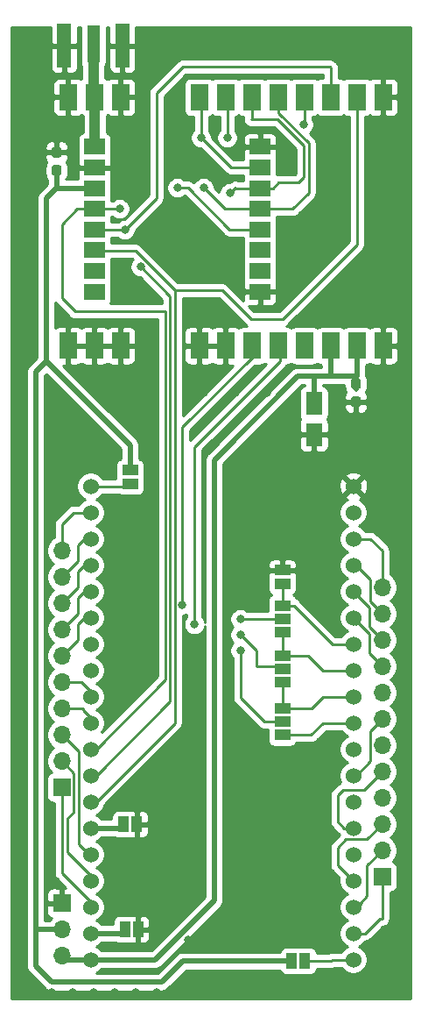
<source format=gtl>
G04 #@! TF.GenerationSoftware,KiCad,Pcbnew,5.1.9+dfsg1-1+deb11u1*
G04 #@! TF.CreationDate,2023-03-18T22:01:19+02:00*
G04 #@! TF.ProjectId,lora_tracker_wide,6c6f7261-5f74-4726-9163-6b65725f7769,rev?*
G04 #@! TF.SameCoordinates,Original*
G04 #@! TF.FileFunction,Copper,L1,Top*
G04 #@! TF.FilePolarity,Positive*
%FSLAX46Y46*%
G04 Gerber Fmt 4.6, Leading zero omitted, Abs format (unit mm)*
G04 Created by KiCad (PCBNEW 5.1.9+dfsg1-1+deb11u1) date 2023-03-18 22:01:19*
%MOMM*%
%LPD*%
G01*
G04 APERTURE LIST*
G04 #@! TA.AperFunction,SMDPad,CuDef*
%ADD10R,1.700000X2.500000*%
G04 #@! TD*
G04 #@! TA.AperFunction,SMDPad,CuDef*
%ADD11R,1.500000X1.000000*%
G04 #@! TD*
G04 #@! TA.AperFunction,SMDPad,CuDef*
%ADD12R,1.000000X1.500000*%
G04 #@! TD*
G04 #@! TA.AperFunction,SMDPad,CuDef*
%ADD13R,1.350000X4.200000*%
G04 #@! TD*
G04 #@! TA.AperFunction,SMDPad,CuDef*
%ADD14R,1.270000X3.600000*%
G04 #@! TD*
G04 #@! TA.AperFunction,SMDPad,CuDef*
%ADD15R,1.600000X2.200000*%
G04 #@! TD*
G04 #@! TA.AperFunction,SMDPad,CuDef*
%ADD16R,2.000000X1.500000*%
G04 #@! TD*
G04 #@! TA.AperFunction,ComponentPad*
%ADD17R,1.700000X1.700000*%
G04 #@! TD*
G04 #@! TA.AperFunction,ComponentPad*
%ADD18O,1.700000X1.700000*%
G04 #@! TD*
G04 #@! TA.AperFunction,ComponentPad*
%ADD19C,1.524000*%
G04 #@! TD*
G04 #@! TA.AperFunction,ViaPad*
%ADD20C,0.800000*%
G04 #@! TD*
G04 #@! TA.AperFunction,Conductor*
%ADD21C,0.500000*%
G04 #@! TD*
G04 #@! TA.AperFunction,Conductor*
%ADD22C,0.250000*%
G04 #@! TD*
G04 #@! TA.AperFunction,Conductor*
%ADD23C,1.000000*%
G04 #@! TD*
G04 #@! TA.AperFunction,Conductor*
%ADD24C,0.254000*%
G04 #@! TD*
G04 #@! TA.AperFunction,Conductor*
%ADD25C,0.150000*%
G04 #@! TD*
G04 APERTURE END LIST*
D10*
X79868501Y-74700000D03*
X82408501Y-74700000D03*
X84948501Y-74700000D03*
X92548501Y-74700000D03*
X95088501Y-74700000D03*
X97628501Y-74700000D03*
X100168501Y-74700000D03*
X102708501Y-74700000D03*
X105248501Y-74700000D03*
X107788501Y-74700000D03*
X110328501Y-74700000D03*
X110328501Y-50700000D03*
X107788501Y-50700000D03*
X105248501Y-50700000D03*
X102708501Y-50700000D03*
X100168501Y-50700000D03*
X97628501Y-50700000D03*
X95088501Y-50700000D03*
X92548501Y-50700000D03*
X84948501Y-50700000D03*
X82408501Y-50700000D03*
X79868501Y-50700000D03*
D11*
X100584000Y-99792000D03*
X100584000Y-101092000D03*
X100584000Y-102392000D03*
X100584000Y-107218000D03*
X100584000Y-105918000D03*
X100584000Y-104618000D03*
X100584000Y-109698000D03*
X100584000Y-110998000D03*
X100584000Y-112298000D03*
D12*
X85202000Y-120904000D03*
X86502000Y-120904000D03*
X86644000Y-131064000D03*
X85344000Y-131064000D03*
D11*
X100584000Y-96378000D03*
X100584000Y-97678000D03*
D13*
X85121000Y-45720000D03*
X79471000Y-45720000D03*
D14*
X82296000Y-45520000D03*
D15*
X103632000Y-80288000D03*
X103632000Y-83288000D03*
G04 #@! TA.AperFunction,SMDPad,CuDef*
G36*
G01*
X107458500Y-77848000D02*
X107933500Y-77848000D01*
G75*
G02*
X108171000Y-78085500I0J-237500D01*
G01*
X108171000Y-78660500D01*
G75*
G02*
X107933500Y-78898000I-237500J0D01*
G01*
X107458500Y-78898000D01*
G75*
G02*
X107221000Y-78660500I0J237500D01*
G01*
X107221000Y-78085500D01*
G75*
G02*
X107458500Y-77848000I237500J0D01*
G01*
G37*
G04 #@! TD.AperFunction*
G04 #@! TA.AperFunction,SMDPad,CuDef*
G36*
G01*
X107458500Y-79598000D02*
X107933500Y-79598000D01*
G75*
G02*
X108171000Y-79835500I0J-237500D01*
G01*
X108171000Y-80410500D01*
G75*
G02*
X107933500Y-80648000I-237500J0D01*
G01*
X107458500Y-80648000D01*
G75*
G02*
X107221000Y-80410500I0J237500D01*
G01*
X107221000Y-79835500D01*
G75*
G02*
X107458500Y-79598000I237500J0D01*
G01*
G37*
G04 #@! TD.AperFunction*
D11*
X85852000Y-86726000D03*
X85852000Y-88026000D03*
D12*
X101458000Y-134112000D03*
X102758000Y-134112000D03*
D16*
X98424000Y-55484000D03*
X98424000Y-57484000D03*
X98424000Y-59484000D03*
X98424000Y-61484000D03*
X98424000Y-63484000D03*
X98424000Y-65484000D03*
X98424000Y-67484000D03*
X98424000Y-69484000D03*
X82424000Y-69484000D03*
X82424000Y-67484000D03*
X82424000Y-65484000D03*
X82424000Y-63484000D03*
X82424000Y-61484000D03*
X82424000Y-59484000D03*
X82424000Y-57484000D03*
X82424000Y-55484000D03*
G04 #@! TA.AperFunction,SMDPad,CuDef*
G36*
G01*
X78977500Y-58296000D02*
X78502500Y-58296000D01*
G75*
G02*
X78265000Y-58058500I0J237500D01*
G01*
X78265000Y-57483500D01*
G75*
G02*
X78502500Y-57246000I237500J0D01*
G01*
X78977500Y-57246000D01*
G75*
G02*
X79215000Y-57483500I0J-237500D01*
G01*
X79215000Y-58058500D01*
G75*
G02*
X78977500Y-58296000I-237500J0D01*
G01*
G37*
G04 #@! TD.AperFunction*
G04 #@! TA.AperFunction,SMDPad,CuDef*
G36*
G01*
X78977500Y-56546000D02*
X78502500Y-56546000D01*
G75*
G02*
X78265000Y-56308500I0J237500D01*
G01*
X78265000Y-55733500D01*
G75*
G02*
X78502500Y-55496000I237500J0D01*
G01*
X78977500Y-55496000D01*
G75*
G02*
X79215000Y-55733500I0J-237500D01*
G01*
X79215000Y-56308500D01*
G75*
G02*
X78977500Y-56546000I-237500J0D01*
G01*
G37*
G04 #@! TD.AperFunction*
D17*
X79248000Y-117348000D03*
D18*
X79248000Y-114808000D03*
X79248000Y-112268000D03*
X79248000Y-109728000D03*
X79248000Y-107188000D03*
X79248000Y-104648000D03*
X79248000Y-102108000D03*
X79248000Y-99568000D03*
X79248000Y-97028000D03*
X79248000Y-94488000D03*
D17*
X110236000Y-125984000D03*
D18*
X110236000Y-123444000D03*
X110236000Y-120904000D03*
X110236000Y-118364000D03*
X110236000Y-115824000D03*
X110236000Y-113284000D03*
X110236000Y-110744000D03*
X110236000Y-108204000D03*
X110236000Y-105664000D03*
X110236000Y-103124000D03*
X110236000Y-100584000D03*
X110236000Y-98044000D03*
D17*
X79248000Y-128524000D03*
D18*
X79248000Y-131064000D03*
X79248000Y-133604000D03*
D19*
X82042000Y-88265000D03*
X82042000Y-90805000D03*
X82042000Y-93345000D03*
X82042000Y-95885000D03*
X82042000Y-98425000D03*
X82042000Y-100965000D03*
X82042000Y-103505000D03*
X82042000Y-106045000D03*
X82042000Y-108585000D03*
X82042000Y-111125000D03*
X82042000Y-113665000D03*
X82042000Y-116205000D03*
X82042000Y-118745000D03*
X82042000Y-121285000D03*
X82042000Y-123825000D03*
X82042000Y-126365000D03*
X82042000Y-128905000D03*
X82042000Y-131445000D03*
X107442000Y-133985000D03*
X107442000Y-131445000D03*
X107442000Y-128905000D03*
X107442000Y-126365000D03*
X107442000Y-123825000D03*
X107442000Y-121285000D03*
X107442000Y-118745000D03*
X107442000Y-116205000D03*
X107442000Y-113665000D03*
X107442000Y-111125000D03*
X107442000Y-108585000D03*
X107442000Y-106045000D03*
X107442000Y-103505000D03*
X107442000Y-100965000D03*
X107442000Y-98425000D03*
X107442000Y-95885000D03*
X107442000Y-93345000D03*
X107442000Y-90805000D03*
X82042000Y-133985000D03*
X107442000Y-88265000D03*
D20*
X77216000Y-44704000D03*
X77216000Y-46736000D03*
X77216000Y-48768000D03*
X77216000Y-50800000D03*
X77216000Y-52832000D03*
X79248000Y-53848000D03*
X87884000Y-44704000D03*
X87884000Y-46736000D03*
X87376000Y-48768000D03*
X87376000Y-50800000D03*
X89916000Y-44704000D03*
X91948000Y-44704000D03*
X93980000Y-44704000D03*
X96012000Y-44704000D03*
X98044000Y-44704000D03*
X100076000Y-44704000D03*
X102108000Y-44704000D03*
X104140000Y-44704000D03*
X106172000Y-44704000D03*
X108204000Y-44704000D03*
X110236000Y-44704000D03*
X112268000Y-44704000D03*
X75184000Y-44704000D03*
X75184000Y-46736000D03*
X75184000Y-48768000D03*
X75184000Y-50800000D03*
X75184000Y-52832000D03*
X75184000Y-54864000D03*
X75184000Y-56896000D03*
X75184000Y-58928000D03*
X75184000Y-60960000D03*
X75184000Y-62992000D03*
X75184000Y-65024000D03*
X75184000Y-67056000D03*
X75184000Y-69088000D03*
X75184000Y-71120000D03*
X75184000Y-73152000D03*
X112268000Y-46736000D03*
X112268000Y-48768000D03*
X112268000Y-50800000D03*
X112268000Y-52832000D03*
X112268000Y-54864000D03*
X112268000Y-56896000D03*
X112268000Y-58928000D03*
X112268000Y-60960000D03*
X112268000Y-62992000D03*
X112268000Y-65024000D03*
X112268000Y-67056000D03*
X112268000Y-69088000D03*
X112268000Y-71120000D03*
X112268000Y-73152000D03*
X112268000Y-75184000D03*
X112268000Y-77216000D03*
X75184000Y-75184000D03*
X84836000Y-53848000D03*
X75184000Y-77216000D03*
X75184000Y-79248000D03*
X75184000Y-81280000D03*
X75184000Y-83312000D03*
X75184000Y-85344000D03*
X75184000Y-87376000D03*
X75184000Y-89408000D03*
X75184000Y-91440000D03*
X75184000Y-93472000D03*
X75184000Y-95504000D03*
X75184000Y-97536000D03*
X75184000Y-99568000D03*
X75184000Y-101600000D03*
X75184000Y-103632000D03*
X75184000Y-105664000D03*
X75184000Y-107696000D03*
X75184000Y-109728000D03*
X75184000Y-111760000D03*
X75184000Y-113792000D03*
X75184000Y-115824000D03*
X75184000Y-117856000D03*
X75184000Y-119888000D03*
X75184000Y-121920000D03*
X75184000Y-123952000D03*
X75184000Y-125984000D03*
X75184000Y-128016000D03*
X75184000Y-130048000D03*
X75184000Y-132080000D03*
X75184000Y-134112000D03*
X75184000Y-136144000D03*
X112268000Y-79248000D03*
X112268000Y-81280000D03*
X112268000Y-83312000D03*
X112268000Y-85344000D03*
X112268000Y-87376000D03*
X112268000Y-89408000D03*
X112268000Y-91440000D03*
X112268000Y-93472000D03*
X112268000Y-95504000D03*
X112268000Y-97536000D03*
X112268000Y-99568000D03*
X112268000Y-101600000D03*
X112268000Y-103632000D03*
X112268000Y-105664000D03*
X112268000Y-107696000D03*
X112268000Y-109728000D03*
X112268000Y-111760000D03*
X112268000Y-113792000D03*
X112268000Y-115824000D03*
X112268000Y-117856000D03*
X112268000Y-119888000D03*
X112268000Y-121920000D03*
X112268000Y-123952000D03*
X112268000Y-125984000D03*
X112268000Y-128016000D03*
X112268000Y-130048000D03*
X112268000Y-132080000D03*
X112268000Y-134112000D03*
X112268000Y-136144000D03*
X110744000Y-137160000D03*
X108712000Y-137160000D03*
X106680000Y-137160000D03*
X104648000Y-137160000D03*
X102616000Y-137160000D03*
X100584000Y-137160000D03*
X98552000Y-137160000D03*
X96520000Y-137160000D03*
X94488000Y-137160000D03*
X92456000Y-137160000D03*
X90424000Y-137160000D03*
X88392000Y-137160000D03*
X86360000Y-137160000D03*
X84328000Y-137160000D03*
X82296000Y-137160000D03*
X80264000Y-137160000D03*
X78232000Y-137160000D03*
X76200000Y-137160000D03*
X108204000Y-71120000D03*
X104140000Y-71120000D03*
X104140000Y-63500000D03*
X94488000Y-66040000D03*
X86868000Y-56388000D03*
X86868000Y-59436000D03*
X87884000Y-63500000D03*
X85344000Y-69088000D03*
X105156000Y-56388000D03*
X105156000Y-59944000D03*
X78740000Y-79248000D03*
X82804000Y-79248000D03*
X86360000Y-79248000D03*
X92964000Y-79248000D03*
X96012000Y-79248000D03*
X99060000Y-79248000D03*
X109728000Y-79248000D03*
X99060000Y-82804000D03*
X99060000Y-86360000D03*
X102616000Y-86360000D03*
X106172000Y-85344000D03*
X107696000Y-83312000D03*
X109728000Y-83312000D03*
X109728000Y-81280000D03*
X109728000Y-77216000D03*
X96520000Y-116840000D03*
X101600000Y-116840000D03*
X101600000Y-121920000D03*
X96520000Y-121920000D03*
X96520000Y-127000000D03*
X101600000Y-127000000D03*
X91948000Y-127000000D03*
X91440000Y-121920000D03*
X91440000Y-116840000D03*
X91440000Y-111252000D03*
X91440000Y-106172000D03*
X86868000Y-116840000D03*
X86360000Y-127000000D03*
X91440000Y-132080000D03*
X96520000Y-132080000D03*
X101600000Y-132080000D03*
X96520000Y-111252000D03*
X86360000Y-106680000D03*
X86360000Y-101600000D03*
X86360000Y-96520000D03*
X96520000Y-91440000D03*
X96520000Y-96520000D03*
X96520000Y-86360000D03*
X78740000Y-85344000D03*
X82804000Y-85344000D03*
X101092000Y-56388000D03*
X90895000Y-99695000D03*
X92075000Y-101600000D03*
X102616000Y-53340000D03*
X84836000Y-61468000D03*
X86863347Y-67060653D03*
X85344000Y-63500000D03*
X92710000Y-54610000D03*
X96520000Y-104140000D03*
X95250000Y-54610000D03*
X96520000Y-102616000D03*
X90424000Y-59436000D03*
X96520000Y-101092000D03*
X92964000Y-59436000D03*
X95504000Y-59944000D03*
D21*
X105248501Y-77631499D02*
X105248501Y-74700000D01*
X105248501Y-77631499D02*
X107153501Y-77631499D01*
X105248501Y-77631499D02*
X102073501Y-77631499D01*
X102073501Y-77631499D02*
X93980000Y-85725000D01*
X93980000Y-85725000D02*
X93980000Y-128270000D01*
X88265000Y-133985000D02*
X82550000Y-133985000D01*
X93980000Y-128270000D02*
X88265000Y-133985000D01*
D22*
X107246002Y-77724000D02*
X107153501Y-77631499D01*
X107788501Y-77631499D02*
X107696000Y-77724000D01*
D21*
X107788501Y-74700000D02*
X107788501Y-77631499D01*
X107696000Y-78928000D02*
X107696000Y-77631499D01*
X107153501Y-77631499D02*
X107696000Y-77631499D01*
X107696000Y-77631499D02*
X107788501Y-77631499D01*
X103632000Y-80288000D02*
X103632000Y-77724000D01*
D22*
X79629000Y-133985000D02*
X79248000Y-133604000D01*
D21*
X82550000Y-133985000D02*
X79629000Y-133985000D01*
D22*
X97628501Y-74700000D02*
X97628501Y-75100000D01*
X97628501Y-75100000D02*
X97790000Y-75261499D01*
X97790000Y-75261499D02*
X97790000Y-75655000D01*
X97790000Y-75655000D02*
X90895000Y-82550000D01*
X90895000Y-82550000D02*
X90895000Y-99695000D01*
X100168501Y-74700000D02*
X100168501Y-75100000D01*
X100168501Y-75100000D02*
X100330000Y-75261499D01*
X100330000Y-76200000D02*
X92075000Y-84455000D01*
X100330000Y-75261499D02*
X100330000Y-76200000D01*
X92075000Y-84455000D02*
X92075000Y-101600000D01*
X89269980Y-71385020D02*
X89269980Y-106945020D01*
X89269980Y-106945020D02*
X82550000Y-113665000D01*
X89269980Y-71385020D02*
X80529020Y-71385020D01*
X80529020Y-71385020D02*
X79248000Y-70104000D01*
X79248000Y-70104000D02*
X79248000Y-62992000D01*
X80756000Y-61484000D02*
X82424000Y-61484000D01*
X79248000Y-62992000D02*
X80756000Y-61484000D01*
X102708501Y-50700000D02*
X102708501Y-51100000D01*
X102708501Y-50700000D02*
X102708501Y-53247499D01*
X102708501Y-53247499D02*
X102616000Y-53340000D01*
X82440000Y-61468000D02*
X82424000Y-61484000D01*
X84836000Y-61468000D02*
X82440000Y-61468000D01*
X89719990Y-109035010D02*
X82550000Y-116205000D01*
X89719990Y-72205010D02*
X89719990Y-109035010D01*
X105248501Y-47844501D02*
X105248501Y-50700000D01*
X90932000Y-47752000D02*
X105156000Y-47752000D01*
X82674000Y-63484000D02*
X82690000Y-63500000D01*
X105156000Y-47752000D02*
X105248501Y-47844501D01*
X82424000Y-63484000D02*
X82674000Y-63484000D01*
X82690000Y-63500000D02*
X85344000Y-63500000D01*
X88392000Y-50292000D02*
X90932000Y-47752000D01*
X85344000Y-63500000D02*
X88392000Y-60452000D01*
X88392000Y-60452000D02*
X88392000Y-50292000D01*
X89719990Y-72205010D02*
X89719990Y-69917296D01*
X89719990Y-69917296D02*
X86863347Y-67060653D01*
X82722000Y-65532000D02*
X82674000Y-65484000D01*
X86360000Y-65532000D02*
X82722000Y-65532000D01*
X90170000Y-69342000D02*
X86360000Y-65532000D01*
X82550000Y-118745000D02*
X90170000Y-111125000D01*
X82674000Y-65484000D02*
X82424000Y-65484000D01*
X90170000Y-111125000D02*
X90170000Y-69342000D01*
X90170000Y-69342000D02*
X94742000Y-69342000D01*
X94742000Y-69342000D02*
X97536000Y-72136000D01*
X97536000Y-72136000D02*
X100584000Y-72136000D01*
X107788501Y-64931499D02*
X107788501Y-50700000D01*
X100584000Y-72136000D02*
X107788501Y-64931499D01*
X92710000Y-50861499D02*
X92548501Y-50700000D01*
X92710000Y-54610000D02*
X92710000Y-50861499D01*
X95584000Y-57484000D02*
X92710000Y-54610000D01*
X98424000Y-57484000D02*
X95584000Y-57484000D01*
X98806000Y-110998000D02*
X100584000Y-110998000D01*
X96520000Y-108712000D02*
X98806000Y-110998000D01*
X96520000Y-104140000D02*
X96520000Y-108712000D01*
X95250000Y-50861499D02*
X95088501Y-50700000D01*
X95250000Y-54610000D02*
X95250000Y-50861499D01*
X96520000Y-102616000D02*
X98044000Y-104140000D01*
X98044000Y-104140000D02*
X98044000Y-105664000D01*
X90424000Y-59436000D02*
X91440000Y-59436000D01*
X95488000Y-63484000D02*
X98424000Y-63484000D01*
X91440000Y-59436000D02*
X95488000Y-63484000D01*
X100330000Y-105664000D02*
X100584000Y-105918000D01*
X98044000Y-105664000D02*
X100330000Y-105664000D01*
X100330000Y-50861499D02*
X100168501Y-50700000D01*
X96520000Y-101092000D02*
X100584000Y-101092000D01*
X100168501Y-52200000D02*
X103124000Y-55155499D01*
X100168501Y-50700000D02*
X100168501Y-52200000D01*
X103124000Y-55155499D02*
X103124000Y-59944000D01*
X101584000Y-61484000D02*
X98424000Y-61484000D01*
X103124000Y-59944000D02*
X101584000Y-61484000D01*
X95012000Y-61484000D02*
X98424000Y-61484000D01*
X92964000Y-59436000D02*
X95012000Y-61484000D01*
X97790000Y-50861499D02*
X97628501Y-50700000D01*
X95504000Y-59944000D02*
X96012000Y-59436000D01*
X96060000Y-59484000D02*
X98424000Y-59484000D01*
X96012000Y-59436000D02*
X96060000Y-59484000D01*
X97628501Y-52739499D02*
X97628501Y-50700000D01*
X99674000Y-59484000D02*
X100230000Y-58928000D01*
X98424000Y-59484000D02*
X99674000Y-59484000D01*
X100076000Y-52832000D02*
X97536000Y-52832000D01*
X102616000Y-55372000D02*
X100076000Y-52832000D01*
X97536000Y-52832000D02*
X97628501Y-52739499D01*
X100230000Y-58928000D02*
X102108000Y-58928000D01*
X102108000Y-58928000D02*
X102616000Y-58420000D01*
X102616000Y-58420000D02*
X102616000Y-55372000D01*
X82296000Y-50587499D02*
X82408501Y-50700000D01*
D23*
X82296000Y-45520000D02*
X82296000Y-50587499D01*
D22*
X82555001Y-50846500D02*
X82408501Y-50700000D01*
X82424000Y-50715499D02*
X82408501Y-50700000D01*
D23*
X82424000Y-55484000D02*
X82424000Y-50715499D01*
D22*
X101697000Y-99792000D02*
X105410000Y-103505000D01*
X100584000Y-99792000D02*
X101697000Y-99792000D01*
X100584000Y-97678000D02*
X100584000Y-99792000D01*
X107440590Y-103505000D02*
X107568295Y-103632705D01*
X105410000Y-103505000D02*
X107440590Y-103505000D01*
X100584000Y-102392000D02*
X100584000Y-104618000D01*
X104521000Y-106045000D02*
X103094000Y-104618000D01*
X103094000Y-104618000D02*
X100584000Y-104618000D01*
X107696000Y-106045000D02*
X104521000Y-106045000D01*
X100584000Y-107218000D02*
X100584000Y-109698000D01*
X103408000Y-109698000D02*
X100584000Y-109698000D01*
X104521000Y-108585000D02*
X103408000Y-109698000D01*
X107696000Y-108585000D02*
X104521000Y-108585000D01*
X103348000Y-112298000D02*
X100584000Y-112298000D01*
X104521000Y-111125000D02*
X103348000Y-112298000D01*
X107696000Y-111125000D02*
X104521000Y-111125000D01*
X84821000Y-121285000D02*
X85202000Y-120904000D01*
D21*
X82550000Y-121285000D02*
X84821000Y-121285000D01*
D22*
X84963000Y-131445000D02*
X85344000Y-131064000D01*
D21*
X82550000Y-131445000D02*
X84963000Y-131445000D01*
X90932000Y-134112000D02*
X88900000Y-136144000D01*
X101458000Y-134112000D02*
X90932000Y-134112000D01*
X88900000Y-136144000D02*
X81280000Y-136144000D01*
X85852000Y-86726000D02*
X85852000Y-84328000D01*
X85852000Y-84328000D02*
X82804000Y-81280000D01*
X82804000Y-81280000D02*
X81788000Y-80264000D01*
X81280000Y-136144000D02*
X80264000Y-136144000D01*
X78692000Y-59484000D02*
X82424000Y-59484000D01*
X77724000Y-60452000D02*
X78692000Y-59484000D01*
X81788000Y-80264000D02*
X77724000Y-76200000D01*
X78740000Y-59436000D02*
X78740000Y-57771000D01*
D22*
X78692000Y-59484000D02*
X78740000Y-59436000D01*
D21*
X80264000Y-136144000D02*
X78232000Y-136144000D01*
X78232000Y-136144000D02*
X76708000Y-134620000D01*
X76708000Y-77216000D02*
X77724000Y-76200000D01*
X77724000Y-76200000D02*
X77724000Y-60452000D01*
X79248000Y-131064000D02*
X76708000Y-131064000D01*
X76708000Y-134620000D02*
X76708000Y-131064000D01*
X76708000Y-131064000D02*
X76708000Y-77216000D01*
D22*
X85613000Y-88265000D02*
X85852000Y-88026000D01*
X82550000Y-88265000D02*
X85613000Y-88265000D01*
X105283000Y-134112000D02*
X105410000Y-133985000D01*
X102758000Y-134112000D02*
X105283000Y-134112000D01*
X107696000Y-133985000D02*
X105410000Y-133985000D01*
X79248000Y-125603000D02*
X79248000Y-117348000D01*
X82550000Y-128905000D02*
X79248000Y-125603000D01*
X80423001Y-119728999D02*
X79756000Y-120396000D01*
X79248000Y-114808000D02*
X80423001Y-115983001D01*
X80423001Y-115983001D02*
X80423001Y-119728999D01*
X82550000Y-126365000D02*
X79756000Y-123571000D01*
X79756000Y-123571000D02*
X79756000Y-120396000D01*
X80873011Y-113893011D02*
X80873011Y-122834989D01*
X79248000Y-112268000D02*
X80873011Y-113893011D01*
X80873011Y-122834989D02*
X81788000Y-123749978D01*
X82474978Y-123749978D02*
X82550000Y-123825000D01*
X81788000Y-123749978D02*
X82474978Y-123749978D01*
X79248000Y-109728000D02*
X81280000Y-109728000D01*
X81280000Y-109855000D02*
X82550000Y-111125000D01*
X81280000Y-109728000D02*
X81280000Y-109855000D01*
X81153000Y-107188000D02*
X82550000Y-108585000D01*
X79248000Y-107188000D02*
X81153000Y-107188000D01*
X79248000Y-104648000D02*
X80772000Y-103124000D01*
X80772000Y-103124000D02*
X80772000Y-101600000D01*
X81407000Y-100965000D02*
X82550000Y-100965000D01*
X80772000Y-101600000D02*
X81407000Y-100965000D01*
X79248000Y-102108000D02*
X80772000Y-100584000D01*
X80772000Y-100584000D02*
X80772000Y-99060000D01*
X81407000Y-98425000D02*
X82550000Y-98425000D01*
X80772000Y-99060000D02*
X81407000Y-98425000D01*
X81407000Y-95885000D02*
X82550000Y-95885000D01*
X80772000Y-96520000D02*
X81407000Y-95885000D01*
X79248000Y-99568000D02*
X80772000Y-98044000D01*
X80772000Y-98044000D02*
X80772000Y-96520000D01*
X81407000Y-93345000D02*
X82550000Y-93345000D01*
X80772000Y-93980000D02*
X81407000Y-93345000D01*
X79248000Y-97028000D02*
X80772000Y-95504000D01*
X80772000Y-95504000D02*
X80772000Y-93980000D01*
X80391000Y-90805000D02*
X82550000Y-90805000D01*
X79248000Y-94488000D02*
X79248000Y-91948000D01*
X79248000Y-91948000D02*
X80391000Y-90805000D01*
X110236000Y-125984000D02*
X110236000Y-130048000D01*
X110236000Y-130048000D02*
X109982000Y-130048000D01*
X108585000Y-131445000D02*
X107696000Y-131445000D01*
X109982000Y-130048000D02*
X108585000Y-131445000D01*
X108204000Y-128524000D02*
X107823000Y-128905000D01*
X108783001Y-127817999D02*
X107696000Y-128905000D01*
X108783001Y-124896999D02*
X108783001Y-127817999D01*
X110236000Y-123444000D02*
X108783001Y-124896999D01*
X107696000Y-125984000D02*
X107315000Y-126365000D01*
X106807000Y-126365000D02*
X107696000Y-126365000D01*
X108767999Y-122372001D02*
X106735999Y-122372001D01*
X110236000Y-120904000D02*
X108767999Y-122372001D01*
X106735999Y-122372001D02*
X105918000Y-123190000D01*
X105918000Y-124841000D02*
X107442000Y-126365000D01*
X105918000Y-123190000D02*
X105918000Y-124841000D01*
X107188000Y-123952000D02*
X107061000Y-123825000D01*
X110236000Y-115824000D02*
X108458000Y-117602000D01*
X108458000Y-117602000D02*
X106426000Y-117602000D01*
X106426000Y-117602000D02*
X105918000Y-118110000D01*
X105918000Y-118110000D02*
X105918000Y-120650000D01*
X106553000Y-121285000D02*
X107442000Y-121285000D01*
X105918000Y-120650000D02*
X106553000Y-121285000D01*
X109060999Y-114840001D02*
X107696000Y-116205000D01*
X109060999Y-111919001D02*
X109060999Y-114840001D01*
X110236000Y-110744000D02*
X109060999Y-111919001D01*
X107696000Y-101600000D02*
X107061000Y-100965000D01*
X110236000Y-105664000D02*
X108966000Y-104394000D01*
X107696000Y-101220410D02*
X107696000Y-100965000D01*
X108966000Y-102490410D02*
X107696000Y-101220410D01*
X108966000Y-104394000D02*
X108966000Y-102490410D01*
X110236000Y-103124000D02*
X108966000Y-101854000D01*
X107696000Y-98680410D02*
X107696000Y-98425000D01*
X108966000Y-99950410D02*
X107696000Y-98680410D01*
X108966000Y-101854000D02*
X108966000Y-99950410D01*
X109060999Y-97249999D02*
X107696000Y-95885000D01*
X109060999Y-99408999D02*
X109060999Y-97249999D01*
X110236000Y-100584000D02*
X109060999Y-99408999D01*
X110236000Y-98044000D02*
X110236000Y-94488000D01*
X110236000Y-94488000D02*
X109093000Y-93345000D01*
X109093000Y-93345000D02*
X107696000Y-93345000D01*
D24*
X78161000Y-45434250D02*
X78319750Y-45593000D01*
X79344000Y-45593000D01*
X79344000Y-45573000D01*
X79598000Y-45573000D01*
X79598000Y-45593000D01*
X80622250Y-45593000D01*
X80781000Y-45434250D01*
X80783572Y-43915000D01*
X81022928Y-43915000D01*
X81022928Y-47320000D01*
X81035188Y-47444482D01*
X81071498Y-47564180D01*
X81130463Y-47674494D01*
X81161000Y-47711704D01*
X81161001Y-48954757D01*
X81138501Y-48973222D01*
X81072995Y-48919463D01*
X80962681Y-48860498D01*
X80842983Y-48824188D01*
X80718501Y-48811928D01*
X80154251Y-48815000D01*
X79995501Y-48973750D01*
X79995501Y-50573000D01*
X80015501Y-50573000D01*
X80015501Y-50827000D01*
X79995501Y-50827000D01*
X79995501Y-52426250D01*
X80154251Y-52585000D01*
X80718501Y-52588072D01*
X80842983Y-52575812D01*
X80962681Y-52539502D01*
X81072995Y-52480537D01*
X81138501Y-52426778D01*
X81204007Y-52480537D01*
X81289001Y-52525968D01*
X81289000Y-54111379D01*
X81179820Y-54144498D01*
X81069506Y-54203463D01*
X80972815Y-54282815D01*
X80893463Y-54379506D01*
X80834498Y-54489820D01*
X80798188Y-54609518D01*
X80785928Y-54734000D01*
X80785928Y-56234000D01*
X80798188Y-56358482D01*
X80834498Y-56478180D01*
X80837609Y-56484000D01*
X80834498Y-56489820D01*
X80798188Y-56609518D01*
X80785928Y-56734000D01*
X80789000Y-57198250D01*
X80947750Y-57357000D01*
X82297000Y-57357000D01*
X82297000Y-57337000D01*
X82551000Y-57337000D01*
X82551000Y-57357000D01*
X83900250Y-57357000D01*
X84059000Y-57198250D01*
X84062072Y-56734000D01*
X84049812Y-56609518D01*
X84013502Y-56489820D01*
X84010391Y-56484000D01*
X84013502Y-56478180D01*
X84049812Y-56358482D01*
X84062072Y-56234000D01*
X84062072Y-54734000D01*
X84049812Y-54609518D01*
X84013502Y-54489820D01*
X83954537Y-54379506D01*
X83875185Y-54282815D01*
X83778494Y-54203463D01*
X83668180Y-54144498D01*
X83559000Y-54111379D01*
X83559000Y-52509398D01*
X83612995Y-52480537D01*
X83678501Y-52426778D01*
X83744007Y-52480537D01*
X83854321Y-52539502D01*
X83974019Y-52575812D01*
X84098501Y-52588072D01*
X84662751Y-52585000D01*
X84821501Y-52426250D01*
X84821501Y-50827000D01*
X85075501Y-50827000D01*
X85075501Y-52426250D01*
X85234251Y-52585000D01*
X85798501Y-52588072D01*
X85922983Y-52575812D01*
X86042681Y-52539502D01*
X86152995Y-52480537D01*
X86249686Y-52401185D01*
X86329038Y-52304494D01*
X86388003Y-52194180D01*
X86424313Y-52074482D01*
X86436573Y-51950000D01*
X86433501Y-50985750D01*
X86274751Y-50827000D01*
X85075501Y-50827000D01*
X84821501Y-50827000D01*
X84801501Y-50827000D01*
X84801501Y-50573000D01*
X84821501Y-50573000D01*
X84821501Y-48973750D01*
X85075501Y-48973750D01*
X85075501Y-50573000D01*
X86274751Y-50573000D01*
X86433501Y-50414250D01*
X86436573Y-49450000D01*
X86424313Y-49325518D01*
X86388003Y-49205820D01*
X86329038Y-49095506D01*
X86249686Y-48998815D01*
X86152995Y-48919463D01*
X86042681Y-48860498D01*
X85922983Y-48824188D01*
X85798501Y-48811928D01*
X85234251Y-48815000D01*
X85075501Y-48973750D01*
X84821501Y-48973750D01*
X84662751Y-48815000D01*
X84098501Y-48811928D01*
X83974019Y-48824188D01*
X83854321Y-48860498D01*
X83744007Y-48919463D01*
X83678501Y-48973222D01*
X83612995Y-48919463D01*
X83502681Y-48860498D01*
X83431000Y-48838754D01*
X83431000Y-47820000D01*
X83807928Y-47820000D01*
X83820188Y-47944482D01*
X83856498Y-48064180D01*
X83915463Y-48174494D01*
X83994815Y-48271185D01*
X84091506Y-48350537D01*
X84201820Y-48409502D01*
X84321518Y-48445812D01*
X84446000Y-48458072D01*
X84835250Y-48455000D01*
X84994000Y-48296250D01*
X84994000Y-45847000D01*
X85248000Y-45847000D01*
X85248000Y-48296250D01*
X85406750Y-48455000D01*
X85796000Y-48458072D01*
X85920482Y-48445812D01*
X86040180Y-48409502D01*
X86150494Y-48350537D01*
X86247185Y-48271185D01*
X86326537Y-48174494D01*
X86385502Y-48064180D01*
X86421812Y-47944482D01*
X86434072Y-47820000D01*
X86431000Y-46005750D01*
X86272250Y-45847000D01*
X85248000Y-45847000D01*
X84994000Y-45847000D01*
X83969750Y-45847000D01*
X83811000Y-46005750D01*
X83807928Y-47820000D01*
X83431000Y-47820000D01*
X83431000Y-47711704D01*
X83461537Y-47674494D01*
X83520502Y-47564180D01*
X83556812Y-47444482D01*
X83569072Y-47320000D01*
X83569072Y-43915000D01*
X83808428Y-43915000D01*
X83811000Y-45434250D01*
X83969750Y-45593000D01*
X84994000Y-45593000D01*
X84994000Y-45573000D01*
X85248000Y-45573000D01*
X85248000Y-45593000D01*
X86272250Y-45593000D01*
X86431000Y-45434250D01*
X86433572Y-43915000D01*
X112955000Y-43915000D01*
X112955001Y-137720000D01*
X74370000Y-137720000D01*
X74370000Y-137351440D01*
X74384365Y-137304085D01*
X74395000Y-137196105D01*
X74395000Y-131064000D01*
X75818718Y-131064000D01*
X75823001Y-131107486D01*
X75823000Y-134576531D01*
X75818719Y-134620000D01*
X75823000Y-134663469D01*
X75823000Y-134663476D01*
X75832258Y-134757475D01*
X75835805Y-134793490D01*
X75839779Y-134806589D01*
X75886411Y-134960312D01*
X75968589Y-135114058D01*
X76079183Y-135248817D01*
X76112956Y-135276534D01*
X77575470Y-136739049D01*
X77603183Y-136772817D01*
X77636951Y-136800530D01*
X77636953Y-136800532D01*
X77708452Y-136859210D01*
X77737941Y-136883411D01*
X77891687Y-136965589D01*
X78058510Y-137016195D01*
X78188523Y-137029000D01*
X78188533Y-137029000D01*
X78231999Y-137033281D01*
X78275465Y-137029000D01*
X88856531Y-137029000D01*
X88900000Y-137033281D01*
X88943469Y-137029000D01*
X88943477Y-137029000D01*
X89073490Y-137016195D01*
X89240313Y-136965589D01*
X89394059Y-136883411D01*
X89528817Y-136772817D01*
X89556534Y-136739044D01*
X91298579Y-134997000D01*
X100335379Y-134997000D01*
X100368498Y-135106180D01*
X100427463Y-135216494D01*
X100506815Y-135313185D01*
X100603506Y-135392537D01*
X100713820Y-135451502D01*
X100833518Y-135487812D01*
X100958000Y-135500072D01*
X101958000Y-135500072D01*
X102082482Y-135487812D01*
X102108000Y-135480071D01*
X102133518Y-135487812D01*
X102258000Y-135500072D01*
X103258000Y-135500072D01*
X103382482Y-135487812D01*
X103502180Y-135451502D01*
X103612494Y-135392537D01*
X103709185Y-135313185D01*
X103788537Y-135216494D01*
X103847502Y-135106180D01*
X103883812Y-134986482D01*
X103895087Y-134872000D01*
X105245678Y-134872000D01*
X105283000Y-134875676D01*
X105320322Y-134872000D01*
X105320333Y-134872000D01*
X105431986Y-134861003D01*
X105575247Y-134817546D01*
X105707276Y-134746974D01*
X105709681Y-134745000D01*
X106269659Y-134745000D01*
X106356880Y-134875535D01*
X106551465Y-135070120D01*
X106780273Y-135223005D01*
X107034510Y-135328314D01*
X107304408Y-135382000D01*
X107579592Y-135382000D01*
X107849490Y-135328314D01*
X108103727Y-135223005D01*
X108332535Y-135070120D01*
X108527120Y-134875535D01*
X108680005Y-134646727D01*
X108785314Y-134392490D01*
X108839000Y-134122592D01*
X108839000Y-133847408D01*
X108785314Y-133577510D01*
X108680005Y-133323273D01*
X108527120Y-133094465D01*
X108332535Y-132899880D01*
X108103727Y-132746995D01*
X108026485Y-132715000D01*
X108103727Y-132683005D01*
X108332535Y-132530120D01*
X108527120Y-132335535D01*
X108613779Y-132205842D01*
X108622322Y-132205000D01*
X108622333Y-132205000D01*
X108733986Y-132194003D01*
X108877247Y-132150546D01*
X109009276Y-132079974D01*
X109125001Y-131985001D01*
X109148804Y-131955997D01*
X110299366Y-130805436D01*
X110384986Y-130797003D01*
X110528247Y-130753546D01*
X110660276Y-130682974D01*
X110776001Y-130588001D01*
X110870974Y-130472276D01*
X110941546Y-130340247D01*
X110985003Y-130196986D01*
X110996000Y-130085333D01*
X110999677Y-130048000D01*
X110996000Y-130010667D01*
X110996000Y-127472072D01*
X111086000Y-127472072D01*
X111210482Y-127459812D01*
X111330180Y-127423502D01*
X111440494Y-127364537D01*
X111537185Y-127285185D01*
X111616537Y-127188494D01*
X111675502Y-127078180D01*
X111711812Y-126958482D01*
X111724072Y-126834000D01*
X111724072Y-125134000D01*
X111711812Y-125009518D01*
X111675502Y-124889820D01*
X111616537Y-124779506D01*
X111537185Y-124682815D01*
X111440494Y-124603463D01*
X111330180Y-124544498D01*
X111257620Y-124522487D01*
X111389475Y-124390632D01*
X111551990Y-124147411D01*
X111663932Y-123877158D01*
X111721000Y-123590260D01*
X111721000Y-123297740D01*
X111663932Y-123010842D01*
X111551990Y-122740589D01*
X111389475Y-122497368D01*
X111182632Y-122290525D01*
X111008240Y-122174000D01*
X111182632Y-122057475D01*
X111389475Y-121850632D01*
X111551990Y-121607411D01*
X111663932Y-121337158D01*
X111721000Y-121050260D01*
X111721000Y-120757740D01*
X111663932Y-120470842D01*
X111551990Y-120200589D01*
X111389475Y-119957368D01*
X111182632Y-119750525D01*
X111008240Y-119634000D01*
X111182632Y-119517475D01*
X111389475Y-119310632D01*
X111551990Y-119067411D01*
X111663932Y-118797158D01*
X111721000Y-118510260D01*
X111721000Y-118217740D01*
X111663932Y-117930842D01*
X111551990Y-117660589D01*
X111389475Y-117417368D01*
X111182632Y-117210525D01*
X111008240Y-117094000D01*
X111182632Y-116977475D01*
X111389475Y-116770632D01*
X111551990Y-116527411D01*
X111663932Y-116257158D01*
X111721000Y-115970260D01*
X111721000Y-115677740D01*
X111663932Y-115390842D01*
X111551990Y-115120589D01*
X111389475Y-114877368D01*
X111182632Y-114670525D01*
X111008240Y-114554000D01*
X111182632Y-114437475D01*
X111389475Y-114230632D01*
X111551990Y-113987411D01*
X111663932Y-113717158D01*
X111721000Y-113430260D01*
X111721000Y-113137740D01*
X111663932Y-112850842D01*
X111551990Y-112580589D01*
X111389475Y-112337368D01*
X111182632Y-112130525D01*
X111008240Y-112014000D01*
X111182632Y-111897475D01*
X111389475Y-111690632D01*
X111551990Y-111447411D01*
X111663932Y-111177158D01*
X111721000Y-110890260D01*
X111721000Y-110597740D01*
X111663932Y-110310842D01*
X111551990Y-110040589D01*
X111389475Y-109797368D01*
X111182632Y-109590525D01*
X111008240Y-109474000D01*
X111182632Y-109357475D01*
X111389475Y-109150632D01*
X111551990Y-108907411D01*
X111663932Y-108637158D01*
X111721000Y-108350260D01*
X111721000Y-108057740D01*
X111663932Y-107770842D01*
X111551990Y-107500589D01*
X111389475Y-107257368D01*
X111182632Y-107050525D01*
X111008240Y-106934000D01*
X111182632Y-106817475D01*
X111389475Y-106610632D01*
X111551990Y-106367411D01*
X111663932Y-106097158D01*
X111721000Y-105810260D01*
X111721000Y-105517740D01*
X111663932Y-105230842D01*
X111551990Y-104960589D01*
X111389475Y-104717368D01*
X111182632Y-104510525D01*
X111008240Y-104394000D01*
X111182632Y-104277475D01*
X111389475Y-104070632D01*
X111551990Y-103827411D01*
X111663932Y-103557158D01*
X111721000Y-103270260D01*
X111721000Y-102977740D01*
X111663932Y-102690842D01*
X111551990Y-102420589D01*
X111389475Y-102177368D01*
X111182632Y-101970525D01*
X111008240Y-101854000D01*
X111182632Y-101737475D01*
X111389475Y-101530632D01*
X111551990Y-101287411D01*
X111663932Y-101017158D01*
X111721000Y-100730260D01*
X111721000Y-100437740D01*
X111663932Y-100150842D01*
X111551990Y-99880589D01*
X111389475Y-99637368D01*
X111182632Y-99430525D01*
X111008240Y-99314000D01*
X111182632Y-99197475D01*
X111389475Y-98990632D01*
X111551990Y-98747411D01*
X111663932Y-98477158D01*
X111721000Y-98190260D01*
X111721000Y-97897740D01*
X111663932Y-97610842D01*
X111551990Y-97340589D01*
X111389475Y-97097368D01*
X111182632Y-96890525D01*
X110996000Y-96765822D01*
X110996000Y-94525322D01*
X110999676Y-94487999D01*
X110996000Y-94450676D01*
X110996000Y-94450667D01*
X110985003Y-94339014D01*
X110941546Y-94195753D01*
X110870974Y-94063723D01*
X110799799Y-93976997D01*
X110776001Y-93947999D01*
X110747003Y-93924201D01*
X109656804Y-92834002D01*
X109633001Y-92804999D01*
X109517276Y-92710026D01*
X109385247Y-92639454D01*
X109241986Y-92595997D01*
X109130333Y-92585000D01*
X109130322Y-92585000D01*
X109093000Y-92581324D01*
X109055678Y-92585000D01*
X108614341Y-92585000D01*
X108527120Y-92454465D01*
X108332535Y-92259880D01*
X108103727Y-92106995D01*
X108026485Y-92075000D01*
X108103727Y-92043005D01*
X108332535Y-91890120D01*
X108527120Y-91695535D01*
X108680005Y-91466727D01*
X108785314Y-91212490D01*
X108839000Y-90942592D01*
X108839000Y-90667408D01*
X108785314Y-90397510D01*
X108680005Y-90143273D01*
X108527120Y-89914465D01*
X108332535Y-89719880D01*
X108103727Y-89566995D01*
X108032057Y-89537308D01*
X108045023Y-89532636D01*
X108160980Y-89470656D01*
X108227960Y-89230565D01*
X107442000Y-88444605D01*
X106656040Y-89230565D01*
X106723020Y-89470656D01*
X106858760Y-89534485D01*
X106780273Y-89566995D01*
X106551465Y-89719880D01*
X106356880Y-89914465D01*
X106203995Y-90143273D01*
X106098686Y-90397510D01*
X106045000Y-90667408D01*
X106045000Y-90942592D01*
X106098686Y-91212490D01*
X106203995Y-91466727D01*
X106356880Y-91695535D01*
X106551465Y-91890120D01*
X106780273Y-92043005D01*
X106857515Y-92075000D01*
X106780273Y-92106995D01*
X106551465Y-92259880D01*
X106356880Y-92454465D01*
X106203995Y-92683273D01*
X106098686Y-92937510D01*
X106045000Y-93207408D01*
X106045000Y-93482592D01*
X106098686Y-93752490D01*
X106203995Y-94006727D01*
X106356880Y-94235535D01*
X106551465Y-94430120D01*
X106780273Y-94583005D01*
X106857515Y-94615000D01*
X106780273Y-94646995D01*
X106551465Y-94799880D01*
X106356880Y-94994465D01*
X106203995Y-95223273D01*
X106098686Y-95477510D01*
X106045000Y-95747408D01*
X106045000Y-96022592D01*
X106098686Y-96292490D01*
X106203995Y-96546727D01*
X106356880Y-96775535D01*
X106551465Y-96970120D01*
X106780273Y-97123005D01*
X106857515Y-97155000D01*
X106780273Y-97186995D01*
X106551465Y-97339880D01*
X106356880Y-97534465D01*
X106203995Y-97763273D01*
X106098686Y-98017510D01*
X106045000Y-98287408D01*
X106045000Y-98562592D01*
X106098686Y-98832490D01*
X106203995Y-99086727D01*
X106356880Y-99315535D01*
X106551465Y-99510120D01*
X106780273Y-99663005D01*
X106857515Y-99695000D01*
X106780273Y-99726995D01*
X106551465Y-99879880D01*
X106356880Y-100074465D01*
X106203995Y-100303273D01*
X106098686Y-100557510D01*
X106045000Y-100827408D01*
X106045000Y-101102592D01*
X106098686Y-101372490D01*
X106203995Y-101626727D01*
X106356880Y-101855535D01*
X106551465Y-102050120D01*
X106780273Y-102203005D01*
X106857515Y-102235000D01*
X106780273Y-102266995D01*
X106551465Y-102419880D01*
X106356880Y-102614465D01*
X106269659Y-102745000D01*
X105724802Y-102745000D01*
X102260804Y-99281003D01*
X102237001Y-99251999D01*
X102121276Y-99157026D01*
X101989247Y-99086454D01*
X101929746Y-99068405D01*
X101923502Y-99047820D01*
X101864537Y-98937506D01*
X101785185Y-98840815D01*
X101688494Y-98761463D01*
X101638986Y-98735000D01*
X101688494Y-98708537D01*
X101785185Y-98629185D01*
X101864537Y-98532494D01*
X101923502Y-98422180D01*
X101959812Y-98302482D01*
X101972072Y-98178000D01*
X101972072Y-97178000D01*
X101959812Y-97053518D01*
X101952071Y-97028000D01*
X101959812Y-97002482D01*
X101972072Y-96878000D01*
X101969000Y-96663750D01*
X101810250Y-96505000D01*
X100711000Y-96505000D01*
X100711000Y-96525000D01*
X100457000Y-96525000D01*
X100457000Y-96505000D01*
X99357750Y-96505000D01*
X99199000Y-96663750D01*
X99195928Y-96878000D01*
X99208188Y-97002482D01*
X99215929Y-97028000D01*
X99208188Y-97053518D01*
X99195928Y-97178000D01*
X99195928Y-98178000D01*
X99208188Y-98302482D01*
X99244498Y-98422180D01*
X99303463Y-98532494D01*
X99382815Y-98629185D01*
X99479506Y-98708537D01*
X99529014Y-98735000D01*
X99479506Y-98761463D01*
X99382815Y-98840815D01*
X99303463Y-98937506D01*
X99244498Y-99047820D01*
X99208188Y-99167518D01*
X99195928Y-99292000D01*
X99195928Y-100292000D01*
X99199868Y-100332000D01*
X97223711Y-100332000D01*
X97179774Y-100288063D01*
X97010256Y-100174795D01*
X96821898Y-100096774D01*
X96621939Y-100057000D01*
X96418061Y-100057000D01*
X96218102Y-100096774D01*
X96029744Y-100174795D01*
X95860226Y-100288063D01*
X95716063Y-100432226D01*
X95602795Y-100601744D01*
X95524774Y-100790102D01*
X95485000Y-100990061D01*
X95485000Y-101193939D01*
X95524774Y-101393898D01*
X95602795Y-101582256D01*
X95716063Y-101751774D01*
X95818289Y-101854000D01*
X95716063Y-101956226D01*
X95602795Y-102125744D01*
X95524774Y-102314102D01*
X95485000Y-102514061D01*
X95485000Y-102717939D01*
X95524774Y-102917898D01*
X95602795Y-103106256D01*
X95716063Y-103275774D01*
X95818289Y-103378000D01*
X95716063Y-103480226D01*
X95602795Y-103649744D01*
X95524774Y-103838102D01*
X95485000Y-104038061D01*
X95485000Y-104241939D01*
X95524774Y-104441898D01*
X95602795Y-104630256D01*
X95716063Y-104799774D01*
X95760000Y-104843711D01*
X95760001Y-108674668D01*
X95756324Y-108712000D01*
X95760001Y-108749333D01*
X95770998Y-108860986D01*
X95775931Y-108877247D01*
X95814454Y-109004246D01*
X95885026Y-109136276D01*
X95953715Y-109219973D01*
X95980000Y-109252001D01*
X96008998Y-109275799D01*
X98242201Y-111509003D01*
X98265999Y-111538001D01*
X98381724Y-111632974D01*
X98513753Y-111703546D01*
X98657014Y-111747003D01*
X98768667Y-111758000D01*
X98768676Y-111758000D01*
X98805999Y-111761676D01*
X98843322Y-111758000D01*
X99199868Y-111758000D01*
X99195928Y-111798000D01*
X99195928Y-112798000D01*
X99208188Y-112922482D01*
X99244498Y-113042180D01*
X99303463Y-113152494D01*
X99382815Y-113249185D01*
X99479506Y-113328537D01*
X99589820Y-113387502D01*
X99709518Y-113423812D01*
X99834000Y-113436072D01*
X101334000Y-113436072D01*
X101458482Y-113423812D01*
X101578180Y-113387502D01*
X101688494Y-113328537D01*
X101785185Y-113249185D01*
X101864537Y-113152494D01*
X101915046Y-113058000D01*
X103310678Y-113058000D01*
X103348000Y-113061676D01*
X103385322Y-113058000D01*
X103385333Y-113058000D01*
X103496986Y-113047003D01*
X103640247Y-113003546D01*
X103772276Y-112932974D01*
X103888001Y-112838001D01*
X103911804Y-112808997D01*
X104835802Y-111885000D01*
X106269659Y-111885000D01*
X106356880Y-112015535D01*
X106551465Y-112210120D01*
X106780273Y-112363005D01*
X106857515Y-112395000D01*
X106780273Y-112426995D01*
X106551465Y-112579880D01*
X106356880Y-112774465D01*
X106203995Y-113003273D01*
X106098686Y-113257510D01*
X106045000Y-113527408D01*
X106045000Y-113802592D01*
X106098686Y-114072490D01*
X106203995Y-114326727D01*
X106356880Y-114555535D01*
X106551465Y-114750120D01*
X106780273Y-114903005D01*
X106857515Y-114935000D01*
X106780273Y-114966995D01*
X106551465Y-115119880D01*
X106356880Y-115314465D01*
X106203995Y-115543273D01*
X106098686Y-115797510D01*
X106045000Y-116067408D01*
X106045000Y-116342592D01*
X106098686Y-116612490D01*
X106203995Y-116866727D01*
X106208673Y-116873728D01*
X106133753Y-116896454D01*
X106001724Y-116967026D01*
X105885999Y-117061999D01*
X105862200Y-117090998D01*
X105407002Y-117546197D01*
X105377999Y-117569999D01*
X105351737Y-117602000D01*
X105283026Y-117685724D01*
X105248142Y-117750987D01*
X105212454Y-117817754D01*
X105168997Y-117961015D01*
X105158000Y-118072668D01*
X105158000Y-118072678D01*
X105154324Y-118110000D01*
X105158000Y-118147323D01*
X105158001Y-120612668D01*
X105154324Y-120650000D01*
X105168998Y-120798985D01*
X105212454Y-120942246D01*
X105283026Y-121074276D01*
X105341070Y-121145002D01*
X105378000Y-121190001D01*
X105406998Y-121213799D01*
X105989200Y-121796002D01*
X106012999Y-121825001D01*
X106056863Y-121860999D01*
X106120211Y-121912987D01*
X105407002Y-122626197D01*
X105377999Y-122649999D01*
X105351737Y-122682000D01*
X105283026Y-122765724D01*
X105252947Y-122821998D01*
X105212454Y-122897754D01*
X105168997Y-123041015D01*
X105158000Y-123152668D01*
X105158000Y-123152678D01*
X105154324Y-123190000D01*
X105158000Y-123227323D01*
X105158001Y-124803668D01*
X105154324Y-124841000D01*
X105158001Y-124878333D01*
X105159840Y-124896999D01*
X105168998Y-124989985D01*
X105212454Y-125133246D01*
X105283026Y-125265276D01*
X105354201Y-125352002D01*
X105378000Y-125381001D01*
X105406998Y-125404799D01*
X106075628Y-126073430D01*
X106045000Y-126227408D01*
X106045000Y-126347973D01*
X106043323Y-126365000D01*
X106045000Y-126382027D01*
X106045000Y-126502592D01*
X106098686Y-126772490D01*
X106203995Y-127026727D01*
X106356880Y-127255535D01*
X106551465Y-127450120D01*
X106780273Y-127603005D01*
X106857515Y-127635000D01*
X106780273Y-127666995D01*
X106551465Y-127819880D01*
X106356880Y-128014465D01*
X106203995Y-128243273D01*
X106098686Y-128497510D01*
X106045000Y-128767408D01*
X106045000Y-129042592D01*
X106098686Y-129312490D01*
X106203995Y-129566727D01*
X106356880Y-129795535D01*
X106551465Y-129990120D01*
X106780273Y-130143005D01*
X106857515Y-130175000D01*
X106780273Y-130206995D01*
X106551465Y-130359880D01*
X106356880Y-130554465D01*
X106203995Y-130783273D01*
X106098686Y-131037510D01*
X106045000Y-131307408D01*
X106045000Y-131582592D01*
X106098686Y-131852490D01*
X106203995Y-132106727D01*
X106356880Y-132335535D01*
X106551465Y-132530120D01*
X106780273Y-132683005D01*
X106857515Y-132715000D01*
X106780273Y-132746995D01*
X106551465Y-132899880D01*
X106356880Y-133094465D01*
X106269659Y-133225000D01*
X105447322Y-133225000D01*
X105409999Y-133221324D01*
X105372677Y-133225000D01*
X105372667Y-133225000D01*
X105261014Y-133235997D01*
X105117753Y-133279454D01*
X104985724Y-133350026D01*
X104983319Y-133352000D01*
X103895087Y-133352000D01*
X103883812Y-133237518D01*
X103847502Y-133117820D01*
X103788537Y-133007506D01*
X103709185Y-132910815D01*
X103612494Y-132831463D01*
X103502180Y-132772498D01*
X103382482Y-132736188D01*
X103258000Y-132723928D01*
X102258000Y-132723928D01*
X102133518Y-132736188D01*
X102108000Y-132743929D01*
X102082482Y-132736188D01*
X101958000Y-132723928D01*
X100958000Y-132723928D01*
X100833518Y-132736188D01*
X100713820Y-132772498D01*
X100603506Y-132831463D01*
X100506815Y-132910815D01*
X100427463Y-133007506D01*
X100368498Y-133117820D01*
X100335379Y-133227000D01*
X90975469Y-133227000D01*
X90932000Y-133222719D01*
X90888531Y-133227000D01*
X90888523Y-133227000D01*
X90781731Y-133237518D01*
X90758509Y-133239805D01*
X90707903Y-133255157D01*
X90591687Y-133290411D01*
X90437941Y-133372589D01*
X90437939Y-133372590D01*
X90437940Y-133372590D01*
X90336953Y-133455468D01*
X90336951Y-133455470D01*
X90303183Y-133483183D01*
X90275470Y-133516951D01*
X88533422Y-135259000D01*
X82616828Y-135259000D01*
X82703727Y-135223005D01*
X82932535Y-135070120D01*
X83127120Y-134875535D01*
X83130818Y-134870000D01*
X88221531Y-134870000D01*
X88265000Y-134874281D01*
X88308469Y-134870000D01*
X88308477Y-134870000D01*
X88438490Y-134857195D01*
X88605313Y-134806589D01*
X88759059Y-134724411D01*
X88893817Y-134613817D01*
X88921534Y-134580044D01*
X94575049Y-128926530D01*
X94608817Y-128898817D01*
X94719411Y-128764059D01*
X94723712Y-128756013D01*
X94801589Y-128610314D01*
X94852195Y-128443490D01*
X94857069Y-128393998D01*
X94865000Y-128313477D01*
X94865000Y-128313469D01*
X94869281Y-128270000D01*
X94865000Y-128226531D01*
X94865000Y-95878000D01*
X99195928Y-95878000D01*
X99199000Y-96092250D01*
X99357750Y-96251000D01*
X100457000Y-96251000D01*
X100457000Y-95401750D01*
X100711000Y-95401750D01*
X100711000Y-96251000D01*
X101810250Y-96251000D01*
X101969000Y-96092250D01*
X101972072Y-95878000D01*
X101959812Y-95753518D01*
X101923502Y-95633820D01*
X101864537Y-95523506D01*
X101785185Y-95426815D01*
X101688494Y-95347463D01*
X101578180Y-95288498D01*
X101458482Y-95252188D01*
X101334000Y-95239928D01*
X100869750Y-95243000D01*
X100711000Y-95401750D01*
X100457000Y-95401750D01*
X100298250Y-95243000D01*
X99834000Y-95239928D01*
X99709518Y-95252188D01*
X99589820Y-95288498D01*
X99479506Y-95347463D01*
X99382815Y-95426815D01*
X99303463Y-95523506D01*
X99244498Y-95633820D01*
X99208188Y-95753518D01*
X99195928Y-95878000D01*
X94865000Y-95878000D01*
X94865000Y-88337017D01*
X106040090Y-88337017D01*
X106081078Y-88609133D01*
X106174364Y-88868023D01*
X106236344Y-88983980D01*
X106476435Y-89050960D01*
X107262395Y-88265000D01*
X107621605Y-88265000D01*
X108407565Y-89050960D01*
X108647656Y-88983980D01*
X108764756Y-88734952D01*
X108831023Y-88467865D01*
X108843910Y-88192983D01*
X108802922Y-87920867D01*
X108709636Y-87661977D01*
X108647656Y-87546020D01*
X108407565Y-87479040D01*
X107621605Y-88265000D01*
X107262395Y-88265000D01*
X106476435Y-87479040D01*
X106236344Y-87546020D01*
X106119244Y-87795048D01*
X106052977Y-88062135D01*
X106040090Y-88337017D01*
X94865000Y-88337017D01*
X94865000Y-87299435D01*
X106656040Y-87299435D01*
X107442000Y-88085395D01*
X108227960Y-87299435D01*
X108160980Y-87059344D01*
X107911952Y-86942244D01*
X107644865Y-86875977D01*
X107369983Y-86863090D01*
X107097867Y-86904078D01*
X106838977Y-86997364D01*
X106723020Y-87059344D01*
X106656040Y-87299435D01*
X94865000Y-87299435D01*
X94865000Y-86091578D01*
X96568578Y-84388000D01*
X102193928Y-84388000D01*
X102206188Y-84512482D01*
X102242498Y-84632180D01*
X102301463Y-84742494D01*
X102380815Y-84839185D01*
X102477506Y-84918537D01*
X102587820Y-84977502D01*
X102707518Y-85013812D01*
X102832000Y-85026072D01*
X103346250Y-85023000D01*
X103505000Y-84864250D01*
X103505000Y-83415000D01*
X103759000Y-83415000D01*
X103759000Y-84864250D01*
X103917750Y-85023000D01*
X104432000Y-85026072D01*
X104556482Y-85013812D01*
X104676180Y-84977502D01*
X104786494Y-84918537D01*
X104883185Y-84839185D01*
X104962537Y-84742494D01*
X105021502Y-84632180D01*
X105057812Y-84512482D01*
X105070072Y-84388000D01*
X105067000Y-83573750D01*
X104908250Y-83415000D01*
X103759000Y-83415000D01*
X103505000Y-83415000D01*
X102355750Y-83415000D01*
X102197000Y-83573750D01*
X102193928Y-84388000D01*
X96568578Y-84388000D01*
X102440080Y-78516499D01*
X102747001Y-78516499D01*
X102747001Y-78558299D01*
X102707518Y-78562188D01*
X102587820Y-78598498D01*
X102477506Y-78657463D01*
X102380815Y-78736815D01*
X102301463Y-78833506D01*
X102242498Y-78943820D01*
X102206188Y-79063518D01*
X102193928Y-79188000D01*
X102193928Y-81388000D01*
X102206188Y-81512482D01*
X102242498Y-81632180D01*
X102301463Y-81742494D01*
X102338809Y-81788000D01*
X102301463Y-81833506D01*
X102242498Y-81943820D01*
X102206188Y-82063518D01*
X102193928Y-82188000D01*
X102197000Y-83002250D01*
X102355750Y-83161000D01*
X103505000Y-83161000D01*
X103505000Y-83141000D01*
X103759000Y-83141000D01*
X103759000Y-83161000D01*
X104908250Y-83161000D01*
X105067000Y-83002250D01*
X105070072Y-82188000D01*
X105057812Y-82063518D01*
X105021502Y-81943820D01*
X104962537Y-81833506D01*
X104925191Y-81788000D01*
X104962537Y-81742494D01*
X105021502Y-81632180D01*
X105057812Y-81512482D01*
X105070072Y-81388000D01*
X105070072Y-80648000D01*
X106582928Y-80648000D01*
X106595188Y-80772482D01*
X106631498Y-80892180D01*
X106690463Y-81002494D01*
X106769815Y-81099185D01*
X106866506Y-81178537D01*
X106976820Y-81237502D01*
X107096518Y-81273812D01*
X107221000Y-81286072D01*
X107410250Y-81283000D01*
X107569000Y-81124250D01*
X107569000Y-80250000D01*
X107823000Y-80250000D01*
X107823000Y-81124250D01*
X107981750Y-81283000D01*
X108171000Y-81286072D01*
X108295482Y-81273812D01*
X108415180Y-81237502D01*
X108525494Y-81178537D01*
X108622185Y-81099185D01*
X108701537Y-81002494D01*
X108760502Y-80892180D01*
X108796812Y-80772482D01*
X108809072Y-80648000D01*
X108806000Y-80408750D01*
X108647250Y-80250000D01*
X107823000Y-80250000D01*
X107569000Y-80250000D01*
X106744750Y-80250000D01*
X106586000Y-80408750D01*
X106582928Y-80648000D01*
X105070072Y-80648000D01*
X105070072Y-79188000D01*
X105057812Y-79063518D01*
X105021502Y-78943820D01*
X104962537Y-78833506D01*
X104883185Y-78736815D01*
X104786494Y-78657463D01*
X104676180Y-78598498D01*
X104556482Y-78562188D01*
X104517000Y-78558299D01*
X104517000Y-78516499D01*
X105205024Y-78516499D01*
X105248501Y-78520781D01*
X105291977Y-78516499D01*
X106582928Y-78516499D01*
X106582928Y-78660500D01*
X106599752Y-78831316D01*
X106649577Y-78995567D01*
X106730488Y-79146942D01*
X106750099Y-79170839D01*
X106690463Y-79243506D01*
X106631498Y-79353820D01*
X106595188Y-79473518D01*
X106582928Y-79598000D01*
X106586000Y-79837250D01*
X106744750Y-79996000D01*
X107569000Y-79996000D01*
X107569000Y-79976000D01*
X107823000Y-79976000D01*
X107823000Y-79996000D01*
X108647250Y-79996000D01*
X108806000Y-79837250D01*
X108809072Y-79598000D01*
X108796812Y-79473518D01*
X108760502Y-79353820D01*
X108701537Y-79243506D01*
X108641901Y-79170839D01*
X108661512Y-79146942D01*
X108742423Y-78995567D01*
X108792248Y-78831316D01*
X108809072Y-78660500D01*
X108809072Y-78085500D01*
X108792248Y-77914684D01*
X108742423Y-77750433D01*
X108677542Y-77629047D01*
X108673501Y-77588022D01*
X108673501Y-76584625D01*
X108762983Y-76575812D01*
X108882681Y-76539502D01*
X108992995Y-76480537D01*
X109058501Y-76426778D01*
X109124007Y-76480537D01*
X109234321Y-76539502D01*
X109354019Y-76575812D01*
X109478501Y-76588072D01*
X110042751Y-76585000D01*
X110201501Y-76426250D01*
X110201501Y-74827000D01*
X110455501Y-74827000D01*
X110455501Y-76426250D01*
X110614251Y-76585000D01*
X111178501Y-76588072D01*
X111302983Y-76575812D01*
X111422681Y-76539502D01*
X111532995Y-76480537D01*
X111629686Y-76401185D01*
X111709038Y-76304494D01*
X111768003Y-76194180D01*
X111804313Y-76074482D01*
X111816573Y-75950000D01*
X111813501Y-74985750D01*
X111654751Y-74827000D01*
X110455501Y-74827000D01*
X110201501Y-74827000D01*
X110181501Y-74827000D01*
X110181501Y-74573000D01*
X110201501Y-74573000D01*
X110201501Y-72973750D01*
X110455501Y-72973750D01*
X110455501Y-74573000D01*
X111654751Y-74573000D01*
X111813501Y-74414250D01*
X111816573Y-73450000D01*
X111804313Y-73325518D01*
X111768003Y-73205820D01*
X111709038Y-73095506D01*
X111629686Y-72998815D01*
X111532995Y-72919463D01*
X111422681Y-72860498D01*
X111302983Y-72824188D01*
X111178501Y-72811928D01*
X110614251Y-72815000D01*
X110455501Y-72973750D01*
X110201501Y-72973750D01*
X110042751Y-72815000D01*
X109478501Y-72811928D01*
X109354019Y-72824188D01*
X109234321Y-72860498D01*
X109124007Y-72919463D01*
X109058501Y-72973222D01*
X108992995Y-72919463D01*
X108882681Y-72860498D01*
X108762983Y-72824188D01*
X108638501Y-72811928D01*
X106938501Y-72811928D01*
X106814019Y-72824188D01*
X106694321Y-72860498D01*
X106584007Y-72919463D01*
X106518501Y-72973222D01*
X106452995Y-72919463D01*
X106342681Y-72860498D01*
X106222983Y-72824188D01*
X106098501Y-72811928D01*
X104398501Y-72811928D01*
X104274019Y-72824188D01*
X104154321Y-72860498D01*
X104044007Y-72919463D01*
X103978501Y-72973222D01*
X103912995Y-72919463D01*
X103802681Y-72860498D01*
X103682983Y-72824188D01*
X103558501Y-72811928D01*
X101858501Y-72811928D01*
X101734019Y-72824188D01*
X101614321Y-72860498D01*
X101504007Y-72919463D01*
X101438501Y-72973222D01*
X101372995Y-72919463D01*
X101262681Y-72860498D01*
X101142983Y-72824188D01*
X101018501Y-72811928D01*
X100931658Y-72811928D01*
X101008276Y-72770974D01*
X101124001Y-72676001D01*
X101147804Y-72646997D01*
X108299505Y-65495297D01*
X108328502Y-65471500D01*
X108401121Y-65383014D01*
X108423475Y-65355776D01*
X108494047Y-65223746D01*
X108529241Y-65107724D01*
X108537504Y-65080485D01*
X108548501Y-64968832D01*
X108548501Y-64968823D01*
X108552177Y-64931500D01*
X108548501Y-64894177D01*
X108548501Y-52588072D01*
X108638501Y-52588072D01*
X108762983Y-52575812D01*
X108882681Y-52539502D01*
X108992995Y-52480537D01*
X109058501Y-52426778D01*
X109124007Y-52480537D01*
X109234321Y-52539502D01*
X109354019Y-52575812D01*
X109478501Y-52588072D01*
X110042751Y-52585000D01*
X110201501Y-52426250D01*
X110201501Y-50827000D01*
X110455501Y-50827000D01*
X110455501Y-52426250D01*
X110614251Y-52585000D01*
X111178501Y-52588072D01*
X111302983Y-52575812D01*
X111422681Y-52539502D01*
X111532995Y-52480537D01*
X111629686Y-52401185D01*
X111709038Y-52304494D01*
X111768003Y-52194180D01*
X111804313Y-52074482D01*
X111816573Y-51950000D01*
X111813501Y-50985750D01*
X111654751Y-50827000D01*
X110455501Y-50827000D01*
X110201501Y-50827000D01*
X110181501Y-50827000D01*
X110181501Y-50573000D01*
X110201501Y-50573000D01*
X110201501Y-48973750D01*
X110455501Y-48973750D01*
X110455501Y-50573000D01*
X111654751Y-50573000D01*
X111813501Y-50414250D01*
X111816573Y-49450000D01*
X111804313Y-49325518D01*
X111768003Y-49205820D01*
X111709038Y-49095506D01*
X111629686Y-48998815D01*
X111532995Y-48919463D01*
X111422681Y-48860498D01*
X111302983Y-48824188D01*
X111178501Y-48811928D01*
X110614251Y-48815000D01*
X110455501Y-48973750D01*
X110201501Y-48973750D01*
X110042751Y-48815000D01*
X109478501Y-48811928D01*
X109354019Y-48824188D01*
X109234321Y-48860498D01*
X109124007Y-48919463D01*
X109058501Y-48973222D01*
X108992995Y-48919463D01*
X108882681Y-48860498D01*
X108762983Y-48824188D01*
X108638501Y-48811928D01*
X106938501Y-48811928D01*
X106814019Y-48824188D01*
X106694321Y-48860498D01*
X106584007Y-48919463D01*
X106518501Y-48973222D01*
X106452995Y-48919463D01*
X106342681Y-48860498D01*
X106222983Y-48824188D01*
X106098501Y-48811928D01*
X106008501Y-48811928D01*
X106008501Y-47881823D01*
X106012177Y-47844500D01*
X106008501Y-47807178D01*
X106008501Y-47807168D01*
X105997504Y-47695515D01*
X105954047Y-47552254D01*
X105883475Y-47420225D01*
X105788502Y-47304500D01*
X105759499Y-47280698D01*
X105719804Y-47241003D01*
X105696001Y-47211999D01*
X105580276Y-47117026D01*
X105448247Y-47046454D01*
X105304986Y-47002997D01*
X105193333Y-46992000D01*
X105193322Y-46992000D01*
X105156000Y-46988324D01*
X105118678Y-46992000D01*
X90969322Y-46992000D01*
X90931999Y-46988324D01*
X90894676Y-46992000D01*
X90894667Y-46992000D01*
X90783014Y-47002997D01*
X90639753Y-47046454D01*
X90507724Y-47117026D01*
X90507722Y-47117027D01*
X90507723Y-47117027D01*
X90420996Y-47188201D01*
X90420992Y-47188205D01*
X90391999Y-47211999D01*
X90368205Y-47240992D01*
X87880998Y-49728201D01*
X87852000Y-49751999D01*
X87828202Y-49780997D01*
X87828201Y-49780998D01*
X87757026Y-49867724D01*
X87686454Y-49999754D01*
X87642998Y-50143015D01*
X87628324Y-50292000D01*
X87632001Y-50329332D01*
X87632000Y-60137198D01*
X85304199Y-62465000D01*
X85242061Y-62465000D01*
X85042102Y-62504774D01*
X84853744Y-62582795D01*
X84684226Y-62696063D01*
X84640289Y-62740000D01*
X84062072Y-62740000D01*
X84062072Y-62734000D01*
X84049812Y-62609518D01*
X84013502Y-62489820D01*
X84010391Y-62484000D01*
X84013502Y-62478180D01*
X84049812Y-62358482D01*
X84062072Y-62234000D01*
X84062072Y-62228000D01*
X84132289Y-62228000D01*
X84176226Y-62271937D01*
X84345744Y-62385205D01*
X84534102Y-62463226D01*
X84734061Y-62503000D01*
X84937939Y-62503000D01*
X85137898Y-62463226D01*
X85326256Y-62385205D01*
X85495774Y-62271937D01*
X85639937Y-62127774D01*
X85753205Y-61958256D01*
X85831226Y-61769898D01*
X85871000Y-61569939D01*
X85871000Y-61366061D01*
X85831226Y-61166102D01*
X85753205Y-60977744D01*
X85639937Y-60808226D01*
X85495774Y-60664063D01*
X85326256Y-60550795D01*
X85137898Y-60472774D01*
X84937939Y-60433000D01*
X84734061Y-60433000D01*
X84534102Y-60472774D01*
X84345744Y-60550795D01*
X84176226Y-60664063D01*
X84132289Y-60708000D01*
X84059511Y-60708000D01*
X84049812Y-60609518D01*
X84013502Y-60489820D01*
X84010391Y-60484000D01*
X84013502Y-60478180D01*
X84049812Y-60358482D01*
X84062072Y-60234000D01*
X84062072Y-58734000D01*
X84049812Y-58609518D01*
X84013502Y-58489820D01*
X84010391Y-58484000D01*
X84013502Y-58478180D01*
X84049812Y-58358482D01*
X84062072Y-58234000D01*
X84059000Y-57769750D01*
X83900250Y-57611000D01*
X82551000Y-57611000D01*
X82551000Y-57631000D01*
X82297000Y-57631000D01*
X82297000Y-57611000D01*
X80947750Y-57611000D01*
X80789000Y-57769750D01*
X80785928Y-58234000D01*
X80798188Y-58358482D01*
X80834498Y-58478180D01*
X80837609Y-58484000D01*
X80834498Y-58489820D01*
X80801379Y-58599000D01*
X79661148Y-58599000D01*
X79705512Y-58544942D01*
X79786423Y-58393567D01*
X79836248Y-58229316D01*
X79853072Y-58058500D01*
X79853072Y-57483500D01*
X79836248Y-57312684D01*
X79786423Y-57148433D01*
X79705512Y-56997058D01*
X79685901Y-56973161D01*
X79745537Y-56900494D01*
X79804502Y-56790180D01*
X79840812Y-56670482D01*
X79853072Y-56546000D01*
X79850000Y-56306750D01*
X79691250Y-56148000D01*
X78867000Y-56148000D01*
X78867000Y-56168000D01*
X78613000Y-56168000D01*
X78613000Y-56148000D01*
X77788750Y-56148000D01*
X77630000Y-56306750D01*
X77626928Y-56546000D01*
X77639188Y-56670482D01*
X77675498Y-56790180D01*
X77734463Y-56900494D01*
X77794099Y-56973161D01*
X77774488Y-56997058D01*
X77693577Y-57148433D01*
X77643752Y-57312684D01*
X77626928Y-57483500D01*
X77626928Y-58058500D01*
X77643752Y-58229316D01*
X77693577Y-58393567D01*
X77774488Y-58544942D01*
X77855000Y-58643046D01*
X77855000Y-59069421D01*
X77128951Y-59795471D01*
X77095184Y-59823183D01*
X77067471Y-59856951D01*
X77067468Y-59856954D01*
X76984590Y-59957941D01*
X76902412Y-60111687D01*
X76851805Y-60278510D01*
X76834719Y-60452000D01*
X76839001Y-60495479D01*
X76839000Y-75833421D01*
X76112951Y-76559471D01*
X76079184Y-76587183D01*
X76051471Y-76620951D01*
X76051468Y-76620954D01*
X75968590Y-76721941D01*
X75886412Y-76875687D01*
X75835805Y-77042510D01*
X75818719Y-77216000D01*
X75823001Y-77259479D01*
X75823000Y-131020523D01*
X75818718Y-131064000D01*
X74395000Y-131064000D01*
X74395000Y-55496000D01*
X77626928Y-55496000D01*
X77630000Y-55735250D01*
X77788750Y-55894000D01*
X78613000Y-55894000D01*
X78613000Y-55019750D01*
X78867000Y-55019750D01*
X78867000Y-55894000D01*
X79691250Y-55894000D01*
X79850000Y-55735250D01*
X79853072Y-55496000D01*
X79840812Y-55371518D01*
X79804502Y-55251820D01*
X79745537Y-55141506D01*
X79666185Y-55044815D01*
X79569494Y-54965463D01*
X79459180Y-54906498D01*
X79339482Y-54870188D01*
X79215000Y-54857928D01*
X79025750Y-54861000D01*
X78867000Y-55019750D01*
X78613000Y-55019750D01*
X78454250Y-54861000D01*
X78265000Y-54857928D01*
X78140518Y-54870188D01*
X78020820Y-54906498D01*
X77910506Y-54965463D01*
X77813815Y-55044815D01*
X77734463Y-55141506D01*
X77675498Y-55251820D01*
X77639188Y-55371518D01*
X77626928Y-55496000D01*
X74395000Y-55496000D01*
X74395000Y-51950000D01*
X78380429Y-51950000D01*
X78392689Y-52074482D01*
X78428999Y-52194180D01*
X78487964Y-52304494D01*
X78567316Y-52401185D01*
X78664007Y-52480537D01*
X78774321Y-52539502D01*
X78894019Y-52575812D01*
X79018501Y-52588072D01*
X79582751Y-52585000D01*
X79741501Y-52426250D01*
X79741501Y-50827000D01*
X78542251Y-50827000D01*
X78383501Y-50985750D01*
X78380429Y-51950000D01*
X74395000Y-51950000D01*
X74395000Y-49450000D01*
X78380429Y-49450000D01*
X78383501Y-50414250D01*
X78542251Y-50573000D01*
X79741501Y-50573000D01*
X79741501Y-48973750D01*
X79582751Y-48815000D01*
X79018501Y-48811928D01*
X78894019Y-48824188D01*
X78774321Y-48860498D01*
X78664007Y-48919463D01*
X78567316Y-48998815D01*
X78487964Y-49095506D01*
X78428999Y-49205820D01*
X78392689Y-49325518D01*
X78380429Y-49450000D01*
X74395000Y-49450000D01*
X74395000Y-47820000D01*
X78157928Y-47820000D01*
X78170188Y-47944482D01*
X78206498Y-48064180D01*
X78265463Y-48174494D01*
X78344815Y-48271185D01*
X78441506Y-48350537D01*
X78551820Y-48409502D01*
X78671518Y-48445812D01*
X78796000Y-48458072D01*
X79185250Y-48455000D01*
X79344000Y-48296250D01*
X79344000Y-45847000D01*
X79598000Y-45847000D01*
X79598000Y-48296250D01*
X79756750Y-48455000D01*
X80146000Y-48458072D01*
X80270482Y-48445812D01*
X80390180Y-48409502D01*
X80500494Y-48350537D01*
X80597185Y-48271185D01*
X80676537Y-48174494D01*
X80735502Y-48064180D01*
X80771812Y-47944482D01*
X80784072Y-47820000D01*
X80781000Y-46005750D01*
X80622250Y-45847000D01*
X79598000Y-45847000D01*
X79344000Y-45847000D01*
X78319750Y-45847000D01*
X78161000Y-46005750D01*
X78157928Y-47820000D01*
X74395000Y-47820000D01*
X74395000Y-44413895D01*
X74384365Y-44305915D01*
X74370000Y-44258560D01*
X74370000Y-43915000D01*
X78158428Y-43915000D01*
X78161000Y-45434250D01*
G04 #@! TA.AperFunction,Conductor*
D25*
G36*
X78161000Y-45434250D02*
G01*
X78319750Y-45593000D01*
X79344000Y-45593000D01*
X79344000Y-45573000D01*
X79598000Y-45573000D01*
X79598000Y-45593000D01*
X80622250Y-45593000D01*
X80781000Y-45434250D01*
X80783572Y-43915000D01*
X81022928Y-43915000D01*
X81022928Y-47320000D01*
X81035188Y-47444482D01*
X81071498Y-47564180D01*
X81130463Y-47674494D01*
X81161000Y-47711704D01*
X81161001Y-48954757D01*
X81138501Y-48973222D01*
X81072995Y-48919463D01*
X80962681Y-48860498D01*
X80842983Y-48824188D01*
X80718501Y-48811928D01*
X80154251Y-48815000D01*
X79995501Y-48973750D01*
X79995501Y-50573000D01*
X80015501Y-50573000D01*
X80015501Y-50827000D01*
X79995501Y-50827000D01*
X79995501Y-52426250D01*
X80154251Y-52585000D01*
X80718501Y-52588072D01*
X80842983Y-52575812D01*
X80962681Y-52539502D01*
X81072995Y-52480537D01*
X81138501Y-52426778D01*
X81204007Y-52480537D01*
X81289001Y-52525968D01*
X81289000Y-54111379D01*
X81179820Y-54144498D01*
X81069506Y-54203463D01*
X80972815Y-54282815D01*
X80893463Y-54379506D01*
X80834498Y-54489820D01*
X80798188Y-54609518D01*
X80785928Y-54734000D01*
X80785928Y-56234000D01*
X80798188Y-56358482D01*
X80834498Y-56478180D01*
X80837609Y-56484000D01*
X80834498Y-56489820D01*
X80798188Y-56609518D01*
X80785928Y-56734000D01*
X80789000Y-57198250D01*
X80947750Y-57357000D01*
X82297000Y-57357000D01*
X82297000Y-57337000D01*
X82551000Y-57337000D01*
X82551000Y-57357000D01*
X83900250Y-57357000D01*
X84059000Y-57198250D01*
X84062072Y-56734000D01*
X84049812Y-56609518D01*
X84013502Y-56489820D01*
X84010391Y-56484000D01*
X84013502Y-56478180D01*
X84049812Y-56358482D01*
X84062072Y-56234000D01*
X84062072Y-54734000D01*
X84049812Y-54609518D01*
X84013502Y-54489820D01*
X83954537Y-54379506D01*
X83875185Y-54282815D01*
X83778494Y-54203463D01*
X83668180Y-54144498D01*
X83559000Y-54111379D01*
X83559000Y-52509398D01*
X83612995Y-52480537D01*
X83678501Y-52426778D01*
X83744007Y-52480537D01*
X83854321Y-52539502D01*
X83974019Y-52575812D01*
X84098501Y-52588072D01*
X84662751Y-52585000D01*
X84821501Y-52426250D01*
X84821501Y-50827000D01*
X85075501Y-50827000D01*
X85075501Y-52426250D01*
X85234251Y-52585000D01*
X85798501Y-52588072D01*
X85922983Y-52575812D01*
X86042681Y-52539502D01*
X86152995Y-52480537D01*
X86249686Y-52401185D01*
X86329038Y-52304494D01*
X86388003Y-52194180D01*
X86424313Y-52074482D01*
X86436573Y-51950000D01*
X86433501Y-50985750D01*
X86274751Y-50827000D01*
X85075501Y-50827000D01*
X84821501Y-50827000D01*
X84801501Y-50827000D01*
X84801501Y-50573000D01*
X84821501Y-50573000D01*
X84821501Y-48973750D01*
X85075501Y-48973750D01*
X85075501Y-50573000D01*
X86274751Y-50573000D01*
X86433501Y-50414250D01*
X86436573Y-49450000D01*
X86424313Y-49325518D01*
X86388003Y-49205820D01*
X86329038Y-49095506D01*
X86249686Y-48998815D01*
X86152995Y-48919463D01*
X86042681Y-48860498D01*
X85922983Y-48824188D01*
X85798501Y-48811928D01*
X85234251Y-48815000D01*
X85075501Y-48973750D01*
X84821501Y-48973750D01*
X84662751Y-48815000D01*
X84098501Y-48811928D01*
X83974019Y-48824188D01*
X83854321Y-48860498D01*
X83744007Y-48919463D01*
X83678501Y-48973222D01*
X83612995Y-48919463D01*
X83502681Y-48860498D01*
X83431000Y-48838754D01*
X83431000Y-47820000D01*
X83807928Y-47820000D01*
X83820188Y-47944482D01*
X83856498Y-48064180D01*
X83915463Y-48174494D01*
X83994815Y-48271185D01*
X84091506Y-48350537D01*
X84201820Y-48409502D01*
X84321518Y-48445812D01*
X84446000Y-48458072D01*
X84835250Y-48455000D01*
X84994000Y-48296250D01*
X84994000Y-45847000D01*
X85248000Y-45847000D01*
X85248000Y-48296250D01*
X85406750Y-48455000D01*
X85796000Y-48458072D01*
X85920482Y-48445812D01*
X86040180Y-48409502D01*
X86150494Y-48350537D01*
X86247185Y-48271185D01*
X86326537Y-48174494D01*
X86385502Y-48064180D01*
X86421812Y-47944482D01*
X86434072Y-47820000D01*
X86431000Y-46005750D01*
X86272250Y-45847000D01*
X85248000Y-45847000D01*
X84994000Y-45847000D01*
X83969750Y-45847000D01*
X83811000Y-46005750D01*
X83807928Y-47820000D01*
X83431000Y-47820000D01*
X83431000Y-47711704D01*
X83461537Y-47674494D01*
X83520502Y-47564180D01*
X83556812Y-47444482D01*
X83569072Y-47320000D01*
X83569072Y-43915000D01*
X83808428Y-43915000D01*
X83811000Y-45434250D01*
X83969750Y-45593000D01*
X84994000Y-45593000D01*
X84994000Y-45573000D01*
X85248000Y-45573000D01*
X85248000Y-45593000D01*
X86272250Y-45593000D01*
X86431000Y-45434250D01*
X86433572Y-43915000D01*
X112955000Y-43915000D01*
X112955001Y-137720000D01*
X74370000Y-137720000D01*
X74370000Y-137351440D01*
X74384365Y-137304085D01*
X74395000Y-137196105D01*
X74395000Y-131064000D01*
X75818718Y-131064000D01*
X75823001Y-131107486D01*
X75823000Y-134576531D01*
X75818719Y-134620000D01*
X75823000Y-134663469D01*
X75823000Y-134663476D01*
X75832258Y-134757475D01*
X75835805Y-134793490D01*
X75839779Y-134806589D01*
X75886411Y-134960312D01*
X75968589Y-135114058D01*
X76079183Y-135248817D01*
X76112956Y-135276534D01*
X77575470Y-136739049D01*
X77603183Y-136772817D01*
X77636951Y-136800530D01*
X77636953Y-136800532D01*
X77708452Y-136859210D01*
X77737941Y-136883411D01*
X77891687Y-136965589D01*
X78058510Y-137016195D01*
X78188523Y-137029000D01*
X78188533Y-137029000D01*
X78231999Y-137033281D01*
X78275465Y-137029000D01*
X88856531Y-137029000D01*
X88900000Y-137033281D01*
X88943469Y-137029000D01*
X88943477Y-137029000D01*
X89073490Y-137016195D01*
X89240313Y-136965589D01*
X89394059Y-136883411D01*
X89528817Y-136772817D01*
X89556534Y-136739044D01*
X91298579Y-134997000D01*
X100335379Y-134997000D01*
X100368498Y-135106180D01*
X100427463Y-135216494D01*
X100506815Y-135313185D01*
X100603506Y-135392537D01*
X100713820Y-135451502D01*
X100833518Y-135487812D01*
X100958000Y-135500072D01*
X101958000Y-135500072D01*
X102082482Y-135487812D01*
X102108000Y-135480071D01*
X102133518Y-135487812D01*
X102258000Y-135500072D01*
X103258000Y-135500072D01*
X103382482Y-135487812D01*
X103502180Y-135451502D01*
X103612494Y-135392537D01*
X103709185Y-135313185D01*
X103788537Y-135216494D01*
X103847502Y-135106180D01*
X103883812Y-134986482D01*
X103895087Y-134872000D01*
X105245678Y-134872000D01*
X105283000Y-134875676D01*
X105320322Y-134872000D01*
X105320333Y-134872000D01*
X105431986Y-134861003D01*
X105575247Y-134817546D01*
X105707276Y-134746974D01*
X105709681Y-134745000D01*
X106269659Y-134745000D01*
X106356880Y-134875535D01*
X106551465Y-135070120D01*
X106780273Y-135223005D01*
X107034510Y-135328314D01*
X107304408Y-135382000D01*
X107579592Y-135382000D01*
X107849490Y-135328314D01*
X108103727Y-135223005D01*
X108332535Y-135070120D01*
X108527120Y-134875535D01*
X108680005Y-134646727D01*
X108785314Y-134392490D01*
X108839000Y-134122592D01*
X108839000Y-133847408D01*
X108785314Y-133577510D01*
X108680005Y-133323273D01*
X108527120Y-133094465D01*
X108332535Y-132899880D01*
X108103727Y-132746995D01*
X108026485Y-132715000D01*
X108103727Y-132683005D01*
X108332535Y-132530120D01*
X108527120Y-132335535D01*
X108613779Y-132205842D01*
X108622322Y-132205000D01*
X108622333Y-132205000D01*
X108733986Y-132194003D01*
X108877247Y-132150546D01*
X109009276Y-132079974D01*
X109125001Y-131985001D01*
X109148804Y-131955997D01*
X110299366Y-130805436D01*
X110384986Y-130797003D01*
X110528247Y-130753546D01*
X110660276Y-130682974D01*
X110776001Y-130588001D01*
X110870974Y-130472276D01*
X110941546Y-130340247D01*
X110985003Y-130196986D01*
X110996000Y-130085333D01*
X110999677Y-130048000D01*
X110996000Y-130010667D01*
X110996000Y-127472072D01*
X111086000Y-127472072D01*
X111210482Y-127459812D01*
X111330180Y-127423502D01*
X111440494Y-127364537D01*
X111537185Y-127285185D01*
X111616537Y-127188494D01*
X111675502Y-127078180D01*
X111711812Y-126958482D01*
X111724072Y-126834000D01*
X111724072Y-125134000D01*
X111711812Y-125009518D01*
X111675502Y-124889820D01*
X111616537Y-124779506D01*
X111537185Y-124682815D01*
X111440494Y-124603463D01*
X111330180Y-124544498D01*
X111257620Y-124522487D01*
X111389475Y-124390632D01*
X111551990Y-124147411D01*
X111663932Y-123877158D01*
X111721000Y-123590260D01*
X111721000Y-123297740D01*
X111663932Y-123010842D01*
X111551990Y-122740589D01*
X111389475Y-122497368D01*
X111182632Y-122290525D01*
X111008240Y-122174000D01*
X111182632Y-122057475D01*
X111389475Y-121850632D01*
X111551990Y-121607411D01*
X111663932Y-121337158D01*
X111721000Y-121050260D01*
X111721000Y-120757740D01*
X111663932Y-120470842D01*
X111551990Y-120200589D01*
X111389475Y-119957368D01*
X111182632Y-119750525D01*
X111008240Y-119634000D01*
X111182632Y-119517475D01*
X111389475Y-119310632D01*
X111551990Y-119067411D01*
X111663932Y-118797158D01*
X111721000Y-118510260D01*
X111721000Y-118217740D01*
X111663932Y-117930842D01*
X111551990Y-117660589D01*
X111389475Y-117417368D01*
X111182632Y-117210525D01*
X111008240Y-117094000D01*
X111182632Y-116977475D01*
X111389475Y-116770632D01*
X111551990Y-116527411D01*
X111663932Y-116257158D01*
X111721000Y-115970260D01*
X111721000Y-115677740D01*
X111663932Y-115390842D01*
X111551990Y-115120589D01*
X111389475Y-114877368D01*
X111182632Y-114670525D01*
X111008240Y-114554000D01*
X111182632Y-114437475D01*
X111389475Y-114230632D01*
X111551990Y-113987411D01*
X111663932Y-113717158D01*
X111721000Y-113430260D01*
X111721000Y-113137740D01*
X111663932Y-112850842D01*
X111551990Y-112580589D01*
X111389475Y-112337368D01*
X111182632Y-112130525D01*
X111008240Y-112014000D01*
X111182632Y-111897475D01*
X111389475Y-111690632D01*
X111551990Y-111447411D01*
X111663932Y-111177158D01*
X111721000Y-110890260D01*
X111721000Y-110597740D01*
X111663932Y-110310842D01*
X111551990Y-110040589D01*
X111389475Y-109797368D01*
X111182632Y-109590525D01*
X111008240Y-109474000D01*
X111182632Y-109357475D01*
X111389475Y-109150632D01*
X111551990Y-108907411D01*
X111663932Y-108637158D01*
X111721000Y-108350260D01*
X111721000Y-108057740D01*
X111663932Y-107770842D01*
X111551990Y-107500589D01*
X111389475Y-107257368D01*
X111182632Y-107050525D01*
X111008240Y-106934000D01*
X111182632Y-106817475D01*
X111389475Y-106610632D01*
X111551990Y-106367411D01*
X111663932Y-106097158D01*
X111721000Y-105810260D01*
X111721000Y-105517740D01*
X111663932Y-105230842D01*
X111551990Y-104960589D01*
X111389475Y-104717368D01*
X111182632Y-104510525D01*
X111008240Y-104394000D01*
X111182632Y-104277475D01*
X111389475Y-104070632D01*
X111551990Y-103827411D01*
X111663932Y-103557158D01*
X111721000Y-103270260D01*
X111721000Y-102977740D01*
X111663932Y-102690842D01*
X111551990Y-102420589D01*
X111389475Y-102177368D01*
X111182632Y-101970525D01*
X111008240Y-101854000D01*
X111182632Y-101737475D01*
X111389475Y-101530632D01*
X111551990Y-101287411D01*
X111663932Y-101017158D01*
X111721000Y-100730260D01*
X111721000Y-100437740D01*
X111663932Y-100150842D01*
X111551990Y-99880589D01*
X111389475Y-99637368D01*
X111182632Y-99430525D01*
X111008240Y-99314000D01*
X111182632Y-99197475D01*
X111389475Y-98990632D01*
X111551990Y-98747411D01*
X111663932Y-98477158D01*
X111721000Y-98190260D01*
X111721000Y-97897740D01*
X111663932Y-97610842D01*
X111551990Y-97340589D01*
X111389475Y-97097368D01*
X111182632Y-96890525D01*
X110996000Y-96765822D01*
X110996000Y-94525322D01*
X110999676Y-94487999D01*
X110996000Y-94450676D01*
X110996000Y-94450667D01*
X110985003Y-94339014D01*
X110941546Y-94195753D01*
X110870974Y-94063723D01*
X110799799Y-93976997D01*
X110776001Y-93947999D01*
X110747003Y-93924201D01*
X109656804Y-92834002D01*
X109633001Y-92804999D01*
X109517276Y-92710026D01*
X109385247Y-92639454D01*
X109241986Y-92595997D01*
X109130333Y-92585000D01*
X109130322Y-92585000D01*
X109093000Y-92581324D01*
X109055678Y-92585000D01*
X108614341Y-92585000D01*
X108527120Y-92454465D01*
X108332535Y-92259880D01*
X108103727Y-92106995D01*
X108026485Y-92075000D01*
X108103727Y-92043005D01*
X108332535Y-91890120D01*
X108527120Y-91695535D01*
X108680005Y-91466727D01*
X108785314Y-91212490D01*
X108839000Y-90942592D01*
X108839000Y-90667408D01*
X108785314Y-90397510D01*
X108680005Y-90143273D01*
X108527120Y-89914465D01*
X108332535Y-89719880D01*
X108103727Y-89566995D01*
X108032057Y-89537308D01*
X108045023Y-89532636D01*
X108160980Y-89470656D01*
X108227960Y-89230565D01*
X107442000Y-88444605D01*
X106656040Y-89230565D01*
X106723020Y-89470656D01*
X106858760Y-89534485D01*
X106780273Y-89566995D01*
X106551465Y-89719880D01*
X106356880Y-89914465D01*
X106203995Y-90143273D01*
X106098686Y-90397510D01*
X106045000Y-90667408D01*
X106045000Y-90942592D01*
X106098686Y-91212490D01*
X106203995Y-91466727D01*
X106356880Y-91695535D01*
X106551465Y-91890120D01*
X106780273Y-92043005D01*
X106857515Y-92075000D01*
X106780273Y-92106995D01*
X106551465Y-92259880D01*
X106356880Y-92454465D01*
X106203995Y-92683273D01*
X106098686Y-92937510D01*
X106045000Y-93207408D01*
X106045000Y-93482592D01*
X106098686Y-93752490D01*
X106203995Y-94006727D01*
X106356880Y-94235535D01*
X106551465Y-94430120D01*
X106780273Y-94583005D01*
X106857515Y-94615000D01*
X106780273Y-94646995D01*
X106551465Y-94799880D01*
X106356880Y-94994465D01*
X106203995Y-95223273D01*
X106098686Y-95477510D01*
X106045000Y-95747408D01*
X106045000Y-96022592D01*
X106098686Y-96292490D01*
X106203995Y-96546727D01*
X106356880Y-96775535D01*
X106551465Y-96970120D01*
X106780273Y-97123005D01*
X106857515Y-97155000D01*
X106780273Y-97186995D01*
X106551465Y-97339880D01*
X106356880Y-97534465D01*
X106203995Y-97763273D01*
X106098686Y-98017510D01*
X106045000Y-98287408D01*
X106045000Y-98562592D01*
X106098686Y-98832490D01*
X106203995Y-99086727D01*
X106356880Y-99315535D01*
X106551465Y-99510120D01*
X106780273Y-99663005D01*
X106857515Y-99695000D01*
X106780273Y-99726995D01*
X106551465Y-99879880D01*
X106356880Y-100074465D01*
X106203995Y-100303273D01*
X106098686Y-100557510D01*
X106045000Y-100827408D01*
X106045000Y-101102592D01*
X106098686Y-101372490D01*
X106203995Y-101626727D01*
X106356880Y-101855535D01*
X106551465Y-102050120D01*
X106780273Y-102203005D01*
X106857515Y-102235000D01*
X106780273Y-102266995D01*
X106551465Y-102419880D01*
X106356880Y-102614465D01*
X106269659Y-102745000D01*
X105724802Y-102745000D01*
X102260804Y-99281003D01*
X102237001Y-99251999D01*
X102121276Y-99157026D01*
X101989247Y-99086454D01*
X101929746Y-99068405D01*
X101923502Y-99047820D01*
X101864537Y-98937506D01*
X101785185Y-98840815D01*
X101688494Y-98761463D01*
X101638986Y-98735000D01*
X101688494Y-98708537D01*
X101785185Y-98629185D01*
X101864537Y-98532494D01*
X101923502Y-98422180D01*
X101959812Y-98302482D01*
X101972072Y-98178000D01*
X101972072Y-97178000D01*
X101959812Y-97053518D01*
X101952071Y-97028000D01*
X101959812Y-97002482D01*
X101972072Y-96878000D01*
X101969000Y-96663750D01*
X101810250Y-96505000D01*
X100711000Y-96505000D01*
X100711000Y-96525000D01*
X100457000Y-96525000D01*
X100457000Y-96505000D01*
X99357750Y-96505000D01*
X99199000Y-96663750D01*
X99195928Y-96878000D01*
X99208188Y-97002482D01*
X99215929Y-97028000D01*
X99208188Y-97053518D01*
X99195928Y-97178000D01*
X99195928Y-98178000D01*
X99208188Y-98302482D01*
X99244498Y-98422180D01*
X99303463Y-98532494D01*
X99382815Y-98629185D01*
X99479506Y-98708537D01*
X99529014Y-98735000D01*
X99479506Y-98761463D01*
X99382815Y-98840815D01*
X99303463Y-98937506D01*
X99244498Y-99047820D01*
X99208188Y-99167518D01*
X99195928Y-99292000D01*
X99195928Y-100292000D01*
X99199868Y-100332000D01*
X97223711Y-100332000D01*
X97179774Y-100288063D01*
X97010256Y-100174795D01*
X96821898Y-100096774D01*
X96621939Y-100057000D01*
X96418061Y-100057000D01*
X96218102Y-100096774D01*
X96029744Y-100174795D01*
X95860226Y-100288063D01*
X95716063Y-100432226D01*
X95602795Y-100601744D01*
X95524774Y-100790102D01*
X95485000Y-100990061D01*
X95485000Y-101193939D01*
X95524774Y-101393898D01*
X95602795Y-101582256D01*
X95716063Y-101751774D01*
X95818289Y-101854000D01*
X95716063Y-101956226D01*
X95602795Y-102125744D01*
X95524774Y-102314102D01*
X95485000Y-102514061D01*
X95485000Y-102717939D01*
X95524774Y-102917898D01*
X95602795Y-103106256D01*
X95716063Y-103275774D01*
X95818289Y-103378000D01*
X95716063Y-103480226D01*
X95602795Y-103649744D01*
X95524774Y-103838102D01*
X95485000Y-104038061D01*
X95485000Y-104241939D01*
X95524774Y-104441898D01*
X95602795Y-104630256D01*
X95716063Y-104799774D01*
X95760000Y-104843711D01*
X95760001Y-108674668D01*
X95756324Y-108712000D01*
X95760001Y-108749333D01*
X95770998Y-108860986D01*
X95775931Y-108877247D01*
X95814454Y-109004246D01*
X95885026Y-109136276D01*
X95953715Y-109219973D01*
X95980000Y-109252001D01*
X96008998Y-109275799D01*
X98242201Y-111509003D01*
X98265999Y-111538001D01*
X98381724Y-111632974D01*
X98513753Y-111703546D01*
X98657014Y-111747003D01*
X98768667Y-111758000D01*
X98768676Y-111758000D01*
X98805999Y-111761676D01*
X98843322Y-111758000D01*
X99199868Y-111758000D01*
X99195928Y-111798000D01*
X99195928Y-112798000D01*
X99208188Y-112922482D01*
X99244498Y-113042180D01*
X99303463Y-113152494D01*
X99382815Y-113249185D01*
X99479506Y-113328537D01*
X99589820Y-113387502D01*
X99709518Y-113423812D01*
X99834000Y-113436072D01*
X101334000Y-113436072D01*
X101458482Y-113423812D01*
X101578180Y-113387502D01*
X101688494Y-113328537D01*
X101785185Y-113249185D01*
X101864537Y-113152494D01*
X101915046Y-113058000D01*
X103310678Y-113058000D01*
X103348000Y-113061676D01*
X103385322Y-113058000D01*
X103385333Y-113058000D01*
X103496986Y-113047003D01*
X103640247Y-113003546D01*
X103772276Y-112932974D01*
X103888001Y-112838001D01*
X103911804Y-112808997D01*
X104835802Y-111885000D01*
X106269659Y-111885000D01*
X106356880Y-112015535D01*
X106551465Y-112210120D01*
X106780273Y-112363005D01*
X106857515Y-112395000D01*
X106780273Y-112426995D01*
X106551465Y-112579880D01*
X106356880Y-112774465D01*
X106203995Y-113003273D01*
X106098686Y-113257510D01*
X106045000Y-113527408D01*
X106045000Y-113802592D01*
X106098686Y-114072490D01*
X106203995Y-114326727D01*
X106356880Y-114555535D01*
X106551465Y-114750120D01*
X106780273Y-114903005D01*
X106857515Y-114935000D01*
X106780273Y-114966995D01*
X106551465Y-115119880D01*
X106356880Y-115314465D01*
X106203995Y-115543273D01*
X106098686Y-115797510D01*
X106045000Y-116067408D01*
X106045000Y-116342592D01*
X106098686Y-116612490D01*
X106203995Y-116866727D01*
X106208673Y-116873728D01*
X106133753Y-116896454D01*
X106001724Y-116967026D01*
X105885999Y-117061999D01*
X105862200Y-117090998D01*
X105407002Y-117546197D01*
X105377999Y-117569999D01*
X105351737Y-117602000D01*
X105283026Y-117685724D01*
X105248142Y-117750987D01*
X105212454Y-117817754D01*
X105168997Y-117961015D01*
X105158000Y-118072668D01*
X105158000Y-118072678D01*
X105154324Y-118110000D01*
X105158000Y-118147323D01*
X105158001Y-120612668D01*
X105154324Y-120650000D01*
X105168998Y-120798985D01*
X105212454Y-120942246D01*
X105283026Y-121074276D01*
X105341070Y-121145002D01*
X105378000Y-121190001D01*
X105406998Y-121213799D01*
X105989200Y-121796002D01*
X106012999Y-121825001D01*
X106056863Y-121860999D01*
X106120211Y-121912987D01*
X105407002Y-122626197D01*
X105377999Y-122649999D01*
X105351737Y-122682000D01*
X105283026Y-122765724D01*
X105252947Y-122821998D01*
X105212454Y-122897754D01*
X105168997Y-123041015D01*
X105158000Y-123152668D01*
X105158000Y-123152678D01*
X105154324Y-123190000D01*
X105158000Y-123227323D01*
X105158001Y-124803668D01*
X105154324Y-124841000D01*
X105158001Y-124878333D01*
X105159840Y-124896999D01*
X105168998Y-124989985D01*
X105212454Y-125133246D01*
X105283026Y-125265276D01*
X105354201Y-125352002D01*
X105378000Y-125381001D01*
X105406998Y-125404799D01*
X106075628Y-126073430D01*
X106045000Y-126227408D01*
X106045000Y-126347973D01*
X106043323Y-126365000D01*
X106045000Y-126382027D01*
X106045000Y-126502592D01*
X106098686Y-126772490D01*
X106203995Y-127026727D01*
X106356880Y-127255535D01*
X106551465Y-127450120D01*
X106780273Y-127603005D01*
X106857515Y-127635000D01*
X106780273Y-127666995D01*
X106551465Y-127819880D01*
X106356880Y-128014465D01*
X106203995Y-128243273D01*
X106098686Y-128497510D01*
X106045000Y-128767408D01*
X106045000Y-129042592D01*
X106098686Y-129312490D01*
X106203995Y-129566727D01*
X106356880Y-129795535D01*
X106551465Y-129990120D01*
X106780273Y-130143005D01*
X106857515Y-130175000D01*
X106780273Y-130206995D01*
X106551465Y-130359880D01*
X106356880Y-130554465D01*
X106203995Y-130783273D01*
X106098686Y-131037510D01*
X106045000Y-131307408D01*
X106045000Y-131582592D01*
X106098686Y-131852490D01*
X106203995Y-132106727D01*
X106356880Y-132335535D01*
X106551465Y-132530120D01*
X106780273Y-132683005D01*
X106857515Y-132715000D01*
X106780273Y-132746995D01*
X106551465Y-132899880D01*
X106356880Y-133094465D01*
X106269659Y-133225000D01*
X105447322Y-133225000D01*
X105409999Y-133221324D01*
X105372677Y-133225000D01*
X105372667Y-133225000D01*
X105261014Y-133235997D01*
X105117753Y-133279454D01*
X104985724Y-133350026D01*
X104983319Y-133352000D01*
X103895087Y-133352000D01*
X103883812Y-133237518D01*
X103847502Y-133117820D01*
X103788537Y-133007506D01*
X103709185Y-132910815D01*
X103612494Y-132831463D01*
X103502180Y-132772498D01*
X103382482Y-132736188D01*
X103258000Y-132723928D01*
X102258000Y-132723928D01*
X102133518Y-132736188D01*
X102108000Y-132743929D01*
X102082482Y-132736188D01*
X101958000Y-132723928D01*
X100958000Y-132723928D01*
X100833518Y-132736188D01*
X100713820Y-132772498D01*
X100603506Y-132831463D01*
X100506815Y-132910815D01*
X100427463Y-133007506D01*
X100368498Y-133117820D01*
X100335379Y-133227000D01*
X90975469Y-133227000D01*
X90932000Y-133222719D01*
X90888531Y-133227000D01*
X90888523Y-133227000D01*
X90781731Y-133237518D01*
X90758509Y-133239805D01*
X90707903Y-133255157D01*
X90591687Y-133290411D01*
X90437941Y-133372589D01*
X90437939Y-133372590D01*
X90437940Y-133372590D01*
X90336953Y-133455468D01*
X90336951Y-133455470D01*
X90303183Y-133483183D01*
X90275470Y-133516951D01*
X88533422Y-135259000D01*
X82616828Y-135259000D01*
X82703727Y-135223005D01*
X82932535Y-135070120D01*
X83127120Y-134875535D01*
X83130818Y-134870000D01*
X88221531Y-134870000D01*
X88265000Y-134874281D01*
X88308469Y-134870000D01*
X88308477Y-134870000D01*
X88438490Y-134857195D01*
X88605313Y-134806589D01*
X88759059Y-134724411D01*
X88893817Y-134613817D01*
X88921534Y-134580044D01*
X94575049Y-128926530D01*
X94608817Y-128898817D01*
X94719411Y-128764059D01*
X94723712Y-128756013D01*
X94801589Y-128610314D01*
X94852195Y-128443490D01*
X94857069Y-128393998D01*
X94865000Y-128313477D01*
X94865000Y-128313469D01*
X94869281Y-128270000D01*
X94865000Y-128226531D01*
X94865000Y-95878000D01*
X99195928Y-95878000D01*
X99199000Y-96092250D01*
X99357750Y-96251000D01*
X100457000Y-96251000D01*
X100457000Y-95401750D01*
X100711000Y-95401750D01*
X100711000Y-96251000D01*
X101810250Y-96251000D01*
X101969000Y-96092250D01*
X101972072Y-95878000D01*
X101959812Y-95753518D01*
X101923502Y-95633820D01*
X101864537Y-95523506D01*
X101785185Y-95426815D01*
X101688494Y-95347463D01*
X101578180Y-95288498D01*
X101458482Y-95252188D01*
X101334000Y-95239928D01*
X100869750Y-95243000D01*
X100711000Y-95401750D01*
X100457000Y-95401750D01*
X100298250Y-95243000D01*
X99834000Y-95239928D01*
X99709518Y-95252188D01*
X99589820Y-95288498D01*
X99479506Y-95347463D01*
X99382815Y-95426815D01*
X99303463Y-95523506D01*
X99244498Y-95633820D01*
X99208188Y-95753518D01*
X99195928Y-95878000D01*
X94865000Y-95878000D01*
X94865000Y-88337017D01*
X106040090Y-88337017D01*
X106081078Y-88609133D01*
X106174364Y-88868023D01*
X106236344Y-88983980D01*
X106476435Y-89050960D01*
X107262395Y-88265000D01*
X107621605Y-88265000D01*
X108407565Y-89050960D01*
X108647656Y-88983980D01*
X108764756Y-88734952D01*
X108831023Y-88467865D01*
X108843910Y-88192983D01*
X108802922Y-87920867D01*
X108709636Y-87661977D01*
X108647656Y-87546020D01*
X108407565Y-87479040D01*
X107621605Y-88265000D01*
X107262395Y-88265000D01*
X106476435Y-87479040D01*
X106236344Y-87546020D01*
X106119244Y-87795048D01*
X106052977Y-88062135D01*
X106040090Y-88337017D01*
X94865000Y-88337017D01*
X94865000Y-87299435D01*
X106656040Y-87299435D01*
X107442000Y-88085395D01*
X108227960Y-87299435D01*
X108160980Y-87059344D01*
X107911952Y-86942244D01*
X107644865Y-86875977D01*
X107369983Y-86863090D01*
X107097867Y-86904078D01*
X106838977Y-86997364D01*
X106723020Y-87059344D01*
X106656040Y-87299435D01*
X94865000Y-87299435D01*
X94865000Y-86091578D01*
X96568578Y-84388000D01*
X102193928Y-84388000D01*
X102206188Y-84512482D01*
X102242498Y-84632180D01*
X102301463Y-84742494D01*
X102380815Y-84839185D01*
X102477506Y-84918537D01*
X102587820Y-84977502D01*
X102707518Y-85013812D01*
X102832000Y-85026072D01*
X103346250Y-85023000D01*
X103505000Y-84864250D01*
X103505000Y-83415000D01*
X103759000Y-83415000D01*
X103759000Y-84864250D01*
X103917750Y-85023000D01*
X104432000Y-85026072D01*
X104556482Y-85013812D01*
X104676180Y-84977502D01*
X104786494Y-84918537D01*
X104883185Y-84839185D01*
X104962537Y-84742494D01*
X105021502Y-84632180D01*
X105057812Y-84512482D01*
X105070072Y-84388000D01*
X105067000Y-83573750D01*
X104908250Y-83415000D01*
X103759000Y-83415000D01*
X103505000Y-83415000D01*
X102355750Y-83415000D01*
X102197000Y-83573750D01*
X102193928Y-84388000D01*
X96568578Y-84388000D01*
X102440080Y-78516499D01*
X102747001Y-78516499D01*
X102747001Y-78558299D01*
X102707518Y-78562188D01*
X102587820Y-78598498D01*
X102477506Y-78657463D01*
X102380815Y-78736815D01*
X102301463Y-78833506D01*
X102242498Y-78943820D01*
X102206188Y-79063518D01*
X102193928Y-79188000D01*
X102193928Y-81388000D01*
X102206188Y-81512482D01*
X102242498Y-81632180D01*
X102301463Y-81742494D01*
X102338809Y-81788000D01*
X102301463Y-81833506D01*
X102242498Y-81943820D01*
X102206188Y-82063518D01*
X102193928Y-82188000D01*
X102197000Y-83002250D01*
X102355750Y-83161000D01*
X103505000Y-83161000D01*
X103505000Y-83141000D01*
X103759000Y-83141000D01*
X103759000Y-83161000D01*
X104908250Y-83161000D01*
X105067000Y-83002250D01*
X105070072Y-82188000D01*
X105057812Y-82063518D01*
X105021502Y-81943820D01*
X104962537Y-81833506D01*
X104925191Y-81788000D01*
X104962537Y-81742494D01*
X105021502Y-81632180D01*
X105057812Y-81512482D01*
X105070072Y-81388000D01*
X105070072Y-80648000D01*
X106582928Y-80648000D01*
X106595188Y-80772482D01*
X106631498Y-80892180D01*
X106690463Y-81002494D01*
X106769815Y-81099185D01*
X106866506Y-81178537D01*
X106976820Y-81237502D01*
X107096518Y-81273812D01*
X107221000Y-81286072D01*
X107410250Y-81283000D01*
X107569000Y-81124250D01*
X107569000Y-80250000D01*
X107823000Y-80250000D01*
X107823000Y-81124250D01*
X107981750Y-81283000D01*
X108171000Y-81286072D01*
X108295482Y-81273812D01*
X108415180Y-81237502D01*
X108525494Y-81178537D01*
X108622185Y-81099185D01*
X108701537Y-81002494D01*
X108760502Y-80892180D01*
X108796812Y-80772482D01*
X108809072Y-80648000D01*
X108806000Y-80408750D01*
X108647250Y-80250000D01*
X107823000Y-80250000D01*
X107569000Y-80250000D01*
X106744750Y-80250000D01*
X106586000Y-80408750D01*
X106582928Y-80648000D01*
X105070072Y-80648000D01*
X105070072Y-79188000D01*
X105057812Y-79063518D01*
X105021502Y-78943820D01*
X104962537Y-78833506D01*
X104883185Y-78736815D01*
X104786494Y-78657463D01*
X104676180Y-78598498D01*
X104556482Y-78562188D01*
X104517000Y-78558299D01*
X104517000Y-78516499D01*
X105205024Y-78516499D01*
X105248501Y-78520781D01*
X105291977Y-78516499D01*
X106582928Y-78516499D01*
X106582928Y-78660500D01*
X106599752Y-78831316D01*
X106649577Y-78995567D01*
X106730488Y-79146942D01*
X106750099Y-79170839D01*
X106690463Y-79243506D01*
X106631498Y-79353820D01*
X106595188Y-79473518D01*
X106582928Y-79598000D01*
X106586000Y-79837250D01*
X106744750Y-79996000D01*
X107569000Y-79996000D01*
X107569000Y-79976000D01*
X107823000Y-79976000D01*
X107823000Y-79996000D01*
X108647250Y-79996000D01*
X108806000Y-79837250D01*
X108809072Y-79598000D01*
X108796812Y-79473518D01*
X108760502Y-79353820D01*
X108701537Y-79243506D01*
X108641901Y-79170839D01*
X108661512Y-79146942D01*
X108742423Y-78995567D01*
X108792248Y-78831316D01*
X108809072Y-78660500D01*
X108809072Y-78085500D01*
X108792248Y-77914684D01*
X108742423Y-77750433D01*
X108677542Y-77629047D01*
X108673501Y-77588022D01*
X108673501Y-76584625D01*
X108762983Y-76575812D01*
X108882681Y-76539502D01*
X108992995Y-76480537D01*
X109058501Y-76426778D01*
X109124007Y-76480537D01*
X109234321Y-76539502D01*
X109354019Y-76575812D01*
X109478501Y-76588072D01*
X110042751Y-76585000D01*
X110201501Y-76426250D01*
X110201501Y-74827000D01*
X110455501Y-74827000D01*
X110455501Y-76426250D01*
X110614251Y-76585000D01*
X111178501Y-76588072D01*
X111302983Y-76575812D01*
X111422681Y-76539502D01*
X111532995Y-76480537D01*
X111629686Y-76401185D01*
X111709038Y-76304494D01*
X111768003Y-76194180D01*
X111804313Y-76074482D01*
X111816573Y-75950000D01*
X111813501Y-74985750D01*
X111654751Y-74827000D01*
X110455501Y-74827000D01*
X110201501Y-74827000D01*
X110181501Y-74827000D01*
X110181501Y-74573000D01*
X110201501Y-74573000D01*
X110201501Y-72973750D01*
X110455501Y-72973750D01*
X110455501Y-74573000D01*
X111654751Y-74573000D01*
X111813501Y-74414250D01*
X111816573Y-73450000D01*
X111804313Y-73325518D01*
X111768003Y-73205820D01*
X111709038Y-73095506D01*
X111629686Y-72998815D01*
X111532995Y-72919463D01*
X111422681Y-72860498D01*
X111302983Y-72824188D01*
X111178501Y-72811928D01*
X110614251Y-72815000D01*
X110455501Y-72973750D01*
X110201501Y-72973750D01*
X110042751Y-72815000D01*
X109478501Y-72811928D01*
X109354019Y-72824188D01*
X109234321Y-72860498D01*
X109124007Y-72919463D01*
X109058501Y-72973222D01*
X108992995Y-72919463D01*
X108882681Y-72860498D01*
X108762983Y-72824188D01*
X108638501Y-72811928D01*
X106938501Y-72811928D01*
X106814019Y-72824188D01*
X106694321Y-72860498D01*
X106584007Y-72919463D01*
X106518501Y-72973222D01*
X106452995Y-72919463D01*
X106342681Y-72860498D01*
X106222983Y-72824188D01*
X106098501Y-72811928D01*
X104398501Y-72811928D01*
X104274019Y-72824188D01*
X104154321Y-72860498D01*
X104044007Y-72919463D01*
X103978501Y-72973222D01*
X103912995Y-72919463D01*
X103802681Y-72860498D01*
X103682983Y-72824188D01*
X103558501Y-72811928D01*
X101858501Y-72811928D01*
X101734019Y-72824188D01*
X101614321Y-72860498D01*
X101504007Y-72919463D01*
X101438501Y-72973222D01*
X101372995Y-72919463D01*
X101262681Y-72860498D01*
X101142983Y-72824188D01*
X101018501Y-72811928D01*
X100931658Y-72811928D01*
X101008276Y-72770974D01*
X101124001Y-72676001D01*
X101147804Y-72646997D01*
X108299505Y-65495297D01*
X108328502Y-65471500D01*
X108401121Y-65383014D01*
X108423475Y-65355776D01*
X108494047Y-65223746D01*
X108529241Y-65107724D01*
X108537504Y-65080485D01*
X108548501Y-64968832D01*
X108548501Y-64968823D01*
X108552177Y-64931500D01*
X108548501Y-64894177D01*
X108548501Y-52588072D01*
X108638501Y-52588072D01*
X108762983Y-52575812D01*
X108882681Y-52539502D01*
X108992995Y-52480537D01*
X109058501Y-52426778D01*
X109124007Y-52480537D01*
X109234321Y-52539502D01*
X109354019Y-52575812D01*
X109478501Y-52588072D01*
X110042751Y-52585000D01*
X110201501Y-52426250D01*
X110201501Y-50827000D01*
X110455501Y-50827000D01*
X110455501Y-52426250D01*
X110614251Y-52585000D01*
X111178501Y-52588072D01*
X111302983Y-52575812D01*
X111422681Y-52539502D01*
X111532995Y-52480537D01*
X111629686Y-52401185D01*
X111709038Y-52304494D01*
X111768003Y-52194180D01*
X111804313Y-52074482D01*
X111816573Y-51950000D01*
X111813501Y-50985750D01*
X111654751Y-50827000D01*
X110455501Y-50827000D01*
X110201501Y-50827000D01*
X110181501Y-50827000D01*
X110181501Y-50573000D01*
X110201501Y-50573000D01*
X110201501Y-48973750D01*
X110455501Y-48973750D01*
X110455501Y-50573000D01*
X111654751Y-50573000D01*
X111813501Y-50414250D01*
X111816573Y-49450000D01*
X111804313Y-49325518D01*
X111768003Y-49205820D01*
X111709038Y-49095506D01*
X111629686Y-48998815D01*
X111532995Y-48919463D01*
X111422681Y-48860498D01*
X111302983Y-48824188D01*
X111178501Y-48811928D01*
X110614251Y-48815000D01*
X110455501Y-48973750D01*
X110201501Y-48973750D01*
X110042751Y-48815000D01*
X109478501Y-48811928D01*
X109354019Y-48824188D01*
X109234321Y-48860498D01*
X109124007Y-48919463D01*
X109058501Y-48973222D01*
X108992995Y-48919463D01*
X108882681Y-48860498D01*
X108762983Y-48824188D01*
X108638501Y-48811928D01*
X106938501Y-48811928D01*
X106814019Y-48824188D01*
X106694321Y-48860498D01*
X106584007Y-48919463D01*
X106518501Y-48973222D01*
X106452995Y-48919463D01*
X106342681Y-48860498D01*
X106222983Y-48824188D01*
X106098501Y-48811928D01*
X106008501Y-48811928D01*
X106008501Y-47881823D01*
X106012177Y-47844500D01*
X106008501Y-47807178D01*
X106008501Y-47807168D01*
X105997504Y-47695515D01*
X105954047Y-47552254D01*
X105883475Y-47420225D01*
X105788502Y-47304500D01*
X105759499Y-47280698D01*
X105719804Y-47241003D01*
X105696001Y-47211999D01*
X105580276Y-47117026D01*
X105448247Y-47046454D01*
X105304986Y-47002997D01*
X105193333Y-46992000D01*
X105193322Y-46992000D01*
X105156000Y-46988324D01*
X105118678Y-46992000D01*
X90969322Y-46992000D01*
X90931999Y-46988324D01*
X90894676Y-46992000D01*
X90894667Y-46992000D01*
X90783014Y-47002997D01*
X90639753Y-47046454D01*
X90507724Y-47117026D01*
X90507722Y-47117027D01*
X90507723Y-47117027D01*
X90420996Y-47188201D01*
X90420992Y-47188205D01*
X90391999Y-47211999D01*
X90368205Y-47240992D01*
X87880998Y-49728201D01*
X87852000Y-49751999D01*
X87828202Y-49780997D01*
X87828201Y-49780998D01*
X87757026Y-49867724D01*
X87686454Y-49999754D01*
X87642998Y-50143015D01*
X87628324Y-50292000D01*
X87632001Y-50329332D01*
X87632000Y-60137198D01*
X85304199Y-62465000D01*
X85242061Y-62465000D01*
X85042102Y-62504774D01*
X84853744Y-62582795D01*
X84684226Y-62696063D01*
X84640289Y-62740000D01*
X84062072Y-62740000D01*
X84062072Y-62734000D01*
X84049812Y-62609518D01*
X84013502Y-62489820D01*
X84010391Y-62484000D01*
X84013502Y-62478180D01*
X84049812Y-62358482D01*
X84062072Y-62234000D01*
X84062072Y-62228000D01*
X84132289Y-62228000D01*
X84176226Y-62271937D01*
X84345744Y-62385205D01*
X84534102Y-62463226D01*
X84734061Y-62503000D01*
X84937939Y-62503000D01*
X85137898Y-62463226D01*
X85326256Y-62385205D01*
X85495774Y-62271937D01*
X85639937Y-62127774D01*
X85753205Y-61958256D01*
X85831226Y-61769898D01*
X85871000Y-61569939D01*
X85871000Y-61366061D01*
X85831226Y-61166102D01*
X85753205Y-60977744D01*
X85639937Y-60808226D01*
X85495774Y-60664063D01*
X85326256Y-60550795D01*
X85137898Y-60472774D01*
X84937939Y-60433000D01*
X84734061Y-60433000D01*
X84534102Y-60472774D01*
X84345744Y-60550795D01*
X84176226Y-60664063D01*
X84132289Y-60708000D01*
X84059511Y-60708000D01*
X84049812Y-60609518D01*
X84013502Y-60489820D01*
X84010391Y-60484000D01*
X84013502Y-60478180D01*
X84049812Y-60358482D01*
X84062072Y-60234000D01*
X84062072Y-58734000D01*
X84049812Y-58609518D01*
X84013502Y-58489820D01*
X84010391Y-58484000D01*
X84013502Y-58478180D01*
X84049812Y-58358482D01*
X84062072Y-58234000D01*
X84059000Y-57769750D01*
X83900250Y-57611000D01*
X82551000Y-57611000D01*
X82551000Y-57631000D01*
X82297000Y-57631000D01*
X82297000Y-57611000D01*
X80947750Y-57611000D01*
X80789000Y-57769750D01*
X80785928Y-58234000D01*
X80798188Y-58358482D01*
X80834498Y-58478180D01*
X80837609Y-58484000D01*
X80834498Y-58489820D01*
X80801379Y-58599000D01*
X79661148Y-58599000D01*
X79705512Y-58544942D01*
X79786423Y-58393567D01*
X79836248Y-58229316D01*
X79853072Y-58058500D01*
X79853072Y-57483500D01*
X79836248Y-57312684D01*
X79786423Y-57148433D01*
X79705512Y-56997058D01*
X79685901Y-56973161D01*
X79745537Y-56900494D01*
X79804502Y-56790180D01*
X79840812Y-56670482D01*
X79853072Y-56546000D01*
X79850000Y-56306750D01*
X79691250Y-56148000D01*
X78867000Y-56148000D01*
X78867000Y-56168000D01*
X78613000Y-56168000D01*
X78613000Y-56148000D01*
X77788750Y-56148000D01*
X77630000Y-56306750D01*
X77626928Y-56546000D01*
X77639188Y-56670482D01*
X77675498Y-56790180D01*
X77734463Y-56900494D01*
X77794099Y-56973161D01*
X77774488Y-56997058D01*
X77693577Y-57148433D01*
X77643752Y-57312684D01*
X77626928Y-57483500D01*
X77626928Y-58058500D01*
X77643752Y-58229316D01*
X77693577Y-58393567D01*
X77774488Y-58544942D01*
X77855000Y-58643046D01*
X77855000Y-59069421D01*
X77128951Y-59795471D01*
X77095184Y-59823183D01*
X77067471Y-59856951D01*
X77067468Y-59856954D01*
X76984590Y-59957941D01*
X76902412Y-60111687D01*
X76851805Y-60278510D01*
X76834719Y-60452000D01*
X76839001Y-60495479D01*
X76839000Y-75833421D01*
X76112951Y-76559471D01*
X76079184Y-76587183D01*
X76051471Y-76620951D01*
X76051468Y-76620954D01*
X75968590Y-76721941D01*
X75886412Y-76875687D01*
X75835805Y-77042510D01*
X75818719Y-77216000D01*
X75823001Y-77259479D01*
X75823000Y-131020523D01*
X75818718Y-131064000D01*
X74395000Y-131064000D01*
X74395000Y-55496000D01*
X77626928Y-55496000D01*
X77630000Y-55735250D01*
X77788750Y-55894000D01*
X78613000Y-55894000D01*
X78613000Y-55019750D01*
X78867000Y-55019750D01*
X78867000Y-55894000D01*
X79691250Y-55894000D01*
X79850000Y-55735250D01*
X79853072Y-55496000D01*
X79840812Y-55371518D01*
X79804502Y-55251820D01*
X79745537Y-55141506D01*
X79666185Y-55044815D01*
X79569494Y-54965463D01*
X79459180Y-54906498D01*
X79339482Y-54870188D01*
X79215000Y-54857928D01*
X79025750Y-54861000D01*
X78867000Y-55019750D01*
X78613000Y-55019750D01*
X78454250Y-54861000D01*
X78265000Y-54857928D01*
X78140518Y-54870188D01*
X78020820Y-54906498D01*
X77910506Y-54965463D01*
X77813815Y-55044815D01*
X77734463Y-55141506D01*
X77675498Y-55251820D01*
X77639188Y-55371518D01*
X77626928Y-55496000D01*
X74395000Y-55496000D01*
X74395000Y-51950000D01*
X78380429Y-51950000D01*
X78392689Y-52074482D01*
X78428999Y-52194180D01*
X78487964Y-52304494D01*
X78567316Y-52401185D01*
X78664007Y-52480537D01*
X78774321Y-52539502D01*
X78894019Y-52575812D01*
X79018501Y-52588072D01*
X79582751Y-52585000D01*
X79741501Y-52426250D01*
X79741501Y-50827000D01*
X78542251Y-50827000D01*
X78383501Y-50985750D01*
X78380429Y-51950000D01*
X74395000Y-51950000D01*
X74395000Y-49450000D01*
X78380429Y-49450000D01*
X78383501Y-50414250D01*
X78542251Y-50573000D01*
X79741501Y-50573000D01*
X79741501Y-48973750D01*
X79582751Y-48815000D01*
X79018501Y-48811928D01*
X78894019Y-48824188D01*
X78774321Y-48860498D01*
X78664007Y-48919463D01*
X78567316Y-48998815D01*
X78487964Y-49095506D01*
X78428999Y-49205820D01*
X78392689Y-49325518D01*
X78380429Y-49450000D01*
X74395000Y-49450000D01*
X74395000Y-47820000D01*
X78157928Y-47820000D01*
X78170188Y-47944482D01*
X78206498Y-48064180D01*
X78265463Y-48174494D01*
X78344815Y-48271185D01*
X78441506Y-48350537D01*
X78551820Y-48409502D01*
X78671518Y-48445812D01*
X78796000Y-48458072D01*
X79185250Y-48455000D01*
X79344000Y-48296250D01*
X79344000Y-45847000D01*
X79598000Y-45847000D01*
X79598000Y-48296250D01*
X79756750Y-48455000D01*
X80146000Y-48458072D01*
X80270482Y-48445812D01*
X80390180Y-48409502D01*
X80500494Y-48350537D01*
X80597185Y-48271185D01*
X80676537Y-48174494D01*
X80735502Y-48064180D01*
X80771812Y-47944482D01*
X80784072Y-47820000D01*
X80781000Y-46005750D01*
X80622250Y-45847000D01*
X79598000Y-45847000D01*
X79344000Y-45847000D01*
X78319750Y-45847000D01*
X78161000Y-46005750D01*
X78157928Y-47820000D01*
X74395000Y-47820000D01*
X74395000Y-44413895D01*
X74384365Y-44305915D01*
X74370000Y-44258560D01*
X74370000Y-43915000D01*
X78158428Y-43915000D01*
X78161000Y-45434250D01*
G37*
G04 #@! TD.AperFunction*
D24*
X91315001Y-100896288D02*
X91271063Y-100940226D01*
X91157795Y-101109744D01*
X91079774Y-101298102D01*
X91040000Y-101498061D01*
X91040000Y-101701939D01*
X91079774Y-101901898D01*
X91157795Y-102090256D01*
X91271063Y-102259774D01*
X91415226Y-102403937D01*
X91584744Y-102517205D01*
X91773102Y-102595226D01*
X91973061Y-102635000D01*
X92176939Y-102635000D01*
X92376898Y-102595226D01*
X92565256Y-102517205D01*
X92734774Y-102403937D01*
X92878937Y-102259774D01*
X92992205Y-102090256D01*
X93070226Y-101901898D01*
X93095000Y-101777348D01*
X93095001Y-127903420D01*
X87898422Y-133100000D01*
X83130818Y-133100000D01*
X83127120Y-133094465D01*
X82932535Y-132899880D01*
X82703727Y-132746995D01*
X82626485Y-132715000D01*
X82703727Y-132683005D01*
X82932535Y-132530120D01*
X83127120Y-132335535D01*
X83130818Y-132330000D01*
X84471793Y-132330000D01*
X84489506Y-132344537D01*
X84599820Y-132403502D01*
X84719518Y-132439812D01*
X84844000Y-132452072D01*
X85844000Y-132452072D01*
X85968482Y-132439812D01*
X85994000Y-132432071D01*
X86019518Y-132439812D01*
X86144000Y-132452072D01*
X86358250Y-132449000D01*
X86517000Y-132290250D01*
X86517000Y-131191000D01*
X86771000Y-131191000D01*
X86771000Y-132290250D01*
X86929750Y-132449000D01*
X87144000Y-132452072D01*
X87268482Y-132439812D01*
X87388180Y-132403502D01*
X87498494Y-132344537D01*
X87595185Y-132265185D01*
X87674537Y-132168494D01*
X87733502Y-132058180D01*
X87769812Y-131938482D01*
X87782072Y-131814000D01*
X87779000Y-131349750D01*
X87620250Y-131191000D01*
X86771000Y-131191000D01*
X86517000Y-131191000D01*
X86497000Y-131191000D01*
X86497000Y-130937000D01*
X86517000Y-130937000D01*
X86517000Y-129837750D01*
X86771000Y-129837750D01*
X86771000Y-130937000D01*
X87620250Y-130937000D01*
X87779000Y-130778250D01*
X87782072Y-130314000D01*
X87769812Y-130189518D01*
X87733502Y-130069820D01*
X87674537Y-129959506D01*
X87595185Y-129862815D01*
X87498494Y-129783463D01*
X87388180Y-129724498D01*
X87268482Y-129688188D01*
X87144000Y-129675928D01*
X86929750Y-129679000D01*
X86771000Y-129837750D01*
X86517000Y-129837750D01*
X86358250Y-129679000D01*
X86144000Y-129675928D01*
X86019518Y-129688188D01*
X85994000Y-129695929D01*
X85968482Y-129688188D01*
X85844000Y-129675928D01*
X84844000Y-129675928D01*
X84719518Y-129688188D01*
X84599820Y-129724498D01*
X84489506Y-129783463D01*
X84392815Y-129862815D01*
X84313463Y-129959506D01*
X84254498Y-130069820D01*
X84218188Y-130189518D01*
X84205928Y-130314000D01*
X84205928Y-130560000D01*
X83130818Y-130560000D01*
X83127120Y-130554465D01*
X82932535Y-130359880D01*
X82703727Y-130206995D01*
X82626485Y-130175000D01*
X82703727Y-130143005D01*
X82932535Y-129990120D01*
X83127120Y-129795535D01*
X83280005Y-129566727D01*
X83385314Y-129312490D01*
X83439000Y-129042592D01*
X83439000Y-128767408D01*
X83385314Y-128497510D01*
X83280005Y-128243273D01*
X83127120Y-128014465D01*
X82932535Y-127819880D01*
X82703727Y-127666995D01*
X82626485Y-127635000D01*
X82703727Y-127603005D01*
X82932535Y-127450120D01*
X83127120Y-127255535D01*
X83280005Y-127026727D01*
X83385314Y-126772490D01*
X83439000Y-126502592D01*
X83439000Y-126227408D01*
X83385314Y-125957510D01*
X83280005Y-125703273D01*
X83127120Y-125474465D01*
X82932535Y-125279880D01*
X82703727Y-125126995D01*
X82626485Y-125095000D01*
X82703727Y-125063005D01*
X82932535Y-124910120D01*
X83127120Y-124715535D01*
X83280005Y-124486727D01*
X83385314Y-124232490D01*
X83439000Y-123962592D01*
X83439000Y-123687408D01*
X83385314Y-123417510D01*
X83280005Y-123163273D01*
X83127120Y-122934465D01*
X82932535Y-122739880D01*
X82703727Y-122586995D01*
X82626485Y-122555000D01*
X82703727Y-122523005D01*
X82932535Y-122370120D01*
X83127120Y-122175535D01*
X83130818Y-122170000D01*
X84329793Y-122170000D01*
X84347506Y-122184537D01*
X84457820Y-122243502D01*
X84577518Y-122279812D01*
X84702000Y-122292072D01*
X85702000Y-122292072D01*
X85826482Y-122279812D01*
X85852000Y-122272071D01*
X85877518Y-122279812D01*
X86002000Y-122292072D01*
X86216250Y-122289000D01*
X86375000Y-122130250D01*
X86375000Y-121031000D01*
X86629000Y-121031000D01*
X86629000Y-122130250D01*
X86787750Y-122289000D01*
X87002000Y-122292072D01*
X87126482Y-122279812D01*
X87246180Y-122243502D01*
X87356494Y-122184537D01*
X87453185Y-122105185D01*
X87532537Y-122008494D01*
X87591502Y-121898180D01*
X87627812Y-121778482D01*
X87640072Y-121654000D01*
X87637000Y-121189750D01*
X87478250Y-121031000D01*
X86629000Y-121031000D01*
X86375000Y-121031000D01*
X86355000Y-121031000D01*
X86355000Y-120777000D01*
X86375000Y-120777000D01*
X86375000Y-119677750D01*
X86629000Y-119677750D01*
X86629000Y-120777000D01*
X87478250Y-120777000D01*
X87637000Y-120618250D01*
X87640072Y-120154000D01*
X87627812Y-120029518D01*
X87591502Y-119909820D01*
X87532537Y-119799506D01*
X87453185Y-119702815D01*
X87356494Y-119623463D01*
X87246180Y-119564498D01*
X87126482Y-119528188D01*
X87002000Y-119515928D01*
X86787750Y-119519000D01*
X86629000Y-119677750D01*
X86375000Y-119677750D01*
X86216250Y-119519000D01*
X86002000Y-119515928D01*
X85877518Y-119528188D01*
X85852000Y-119535929D01*
X85826482Y-119528188D01*
X85702000Y-119515928D01*
X84702000Y-119515928D01*
X84577518Y-119528188D01*
X84457820Y-119564498D01*
X84347506Y-119623463D01*
X84250815Y-119702815D01*
X84171463Y-119799506D01*
X84112498Y-119909820D01*
X84076188Y-120029518D01*
X84063928Y-120154000D01*
X84063928Y-120400000D01*
X83130818Y-120400000D01*
X83127120Y-120394465D01*
X82932535Y-120199880D01*
X82703727Y-120046995D01*
X82626485Y-120015000D01*
X82703727Y-119983005D01*
X82932535Y-119830120D01*
X83127120Y-119635535D01*
X83280005Y-119406727D01*
X83385314Y-119152490D01*
X83427030Y-118942771D01*
X90681004Y-111688798D01*
X90710001Y-111665001D01*
X90804974Y-111549276D01*
X90875546Y-111417247D01*
X90919003Y-111273986D01*
X90930000Y-111162333D01*
X90930000Y-111162324D01*
X90933676Y-111125001D01*
X90930000Y-111087678D01*
X90930000Y-100730000D01*
X90996939Y-100730000D01*
X91196898Y-100690226D01*
X91315001Y-100641306D01*
X91315001Y-100896288D01*
G04 #@! TA.AperFunction,Conductor*
D25*
G36*
X91315001Y-100896288D02*
G01*
X91271063Y-100940226D01*
X91157795Y-101109744D01*
X91079774Y-101298102D01*
X91040000Y-101498061D01*
X91040000Y-101701939D01*
X91079774Y-101901898D01*
X91157795Y-102090256D01*
X91271063Y-102259774D01*
X91415226Y-102403937D01*
X91584744Y-102517205D01*
X91773102Y-102595226D01*
X91973061Y-102635000D01*
X92176939Y-102635000D01*
X92376898Y-102595226D01*
X92565256Y-102517205D01*
X92734774Y-102403937D01*
X92878937Y-102259774D01*
X92992205Y-102090256D01*
X93070226Y-101901898D01*
X93095000Y-101777348D01*
X93095001Y-127903420D01*
X87898422Y-133100000D01*
X83130818Y-133100000D01*
X83127120Y-133094465D01*
X82932535Y-132899880D01*
X82703727Y-132746995D01*
X82626485Y-132715000D01*
X82703727Y-132683005D01*
X82932535Y-132530120D01*
X83127120Y-132335535D01*
X83130818Y-132330000D01*
X84471793Y-132330000D01*
X84489506Y-132344537D01*
X84599820Y-132403502D01*
X84719518Y-132439812D01*
X84844000Y-132452072D01*
X85844000Y-132452072D01*
X85968482Y-132439812D01*
X85994000Y-132432071D01*
X86019518Y-132439812D01*
X86144000Y-132452072D01*
X86358250Y-132449000D01*
X86517000Y-132290250D01*
X86517000Y-131191000D01*
X86771000Y-131191000D01*
X86771000Y-132290250D01*
X86929750Y-132449000D01*
X87144000Y-132452072D01*
X87268482Y-132439812D01*
X87388180Y-132403502D01*
X87498494Y-132344537D01*
X87595185Y-132265185D01*
X87674537Y-132168494D01*
X87733502Y-132058180D01*
X87769812Y-131938482D01*
X87782072Y-131814000D01*
X87779000Y-131349750D01*
X87620250Y-131191000D01*
X86771000Y-131191000D01*
X86517000Y-131191000D01*
X86497000Y-131191000D01*
X86497000Y-130937000D01*
X86517000Y-130937000D01*
X86517000Y-129837750D01*
X86771000Y-129837750D01*
X86771000Y-130937000D01*
X87620250Y-130937000D01*
X87779000Y-130778250D01*
X87782072Y-130314000D01*
X87769812Y-130189518D01*
X87733502Y-130069820D01*
X87674537Y-129959506D01*
X87595185Y-129862815D01*
X87498494Y-129783463D01*
X87388180Y-129724498D01*
X87268482Y-129688188D01*
X87144000Y-129675928D01*
X86929750Y-129679000D01*
X86771000Y-129837750D01*
X86517000Y-129837750D01*
X86358250Y-129679000D01*
X86144000Y-129675928D01*
X86019518Y-129688188D01*
X85994000Y-129695929D01*
X85968482Y-129688188D01*
X85844000Y-129675928D01*
X84844000Y-129675928D01*
X84719518Y-129688188D01*
X84599820Y-129724498D01*
X84489506Y-129783463D01*
X84392815Y-129862815D01*
X84313463Y-129959506D01*
X84254498Y-130069820D01*
X84218188Y-130189518D01*
X84205928Y-130314000D01*
X84205928Y-130560000D01*
X83130818Y-130560000D01*
X83127120Y-130554465D01*
X82932535Y-130359880D01*
X82703727Y-130206995D01*
X82626485Y-130175000D01*
X82703727Y-130143005D01*
X82932535Y-129990120D01*
X83127120Y-129795535D01*
X83280005Y-129566727D01*
X83385314Y-129312490D01*
X83439000Y-129042592D01*
X83439000Y-128767408D01*
X83385314Y-128497510D01*
X83280005Y-128243273D01*
X83127120Y-128014465D01*
X82932535Y-127819880D01*
X82703727Y-127666995D01*
X82626485Y-127635000D01*
X82703727Y-127603005D01*
X82932535Y-127450120D01*
X83127120Y-127255535D01*
X83280005Y-127026727D01*
X83385314Y-126772490D01*
X83439000Y-126502592D01*
X83439000Y-126227408D01*
X83385314Y-125957510D01*
X83280005Y-125703273D01*
X83127120Y-125474465D01*
X82932535Y-125279880D01*
X82703727Y-125126995D01*
X82626485Y-125095000D01*
X82703727Y-125063005D01*
X82932535Y-124910120D01*
X83127120Y-124715535D01*
X83280005Y-124486727D01*
X83385314Y-124232490D01*
X83439000Y-123962592D01*
X83439000Y-123687408D01*
X83385314Y-123417510D01*
X83280005Y-123163273D01*
X83127120Y-122934465D01*
X82932535Y-122739880D01*
X82703727Y-122586995D01*
X82626485Y-122555000D01*
X82703727Y-122523005D01*
X82932535Y-122370120D01*
X83127120Y-122175535D01*
X83130818Y-122170000D01*
X84329793Y-122170000D01*
X84347506Y-122184537D01*
X84457820Y-122243502D01*
X84577518Y-122279812D01*
X84702000Y-122292072D01*
X85702000Y-122292072D01*
X85826482Y-122279812D01*
X85852000Y-122272071D01*
X85877518Y-122279812D01*
X86002000Y-122292072D01*
X86216250Y-122289000D01*
X86375000Y-122130250D01*
X86375000Y-121031000D01*
X86629000Y-121031000D01*
X86629000Y-122130250D01*
X86787750Y-122289000D01*
X87002000Y-122292072D01*
X87126482Y-122279812D01*
X87246180Y-122243502D01*
X87356494Y-122184537D01*
X87453185Y-122105185D01*
X87532537Y-122008494D01*
X87591502Y-121898180D01*
X87627812Y-121778482D01*
X87640072Y-121654000D01*
X87637000Y-121189750D01*
X87478250Y-121031000D01*
X86629000Y-121031000D01*
X86375000Y-121031000D01*
X86355000Y-121031000D01*
X86355000Y-120777000D01*
X86375000Y-120777000D01*
X86375000Y-119677750D01*
X86629000Y-119677750D01*
X86629000Y-120777000D01*
X87478250Y-120777000D01*
X87637000Y-120618250D01*
X87640072Y-120154000D01*
X87627812Y-120029518D01*
X87591502Y-119909820D01*
X87532537Y-119799506D01*
X87453185Y-119702815D01*
X87356494Y-119623463D01*
X87246180Y-119564498D01*
X87126482Y-119528188D01*
X87002000Y-119515928D01*
X86787750Y-119519000D01*
X86629000Y-119677750D01*
X86375000Y-119677750D01*
X86216250Y-119519000D01*
X86002000Y-119515928D01*
X85877518Y-119528188D01*
X85852000Y-119535929D01*
X85826482Y-119528188D01*
X85702000Y-119515928D01*
X84702000Y-119515928D01*
X84577518Y-119528188D01*
X84457820Y-119564498D01*
X84347506Y-119623463D01*
X84250815Y-119702815D01*
X84171463Y-119799506D01*
X84112498Y-119909820D01*
X84076188Y-120029518D01*
X84063928Y-120154000D01*
X84063928Y-120400000D01*
X83130818Y-120400000D01*
X83127120Y-120394465D01*
X82932535Y-120199880D01*
X82703727Y-120046995D01*
X82626485Y-120015000D01*
X82703727Y-119983005D01*
X82932535Y-119830120D01*
X83127120Y-119635535D01*
X83280005Y-119406727D01*
X83385314Y-119152490D01*
X83427030Y-118942771D01*
X90681004Y-111688798D01*
X90710001Y-111665001D01*
X90804974Y-111549276D01*
X90875546Y-111417247D01*
X90919003Y-111273986D01*
X90930000Y-111162333D01*
X90930000Y-111162324D01*
X90933676Y-111125001D01*
X90930000Y-111087678D01*
X90930000Y-100730000D01*
X90996939Y-100730000D01*
X91196898Y-100690226D01*
X91315001Y-100641306D01*
X91315001Y-100896288D01*
G37*
G04 #@! TD.AperFunction*
D24*
X81192953Y-80920532D02*
X81192958Y-80920536D01*
X82208953Y-81936532D01*
X82208958Y-81936536D01*
X84967001Y-84694580D01*
X84967000Y-85603378D01*
X84857820Y-85636498D01*
X84747506Y-85695463D01*
X84650815Y-85774815D01*
X84571463Y-85871506D01*
X84512498Y-85981820D01*
X84476188Y-86101518D01*
X84463928Y-86226000D01*
X84463928Y-87226000D01*
X84476188Y-87350482D01*
X84483929Y-87376000D01*
X84476188Y-87401518D01*
X84465996Y-87505000D01*
X83214341Y-87505000D01*
X83127120Y-87374465D01*
X82932535Y-87179880D01*
X82703727Y-87026995D01*
X82449490Y-86921686D01*
X82179592Y-86868000D01*
X81904408Y-86868000D01*
X81634510Y-86921686D01*
X81380273Y-87026995D01*
X81151465Y-87179880D01*
X80956880Y-87374465D01*
X80803995Y-87603273D01*
X80698686Y-87857510D01*
X80645000Y-88127408D01*
X80645000Y-88402592D01*
X80698686Y-88672490D01*
X80803995Y-88926727D01*
X80956880Y-89155535D01*
X81151465Y-89350120D01*
X81380273Y-89503005D01*
X81457515Y-89535000D01*
X81380273Y-89566995D01*
X81151465Y-89719880D01*
X80956880Y-89914465D01*
X80869659Y-90045000D01*
X80428322Y-90045000D01*
X80390999Y-90041324D01*
X80353676Y-90045000D01*
X80353667Y-90045000D01*
X80242014Y-90055997D01*
X80098753Y-90099454D01*
X79966723Y-90170026D01*
X79883083Y-90238668D01*
X79850999Y-90264999D01*
X79827201Y-90293997D01*
X78736998Y-91384201D01*
X78708000Y-91407999D01*
X78684202Y-91436997D01*
X78684201Y-91436998D01*
X78613026Y-91523724D01*
X78542454Y-91655754D01*
X78498998Y-91799015D01*
X78484324Y-91948000D01*
X78488001Y-91985332D01*
X78488001Y-93209821D01*
X78301368Y-93334525D01*
X78094525Y-93541368D01*
X77932010Y-93784589D01*
X77820068Y-94054842D01*
X77763000Y-94341740D01*
X77763000Y-94634260D01*
X77820068Y-94921158D01*
X77932010Y-95191411D01*
X78094525Y-95434632D01*
X78301368Y-95641475D01*
X78475760Y-95758000D01*
X78301368Y-95874525D01*
X78094525Y-96081368D01*
X77932010Y-96324589D01*
X77820068Y-96594842D01*
X77763000Y-96881740D01*
X77763000Y-97174260D01*
X77820068Y-97461158D01*
X77932010Y-97731411D01*
X78094525Y-97974632D01*
X78301368Y-98181475D01*
X78475760Y-98298000D01*
X78301368Y-98414525D01*
X78094525Y-98621368D01*
X77932010Y-98864589D01*
X77820068Y-99134842D01*
X77763000Y-99421740D01*
X77763000Y-99714260D01*
X77820068Y-100001158D01*
X77932010Y-100271411D01*
X78094525Y-100514632D01*
X78301368Y-100721475D01*
X78475760Y-100838000D01*
X78301368Y-100954525D01*
X78094525Y-101161368D01*
X77932010Y-101404589D01*
X77820068Y-101674842D01*
X77763000Y-101961740D01*
X77763000Y-102254260D01*
X77820068Y-102541158D01*
X77932010Y-102811411D01*
X78094525Y-103054632D01*
X78301368Y-103261475D01*
X78475760Y-103378000D01*
X78301368Y-103494525D01*
X78094525Y-103701368D01*
X77932010Y-103944589D01*
X77820068Y-104214842D01*
X77763000Y-104501740D01*
X77763000Y-104794260D01*
X77820068Y-105081158D01*
X77932010Y-105351411D01*
X78094525Y-105594632D01*
X78301368Y-105801475D01*
X78475760Y-105918000D01*
X78301368Y-106034525D01*
X78094525Y-106241368D01*
X77932010Y-106484589D01*
X77820068Y-106754842D01*
X77763000Y-107041740D01*
X77763000Y-107334260D01*
X77820068Y-107621158D01*
X77932010Y-107891411D01*
X78094525Y-108134632D01*
X78301368Y-108341475D01*
X78475760Y-108458000D01*
X78301368Y-108574525D01*
X78094525Y-108781368D01*
X77932010Y-109024589D01*
X77820068Y-109294842D01*
X77763000Y-109581740D01*
X77763000Y-109874260D01*
X77820068Y-110161158D01*
X77932010Y-110431411D01*
X78094525Y-110674632D01*
X78301368Y-110881475D01*
X78475760Y-110998000D01*
X78301368Y-111114525D01*
X78094525Y-111321368D01*
X77932010Y-111564589D01*
X77820068Y-111834842D01*
X77763000Y-112121740D01*
X77763000Y-112414260D01*
X77820068Y-112701158D01*
X77932010Y-112971411D01*
X78094525Y-113214632D01*
X78301368Y-113421475D01*
X78475760Y-113538000D01*
X78301368Y-113654525D01*
X78094525Y-113861368D01*
X77932010Y-114104589D01*
X77820068Y-114374842D01*
X77763000Y-114661740D01*
X77763000Y-114954260D01*
X77820068Y-115241158D01*
X77932010Y-115511411D01*
X78094525Y-115754632D01*
X78226380Y-115886487D01*
X78153820Y-115908498D01*
X78043506Y-115967463D01*
X77946815Y-116046815D01*
X77867463Y-116143506D01*
X77808498Y-116253820D01*
X77772188Y-116373518D01*
X77759928Y-116498000D01*
X77759928Y-118198000D01*
X77772188Y-118322482D01*
X77808498Y-118442180D01*
X77867463Y-118552494D01*
X77946815Y-118649185D01*
X78043506Y-118728537D01*
X78153820Y-118787502D01*
X78273518Y-118823812D01*
X78398000Y-118836072D01*
X78488001Y-118836072D01*
X78488000Y-125565678D01*
X78484324Y-125603000D01*
X78488000Y-125640322D01*
X78488000Y-125640332D01*
X78498997Y-125751985D01*
X78529942Y-125853998D01*
X78542454Y-125895246D01*
X78613026Y-126027276D01*
X78650348Y-126072753D01*
X78707999Y-126143001D01*
X78737003Y-126166804D01*
X79608790Y-127038591D01*
X79533750Y-127039000D01*
X79375000Y-127197750D01*
X79375000Y-128397000D01*
X79395000Y-128397000D01*
X79395000Y-128651000D01*
X79375000Y-128651000D01*
X79375000Y-128671000D01*
X79121000Y-128671000D01*
X79121000Y-128651000D01*
X77921750Y-128651000D01*
X77763000Y-128809750D01*
X77759928Y-129374000D01*
X77772188Y-129498482D01*
X77808498Y-129618180D01*
X77867463Y-129728494D01*
X77946815Y-129825185D01*
X78043506Y-129904537D01*
X78153820Y-129963502D01*
X78226380Y-129985513D01*
X78094525Y-130117368D01*
X78053344Y-130179000D01*
X77593000Y-130179000D01*
X77593000Y-127674000D01*
X77759928Y-127674000D01*
X77763000Y-128238250D01*
X77921750Y-128397000D01*
X79121000Y-128397000D01*
X79121000Y-127197750D01*
X78962250Y-127039000D01*
X78398000Y-127035928D01*
X78273518Y-127048188D01*
X78153820Y-127084498D01*
X78043506Y-127143463D01*
X77946815Y-127222815D01*
X77867463Y-127319506D01*
X77808498Y-127429820D01*
X77772188Y-127549518D01*
X77759928Y-127674000D01*
X77593000Y-127674000D01*
X77593000Y-77582578D01*
X77724000Y-77451578D01*
X81192953Y-80920532D01*
G04 #@! TA.AperFunction,Conductor*
D25*
G36*
X81192953Y-80920532D02*
G01*
X81192958Y-80920536D01*
X82208953Y-81936532D01*
X82208958Y-81936536D01*
X84967001Y-84694580D01*
X84967000Y-85603378D01*
X84857820Y-85636498D01*
X84747506Y-85695463D01*
X84650815Y-85774815D01*
X84571463Y-85871506D01*
X84512498Y-85981820D01*
X84476188Y-86101518D01*
X84463928Y-86226000D01*
X84463928Y-87226000D01*
X84476188Y-87350482D01*
X84483929Y-87376000D01*
X84476188Y-87401518D01*
X84465996Y-87505000D01*
X83214341Y-87505000D01*
X83127120Y-87374465D01*
X82932535Y-87179880D01*
X82703727Y-87026995D01*
X82449490Y-86921686D01*
X82179592Y-86868000D01*
X81904408Y-86868000D01*
X81634510Y-86921686D01*
X81380273Y-87026995D01*
X81151465Y-87179880D01*
X80956880Y-87374465D01*
X80803995Y-87603273D01*
X80698686Y-87857510D01*
X80645000Y-88127408D01*
X80645000Y-88402592D01*
X80698686Y-88672490D01*
X80803995Y-88926727D01*
X80956880Y-89155535D01*
X81151465Y-89350120D01*
X81380273Y-89503005D01*
X81457515Y-89535000D01*
X81380273Y-89566995D01*
X81151465Y-89719880D01*
X80956880Y-89914465D01*
X80869659Y-90045000D01*
X80428322Y-90045000D01*
X80390999Y-90041324D01*
X80353676Y-90045000D01*
X80353667Y-90045000D01*
X80242014Y-90055997D01*
X80098753Y-90099454D01*
X79966723Y-90170026D01*
X79883083Y-90238668D01*
X79850999Y-90264999D01*
X79827201Y-90293997D01*
X78736998Y-91384201D01*
X78708000Y-91407999D01*
X78684202Y-91436997D01*
X78684201Y-91436998D01*
X78613026Y-91523724D01*
X78542454Y-91655754D01*
X78498998Y-91799015D01*
X78484324Y-91948000D01*
X78488001Y-91985332D01*
X78488001Y-93209821D01*
X78301368Y-93334525D01*
X78094525Y-93541368D01*
X77932010Y-93784589D01*
X77820068Y-94054842D01*
X77763000Y-94341740D01*
X77763000Y-94634260D01*
X77820068Y-94921158D01*
X77932010Y-95191411D01*
X78094525Y-95434632D01*
X78301368Y-95641475D01*
X78475760Y-95758000D01*
X78301368Y-95874525D01*
X78094525Y-96081368D01*
X77932010Y-96324589D01*
X77820068Y-96594842D01*
X77763000Y-96881740D01*
X77763000Y-97174260D01*
X77820068Y-97461158D01*
X77932010Y-97731411D01*
X78094525Y-97974632D01*
X78301368Y-98181475D01*
X78475760Y-98298000D01*
X78301368Y-98414525D01*
X78094525Y-98621368D01*
X77932010Y-98864589D01*
X77820068Y-99134842D01*
X77763000Y-99421740D01*
X77763000Y-99714260D01*
X77820068Y-100001158D01*
X77932010Y-100271411D01*
X78094525Y-100514632D01*
X78301368Y-100721475D01*
X78475760Y-100838000D01*
X78301368Y-100954525D01*
X78094525Y-101161368D01*
X77932010Y-101404589D01*
X77820068Y-101674842D01*
X77763000Y-101961740D01*
X77763000Y-102254260D01*
X77820068Y-102541158D01*
X77932010Y-102811411D01*
X78094525Y-103054632D01*
X78301368Y-103261475D01*
X78475760Y-103378000D01*
X78301368Y-103494525D01*
X78094525Y-103701368D01*
X77932010Y-103944589D01*
X77820068Y-104214842D01*
X77763000Y-104501740D01*
X77763000Y-104794260D01*
X77820068Y-105081158D01*
X77932010Y-105351411D01*
X78094525Y-105594632D01*
X78301368Y-105801475D01*
X78475760Y-105918000D01*
X78301368Y-106034525D01*
X78094525Y-106241368D01*
X77932010Y-106484589D01*
X77820068Y-106754842D01*
X77763000Y-107041740D01*
X77763000Y-107334260D01*
X77820068Y-107621158D01*
X77932010Y-107891411D01*
X78094525Y-108134632D01*
X78301368Y-108341475D01*
X78475760Y-108458000D01*
X78301368Y-108574525D01*
X78094525Y-108781368D01*
X77932010Y-109024589D01*
X77820068Y-109294842D01*
X77763000Y-109581740D01*
X77763000Y-109874260D01*
X77820068Y-110161158D01*
X77932010Y-110431411D01*
X78094525Y-110674632D01*
X78301368Y-110881475D01*
X78475760Y-110998000D01*
X78301368Y-111114525D01*
X78094525Y-111321368D01*
X77932010Y-111564589D01*
X77820068Y-111834842D01*
X77763000Y-112121740D01*
X77763000Y-112414260D01*
X77820068Y-112701158D01*
X77932010Y-112971411D01*
X78094525Y-113214632D01*
X78301368Y-113421475D01*
X78475760Y-113538000D01*
X78301368Y-113654525D01*
X78094525Y-113861368D01*
X77932010Y-114104589D01*
X77820068Y-114374842D01*
X77763000Y-114661740D01*
X77763000Y-114954260D01*
X77820068Y-115241158D01*
X77932010Y-115511411D01*
X78094525Y-115754632D01*
X78226380Y-115886487D01*
X78153820Y-115908498D01*
X78043506Y-115967463D01*
X77946815Y-116046815D01*
X77867463Y-116143506D01*
X77808498Y-116253820D01*
X77772188Y-116373518D01*
X77759928Y-116498000D01*
X77759928Y-118198000D01*
X77772188Y-118322482D01*
X77808498Y-118442180D01*
X77867463Y-118552494D01*
X77946815Y-118649185D01*
X78043506Y-118728537D01*
X78153820Y-118787502D01*
X78273518Y-118823812D01*
X78398000Y-118836072D01*
X78488001Y-118836072D01*
X78488000Y-125565678D01*
X78484324Y-125603000D01*
X78488000Y-125640322D01*
X78488000Y-125640332D01*
X78498997Y-125751985D01*
X78529942Y-125853998D01*
X78542454Y-125895246D01*
X78613026Y-126027276D01*
X78650348Y-126072753D01*
X78707999Y-126143001D01*
X78737003Y-126166804D01*
X79608790Y-127038591D01*
X79533750Y-127039000D01*
X79375000Y-127197750D01*
X79375000Y-128397000D01*
X79395000Y-128397000D01*
X79395000Y-128651000D01*
X79375000Y-128651000D01*
X79375000Y-128671000D01*
X79121000Y-128671000D01*
X79121000Y-128651000D01*
X77921750Y-128651000D01*
X77763000Y-128809750D01*
X77759928Y-129374000D01*
X77772188Y-129498482D01*
X77808498Y-129618180D01*
X77867463Y-129728494D01*
X77946815Y-129825185D01*
X78043506Y-129904537D01*
X78153820Y-129963502D01*
X78226380Y-129985513D01*
X78094525Y-130117368D01*
X78053344Y-130179000D01*
X77593000Y-130179000D01*
X77593000Y-127674000D01*
X77759928Y-127674000D01*
X77763000Y-128238250D01*
X77921750Y-128397000D01*
X79121000Y-128397000D01*
X79121000Y-127197750D01*
X78962250Y-127039000D01*
X78398000Y-127035928D01*
X78273518Y-127048188D01*
X78153820Y-127084498D01*
X78043506Y-127143463D01*
X77946815Y-127222815D01*
X77867463Y-127319506D01*
X77808498Y-127429820D01*
X77772188Y-127549518D01*
X77759928Y-127674000D01*
X77593000Y-127674000D01*
X77593000Y-77582578D01*
X77724000Y-77451578D01*
X81192953Y-80920532D01*
G37*
G04 #@! TD.AperFunction*
D24*
X78613026Y-70528276D02*
X78632717Y-70552269D01*
X78707999Y-70644001D01*
X78737003Y-70667804D01*
X79965221Y-71896023D01*
X79989019Y-71925021D01*
X80104744Y-72019994D01*
X80236773Y-72090566D01*
X80380034Y-72134023D01*
X80491687Y-72145020D01*
X80491697Y-72145020D01*
X80529020Y-72148696D01*
X80566343Y-72145020D01*
X88509980Y-72145020D01*
X88509981Y-106630217D01*
X83132066Y-112008133D01*
X83280005Y-111786727D01*
X83385314Y-111532490D01*
X83439000Y-111262592D01*
X83439000Y-110987408D01*
X83385314Y-110717510D01*
X83280005Y-110463273D01*
X83127120Y-110234465D01*
X82932535Y-110039880D01*
X82703727Y-109886995D01*
X82626485Y-109855000D01*
X82703727Y-109823005D01*
X82932535Y-109670120D01*
X83127120Y-109475535D01*
X83280005Y-109246727D01*
X83385314Y-108992490D01*
X83439000Y-108722592D01*
X83439000Y-108447408D01*
X83385314Y-108177510D01*
X83280005Y-107923273D01*
X83127120Y-107694465D01*
X82932535Y-107499880D01*
X82703727Y-107346995D01*
X82626485Y-107315000D01*
X82703727Y-107283005D01*
X82932535Y-107130120D01*
X83127120Y-106935535D01*
X83280005Y-106706727D01*
X83385314Y-106452490D01*
X83439000Y-106182592D01*
X83439000Y-105907408D01*
X83385314Y-105637510D01*
X83280005Y-105383273D01*
X83127120Y-105154465D01*
X82932535Y-104959880D01*
X82703727Y-104806995D01*
X82626485Y-104775000D01*
X82703727Y-104743005D01*
X82932535Y-104590120D01*
X83127120Y-104395535D01*
X83280005Y-104166727D01*
X83385314Y-103912490D01*
X83439000Y-103642592D01*
X83439000Y-103367408D01*
X83385314Y-103097510D01*
X83280005Y-102843273D01*
X83127120Y-102614465D01*
X82932535Y-102419880D01*
X82703727Y-102266995D01*
X82626485Y-102235000D01*
X82703727Y-102203005D01*
X82932535Y-102050120D01*
X83127120Y-101855535D01*
X83280005Y-101626727D01*
X83385314Y-101372490D01*
X83439000Y-101102592D01*
X83439000Y-100827408D01*
X83385314Y-100557510D01*
X83280005Y-100303273D01*
X83127120Y-100074465D01*
X82932535Y-99879880D01*
X82703727Y-99726995D01*
X82626485Y-99695000D01*
X82703727Y-99663005D01*
X82932535Y-99510120D01*
X83127120Y-99315535D01*
X83280005Y-99086727D01*
X83385314Y-98832490D01*
X83439000Y-98562592D01*
X83439000Y-98287408D01*
X83385314Y-98017510D01*
X83280005Y-97763273D01*
X83127120Y-97534465D01*
X82932535Y-97339880D01*
X82703727Y-97186995D01*
X82626485Y-97155000D01*
X82703727Y-97123005D01*
X82932535Y-96970120D01*
X83127120Y-96775535D01*
X83280005Y-96546727D01*
X83385314Y-96292490D01*
X83439000Y-96022592D01*
X83439000Y-95747408D01*
X83385314Y-95477510D01*
X83280005Y-95223273D01*
X83127120Y-94994465D01*
X82932535Y-94799880D01*
X82703727Y-94646995D01*
X82626485Y-94615000D01*
X82703727Y-94583005D01*
X82932535Y-94430120D01*
X83127120Y-94235535D01*
X83280005Y-94006727D01*
X83385314Y-93752490D01*
X83439000Y-93482592D01*
X83439000Y-93207408D01*
X83385314Y-92937510D01*
X83280005Y-92683273D01*
X83127120Y-92454465D01*
X82932535Y-92259880D01*
X82703727Y-92106995D01*
X82626485Y-92075000D01*
X82703727Y-92043005D01*
X82932535Y-91890120D01*
X83127120Y-91695535D01*
X83280005Y-91466727D01*
X83385314Y-91212490D01*
X83439000Y-90942592D01*
X83439000Y-90667408D01*
X83385314Y-90397510D01*
X83280005Y-90143273D01*
X83127120Y-89914465D01*
X82932535Y-89719880D01*
X82703727Y-89566995D01*
X82626485Y-89535000D01*
X82703727Y-89503005D01*
X82932535Y-89350120D01*
X83127120Y-89155535D01*
X83214341Y-89025000D01*
X84709078Y-89025000D01*
X84747506Y-89056537D01*
X84857820Y-89115502D01*
X84977518Y-89151812D01*
X85102000Y-89164072D01*
X86602000Y-89164072D01*
X86726482Y-89151812D01*
X86846180Y-89115502D01*
X86956494Y-89056537D01*
X87053185Y-88977185D01*
X87132537Y-88880494D01*
X87191502Y-88770180D01*
X87227812Y-88650482D01*
X87240072Y-88526000D01*
X87240072Y-87526000D01*
X87227812Y-87401518D01*
X87220071Y-87376000D01*
X87227812Y-87350482D01*
X87240072Y-87226000D01*
X87240072Y-86226000D01*
X87227812Y-86101518D01*
X87191502Y-85981820D01*
X87132537Y-85871506D01*
X87053185Y-85774815D01*
X86956494Y-85695463D01*
X86846180Y-85636498D01*
X86737000Y-85603379D01*
X86737000Y-84371469D01*
X86741281Y-84328000D01*
X86737000Y-84284531D01*
X86737000Y-84284523D01*
X86724195Y-84154510D01*
X86673589Y-83987687D01*
X86591411Y-83833941D01*
X86480817Y-83699183D01*
X86447049Y-83671470D01*
X83460536Y-80684958D01*
X83460532Y-80684953D01*
X82444536Y-79668958D01*
X82444532Y-79668953D01*
X79361781Y-76586203D01*
X79582751Y-76585000D01*
X79741501Y-76426250D01*
X79741501Y-74827000D01*
X79995501Y-74827000D01*
X79995501Y-76426250D01*
X80154251Y-76585000D01*
X80718501Y-76588072D01*
X80842983Y-76575812D01*
X80962681Y-76539502D01*
X81072995Y-76480537D01*
X81138501Y-76426778D01*
X81204007Y-76480537D01*
X81314321Y-76539502D01*
X81434019Y-76575812D01*
X81558501Y-76588072D01*
X82122751Y-76585000D01*
X82281501Y-76426250D01*
X82281501Y-74827000D01*
X82535501Y-74827000D01*
X82535501Y-76426250D01*
X82694251Y-76585000D01*
X83258501Y-76588072D01*
X83382983Y-76575812D01*
X83502681Y-76539502D01*
X83612995Y-76480537D01*
X83678501Y-76426778D01*
X83744007Y-76480537D01*
X83854321Y-76539502D01*
X83974019Y-76575812D01*
X84098501Y-76588072D01*
X84662751Y-76585000D01*
X84821501Y-76426250D01*
X84821501Y-74827000D01*
X85075501Y-74827000D01*
X85075501Y-76426250D01*
X85234251Y-76585000D01*
X85798501Y-76588072D01*
X85922983Y-76575812D01*
X86042681Y-76539502D01*
X86152995Y-76480537D01*
X86249686Y-76401185D01*
X86329038Y-76304494D01*
X86388003Y-76194180D01*
X86424313Y-76074482D01*
X86436573Y-75950000D01*
X86433501Y-74985750D01*
X86274751Y-74827000D01*
X85075501Y-74827000D01*
X84821501Y-74827000D01*
X82535501Y-74827000D01*
X82281501Y-74827000D01*
X79995501Y-74827000D01*
X79741501Y-74827000D01*
X79721501Y-74827000D01*
X79721501Y-74573000D01*
X79741501Y-74573000D01*
X79741501Y-72973750D01*
X79995501Y-72973750D01*
X79995501Y-74573000D01*
X82281501Y-74573000D01*
X82281501Y-72973750D01*
X82535501Y-72973750D01*
X82535501Y-74573000D01*
X84821501Y-74573000D01*
X84821501Y-72973750D01*
X85075501Y-72973750D01*
X85075501Y-74573000D01*
X86274751Y-74573000D01*
X86433501Y-74414250D01*
X86436573Y-73450000D01*
X86424313Y-73325518D01*
X86388003Y-73205820D01*
X86329038Y-73095506D01*
X86249686Y-72998815D01*
X86152995Y-72919463D01*
X86042681Y-72860498D01*
X85922983Y-72824188D01*
X85798501Y-72811928D01*
X85234251Y-72815000D01*
X85075501Y-72973750D01*
X84821501Y-72973750D01*
X84662751Y-72815000D01*
X84098501Y-72811928D01*
X83974019Y-72824188D01*
X83854321Y-72860498D01*
X83744007Y-72919463D01*
X83678501Y-72973222D01*
X83612995Y-72919463D01*
X83502681Y-72860498D01*
X83382983Y-72824188D01*
X83258501Y-72811928D01*
X82694251Y-72815000D01*
X82535501Y-72973750D01*
X82281501Y-72973750D01*
X82122751Y-72815000D01*
X81558501Y-72811928D01*
X81434019Y-72824188D01*
X81314321Y-72860498D01*
X81204007Y-72919463D01*
X81138501Y-72973222D01*
X81072995Y-72919463D01*
X80962681Y-72860498D01*
X80842983Y-72824188D01*
X80718501Y-72811928D01*
X80154251Y-72815000D01*
X79995501Y-72973750D01*
X79741501Y-72973750D01*
X79582751Y-72815000D01*
X79018501Y-72811928D01*
X78894019Y-72824188D01*
X78774321Y-72860498D01*
X78664007Y-72919463D01*
X78609000Y-72964606D01*
X78609000Y-70520744D01*
X78613026Y-70528276D01*
G04 #@! TA.AperFunction,Conductor*
D25*
G36*
X78613026Y-70528276D02*
G01*
X78632717Y-70552269D01*
X78707999Y-70644001D01*
X78737003Y-70667804D01*
X79965221Y-71896023D01*
X79989019Y-71925021D01*
X80104744Y-72019994D01*
X80236773Y-72090566D01*
X80380034Y-72134023D01*
X80491687Y-72145020D01*
X80491697Y-72145020D01*
X80529020Y-72148696D01*
X80566343Y-72145020D01*
X88509980Y-72145020D01*
X88509981Y-106630217D01*
X83132066Y-112008133D01*
X83280005Y-111786727D01*
X83385314Y-111532490D01*
X83439000Y-111262592D01*
X83439000Y-110987408D01*
X83385314Y-110717510D01*
X83280005Y-110463273D01*
X83127120Y-110234465D01*
X82932535Y-110039880D01*
X82703727Y-109886995D01*
X82626485Y-109855000D01*
X82703727Y-109823005D01*
X82932535Y-109670120D01*
X83127120Y-109475535D01*
X83280005Y-109246727D01*
X83385314Y-108992490D01*
X83439000Y-108722592D01*
X83439000Y-108447408D01*
X83385314Y-108177510D01*
X83280005Y-107923273D01*
X83127120Y-107694465D01*
X82932535Y-107499880D01*
X82703727Y-107346995D01*
X82626485Y-107315000D01*
X82703727Y-107283005D01*
X82932535Y-107130120D01*
X83127120Y-106935535D01*
X83280005Y-106706727D01*
X83385314Y-106452490D01*
X83439000Y-106182592D01*
X83439000Y-105907408D01*
X83385314Y-105637510D01*
X83280005Y-105383273D01*
X83127120Y-105154465D01*
X82932535Y-104959880D01*
X82703727Y-104806995D01*
X82626485Y-104775000D01*
X82703727Y-104743005D01*
X82932535Y-104590120D01*
X83127120Y-104395535D01*
X83280005Y-104166727D01*
X83385314Y-103912490D01*
X83439000Y-103642592D01*
X83439000Y-103367408D01*
X83385314Y-103097510D01*
X83280005Y-102843273D01*
X83127120Y-102614465D01*
X82932535Y-102419880D01*
X82703727Y-102266995D01*
X82626485Y-102235000D01*
X82703727Y-102203005D01*
X82932535Y-102050120D01*
X83127120Y-101855535D01*
X83280005Y-101626727D01*
X83385314Y-101372490D01*
X83439000Y-101102592D01*
X83439000Y-100827408D01*
X83385314Y-100557510D01*
X83280005Y-100303273D01*
X83127120Y-100074465D01*
X82932535Y-99879880D01*
X82703727Y-99726995D01*
X82626485Y-99695000D01*
X82703727Y-99663005D01*
X82932535Y-99510120D01*
X83127120Y-99315535D01*
X83280005Y-99086727D01*
X83385314Y-98832490D01*
X83439000Y-98562592D01*
X83439000Y-98287408D01*
X83385314Y-98017510D01*
X83280005Y-97763273D01*
X83127120Y-97534465D01*
X82932535Y-97339880D01*
X82703727Y-97186995D01*
X82626485Y-97155000D01*
X82703727Y-97123005D01*
X82932535Y-96970120D01*
X83127120Y-96775535D01*
X83280005Y-96546727D01*
X83385314Y-96292490D01*
X83439000Y-96022592D01*
X83439000Y-95747408D01*
X83385314Y-95477510D01*
X83280005Y-95223273D01*
X83127120Y-94994465D01*
X82932535Y-94799880D01*
X82703727Y-94646995D01*
X82626485Y-94615000D01*
X82703727Y-94583005D01*
X82932535Y-94430120D01*
X83127120Y-94235535D01*
X83280005Y-94006727D01*
X83385314Y-93752490D01*
X83439000Y-93482592D01*
X83439000Y-93207408D01*
X83385314Y-92937510D01*
X83280005Y-92683273D01*
X83127120Y-92454465D01*
X82932535Y-92259880D01*
X82703727Y-92106995D01*
X82626485Y-92075000D01*
X82703727Y-92043005D01*
X82932535Y-91890120D01*
X83127120Y-91695535D01*
X83280005Y-91466727D01*
X83385314Y-91212490D01*
X83439000Y-90942592D01*
X83439000Y-90667408D01*
X83385314Y-90397510D01*
X83280005Y-90143273D01*
X83127120Y-89914465D01*
X82932535Y-89719880D01*
X82703727Y-89566995D01*
X82626485Y-89535000D01*
X82703727Y-89503005D01*
X82932535Y-89350120D01*
X83127120Y-89155535D01*
X83214341Y-89025000D01*
X84709078Y-89025000D01*
X84747506Y-89056537D01*
X84857820Y-89115502D01*
X84977518Y-89151812D01*
X85102000Y-89164072D01*
X86602000Y-89164072D01*
X86726482Y-89151812D01*
X86846180Y-89115502D01*
X86956494Y-89056537D01*
X87053185Y-88977185D01*
X87132537Y-88880494D01*
X87191502Y-88770180D01*
X87227812Y-88650482D01*
X87240072Y-88526000D01*
X87240072Y-87526000D01*
X87227812Y-87401518D01*
X87220071Y-87376000D01*
X87227812Y-87350482D01*
X87240072Y-87226000D01*
X87240072Y-86226000D01*
X87227812Y-86101518D01*
X87191502Y-85981820D01*
X87132537Y-85871506D01*
X87053185Y-85774815D01*
X86956494Y-85695463D01*
X86846180Y-85636498D01*
X86737000Y-85603379D01*
X86737000Y-84371469D01*
X86741281Y-84328000D01*
X86737000Y-84284531D01*
X86737000Y-84284523D01*
X86724195Y-84154510D01*
X86673589Y-83987687D01*
X86591411Y-83833941D01*
X86480817Y-83699183D01*
X86447049Y-83671470D01*
X83460536Y-80684958D01*
X83460532Y-80684953D01*
X82444536Y-79668958D01*
X82444532Y-79668953D01*
X79361781Y-76586203D01*
X79582751Y-76585000D01*
X79741501Y-76426250D01*
X79741501Y-74827000D01*
X79995501Y-74827000D01*
X79995501Y-76426250D01*
X80154251Y-76585000D01*
X80718501Y-76588072D01*
X80842983Y-76575812D01*
X80962681Y-76539502D01*
X81072995Y-76480537D01*
X81138501Y-76426778D01*
X81204007Y-76480537D01*
X81314321Y-76539502D01*
X81434019Y-76575812D01*
X81558501Y-76588072D01*
X82122751Y-76585000D01*
X82281501Y-76426250D01*
X82281501Y-74827000D01*
X82535501Y-74827000D01*
X82535501Y-76426250D01*
X82694251Y-76585000D01*
X83258501Y-76588072D01*
X83382983Y-76575812D01*
X83502681Y-76539502D01*
X83612995Y-76480537D01*
X83678501Y-76426778D01*
X83744007Y-76480537D01*
X83854321Y-76539502D01*
X83974019Y-76575812D01*
X84098501Y-76588072D01*
X84662751Y-76585000D01*
X84821501Y-76426250D01*
X84821501Y-74827000D01*
X85075501Y-74827000D01*
X85075501Y-76426250D01*
X85234251Y-76585000D01*
X85798501Y-76588072D01*
X85922983Y-76575812D01*
X86042681Y-76539502D01*
X86152995Y-76480537D01*
X86249686Y-76401185D01*
X86329038Y-76304494D01*
X86388003Y-76194180D01*
X86424313Y-76074482D01*
X86436573Y-75950000D01*
X86433501Y-74985750D01*
X86274751Y-74827000D01*
X85075501Y-74827000D01*
X84821501Y-74827000D01*
X82535501Y-74827000D01*
X82281501Y-74827000D01*
X79995501Y-74827000D01*
X79741501Y-74827000D01*
X79721501Y-74827000D01*
X79721501Y-74573000D01*
X79741501Y-74573000D01*
X79741501Y-72973750D01*
X79995501Y-72973750D01*
X79995501Y-74573000D01*
X82281501Y-74573000D01*
X82281501Y-72973750D01*
X82535501Y-72973750D01*
X82535501Y-74573000D01*
X84821501Y-74573000D01*
X84821501Y-72973750D01*
X85075501Y-72973750D01*
X85075501Y-74573000D01*
X86274751Y-74573000D01*
X86433501Y-74414250D01*
X86436573Y-73450000D01*
X86424313Y-73325518D01*
X86388003Y-73205820D01*
X86329038Y-73095506D01*
X86249686Y-72998815D01*
X86152995Y-72919463D01*
X86042681Y-72860498D01*
X85922983Y-72824188D01*
X85798501Y-72811928D01*
X85234251Y-72815000D01*
X85075501Y-72973750D01*
X84821501Y-72973750D01*
X84662751Y-72815000D01*
X84098501Y-72811928D01*
X83974019Y-72824188D01*
X83854321Y-72860498D01*
X83744007Y-72919463D01*
X83678501Y-72973222D01*
X83612995Y-72919463D01*
X83502681Y-72860498D01*
X83382983Y-72824188D01*
X83258501Y-72811928D01*
X82694251Y-72815000D01*
X82535501Y-72973750D01*
X82281501Y-72973750D01*
X82122751Y-72815000D01*
X81558501Y-72811928D01*
X81434019Y-72824188D01*
X81314321Y-72860498D01*
X81204007Y-72919463D01*
X81138501Y-72973222D01*
X81072995Y-72919463D01*
X80962681Y-72860498D01*
X80842983Y-72824188D01*
X80718501Y-72811928D01*
X80154251Y-72815000D01*
X79995501Y-72973750D01*
X79741501Y-72973750D01*
X79582751Y-72815000D01*
X79018501Y-72811928D01*
X78894019Y-72824188D01*
X78774321Y-72860498D01*
X78664007Y-72919463D01*
X78609000Y-72964606D01*
X78609000Y-70520744D01*
X78613026Y-70528276D01*
G37*
G04 #@! TD.AperFunction*
D24*
X104044007Y-76480537D02*
X104154321Y-76539502D01*
X104274019Y-76575812D01*
X104363501Y-76584625D01*
X104363501Y-76746499D01*
X102116970Y-76746499D01*
X102073501Y-76742218D01*
X102030032Y-76746499D01*
X102030024Y-76746499D01*
X101900011Y-76759304D01*
X101733188Y-76809910D01*
X101597386Y-76882497D01*
X101579442Y-76892088D01*
X101478454Y-76974967D01*
X101478452Y-76974969D01*
X101444684Y-77002682D01*
X101416971Y-77036450D01*
X93384956Y-85068466D01*
X93351183Y-85096183D01*
X93240589Y-85230942D01*
X93158411Y-85384688D01*
X93107805Y-85551511D01*
X93095000Y-85681524D01*
X93095000Y-85681531D01*
X93090719Y-85725000D01*
X93095000Y-85768469D01*
X93095000Y-101422652D01*
X93070226Y-101298102D01*
X92992205Y-101109744D01*
X92878937Y-100940226D01*
X92835000Y-100896289D01*
X92835000Y-84769801D01*
X100841003Y-76763799D01*
X100870001Y-76740001D01*
X100907705Y-76694059D01*
X100964974Y-76624277D01*
X100984326Y-76588072D01*
X101018501Y-76588072D01*
X101142983Y-76575812D01*
X101262681Y-76539502D01*
X101372995Y-76480537D01*
X101438501Y-76426778D01*
X101504007Y-76480537D01*
X101614321Y-76539502D01*
X101734019Y-76575812D01*
X101858501Y-76588072D01*
X103558501Y-76588072D01*
X103682983Y-76575812D01*
X103802681Y-76539502D01*
X103912995Y-76480537D01*
X103978501Y-76426778D01*
X104044007Y-76480537D01*
G04 #@! TA.AperFunction,Conductor*
D25*
G36*
X104044007Y-76480537D02*
G01*
X104154321Y-76539502D01*
X104274019Y-76575812D01*
X104363501Y-76584625D01*
X104363501Y-76746499D01*
X102116970Y-76746499D01*
X102073501Y-76742218D01*
X102030032Y-76746499D01*
X102030024Y-76746499D01*
X101900011Y-76759304D01*
X101733188Y-76809910D01*
X101597386Y-76882497D01*
X101579442Y-76892088D01*
X101478454Y-76974967D01*
X101478452Y-76974969D01*
X101444684Y-77002682D01*
X101416971Y-77036450D01*
X93384956Y-85068466D01*
X93351183Y-85096183D01*
X93240589Y-85230942D01*
X93158411Y-85384688D01*
X93107805Y-85551511D01*
X93095000Y-85681524D01*
X93095000Y-85681531D01*
X93090719Y-85725000D01*
X93095000Y-85768469D01*
X93095000Y-101422652D01*
X93070226Y-101298102D01*
X92992205Y-101109744D01*
X92878937Y-100940226D01*
X92835000Y-100896289D01*
X92835000Y-84769801D01*
X100841003Y-76763799D01*
X100870001Y-76740001D01*
X100907705Y-76694059D01*
X100964974Y-76624277D01*
X100984326Y-76588072D01*
X101018501Y-76588072D01*
X101142983Y-76575812D01*
X101262681Y-76539502D01*
X101372995Y-76480537D01*
X101438501Y-76426778D01*
X101504007Y-76480537D01*
X101614321Y-76539502D01*
X101734019Y-76575812D01*
X101858501Y-76588072D01*
X103558501Y-76588072D01*
X103682983Y-76575812D01*
X103802681Y-76539502D01*
X103912995Y-76480537D01*
X103978501Y-76426778D01*
X104044007Y-76480537D01*
G37*
G04 #@! TD.AperFunction*
D24*
X98964007Y-76480537D02*
X98970950Y-76484248D01*
X91655000Y-83800199D01*
X91655000Y-82864801D01*
X97931730Y-76588072D01*
X98478501Y-76588072D01*
X98602983Y-76575812D01*
X98722681Y-76539502D01*
X98832995Y-76480537D01*
X98898501Y-76426778D01*
X98964007Y-76480537D01*
G04 #@! TA.AperFunction,Conductor*
D25*
G36*
X98964007Y-76480537D02*
G01*
X98970950Y-76484248D01*
X91655000Y-83800199D01*
X91655000Y-82864801D01*
X97931730Y-76588072D01*
X98478501Y-76588072D01*
X98602983Y-76575812D01*
X98722681Y-76539502D01*
X98832995Y-76480537D01*
X98898501Y-76426778D01*
X98964007Y-76480537D01*
G37*
G04 #@! TD.AperFunction*
D24*
X96972201Y-72647003D02*
X96995999Y-72676001D01*
X97111724Y-72770974D01*
X97188342Y-72811928D01*
X96778501Y-72811928D01*
X96654019Y-72824188D01*
X96534321Y-72860498D01*
X96424007Y-72919463D01*
X96358501Y-72973222D01*
X96292995Y-72919463D01*
X96182681Y-72860498D01*
X96062983Y-72824188D01*
X95938501Y-72811928D01*
X95374251Y-72815000D01*
X95215501Y-72973750D01*
X95215501Y-74573000D01*
X95235501Y-74573000D01*
X95235501Y-74827000D01*
X95215501Y-74827000D01*
X95215501Y-76426250D01*
X95374251Y-76585000D01*
X95782973Y-76587225D01*
X90930000Y-81440199D01*
X90930000Y-75950000D01*
X91060429Y-75950000D01*
X91072689Y-76074482D01*
X91108999Y-76194180D01*
X91167964Y-76304494D01*
X91247316Y-76401185D01*
X91344007Y-76480537D01*
X91454321Y-76539502D01*
X91574019Y-76575812D01*
X91698501Y-76588072D01*
X92262751Y-76585000D01*
X92421501Y-76426250D01*
X92421501Y-74827000D01*
X92675501Y-74827000D01*
X92675501Y-76426250D01*
X92834251Y-76585000D01*
X93398501Y-76588072D01*
X93522983Y-76575812D01*
X93642681Y-76539502D01*
X93752995Y-76480537D01*
X93818501Y-76426778D01*
X93884007Y-76480537D01*
X93994321Y-76539502D01*
X94114019Y-76575812D01*
X94238501Y-76588072D01*
X94802751Y-76585000D01*
X94961501Y-76426250D01*
X94961501Y-74827000D01*
X92675501Y-74827000D01*
X92421501Y-74827000D01*
X91222251Y-74827000D01*
X91063501Y-74985750D01*
X91060429Y-75950000D01*
X90930000Y-75950000D01*
X90930000Y-73450000D01*
X91060429Y-73450000D01*
X91063501Y-74414250D01*
X91222251Y-74573000D01*
X92421501Y-74573000D01*
X92421501Y-72973750D01*
X92675501Y-72973750D01*
X92675501Y-74573000D01*
X94961501Y-74573000D01*
X94961501Y-72973750D01*
X94802751Y-72815000D01*
X94238501Y-72811928D01*
X94114019Y-72824188D01*
X93994321Y-72860498D01*
X93884007Y-72919463D01*
X93818501Y-72973222D01*
X93752995Y-72919463D01*
X93642681Y-72860498D01*
X93522983Y-72824188D01*
X93398501Y-72811928D01*
X92834251Y-72815000D01*
X92675501Y-72973750D01*
X92421501Y-72973750D01*
X92262751Y-72815000D01*
X91698501Y-72811928D01*
X91574019Y-72824188D01*
X91454321Y-72860498D01*
X91344007Y-72919463D01*
X91247316Y-72998815D01*
X91167964Y-73095506D01*
X91108999Y-73205820D01*
X91072689Y-73325518D01*
X91060429Y-73450000D01*
X90930000Y-73450000D01*
X90930000Y-70102000D01*
X94427199Y-70102000D01*
X96972201Y-72647003D01*
G04 #@! TA.AperFunction,Conductor*
D25*
G36*
X96972201Y-72647003D02*
G01*
X96995999Y-72676001D01*
X97111724Y-72770974D01*
X97188342Y-72811928D01*
X96778501Y-72811928D01*
X96654019Y-72824188D01*
X96534321Y-72860498D01*
X96424007Y-72919463D01*
X96358501Y-72973222D01*
X96292995Y-72919463D01*
X96182681Y-72860498D01*
X96062983Y-72824188D01*
X95938501Y-72811928D01*
X95374251Y-72815000D01*
X95215501Y-72973750D01*
X95215501Y-74573000D01*
X95235501Y-74573000D01*
X95235501Y-74827000D01*
X95215501Y-74827000D01*
X95215501Y-76426250D01*
X95374251Y-76585000D01*
X95782973Y-76587225D01*
X90930000Y-81440199D01*
X90930000Y-75950000D01*
X91060429Y-75950000D01*
X91072689Y-76074482D01*
X91108999Y-76194180D01*
X91167964Y-76304494D01*
X91247316Y-76401185D01*
X91344007Y-76480537D01*
X91454321Y-76539502D01*
X91574019Y-76575812D01*
X91698501Y-76588072D01*
X92262751Y-76585000D01*
X92421501Y-76426250D01*
X92421501Y-74827000D01*
X92675501Y-74827000D01*
X92675501Y-76426250D01*
X92834251Y-76585000D01*
X93398501Y-76588072D01*
X93522983Y-76575812D01*
X93642681Y-76539502D01*
X93752995Y-76480537D01*
X93818501Y-76426778D01*
X93884007Y-76480537D01*
X93994321Y-76539502D01*
X94114019Y-76575812D01*
X94238501Y-76588072D01*
X94802751Y-76585000D01*
X94961501Y-76426250D01*
X94961501Y-74827000D01*
X92675501Y-74827000D01*
X92421501Y-74827000D01*
X91222251Y-74827000D01*
X91063501Y-74985750D01*
X91060429Y-75950000D01*
X90930000Y-75950000D01*
X90930000Y-73450000D01*
X91060429Y-73450000D01*
X91063501Y-74414250D01*
X91222251Y-74573000D01*
X92421501Y-74573000D01*
X92421501Y-72973750D01*
X92675501Y-72973750D01*
X92675501Y-74573000D01*
X94961501Y-74573000D01*
X94961501Y-72973750D01*
X94802751Y-72815000D01*
X94238501Y-72811928D01*
X94114019Y-72824188D01*
X93994321Y-72860498D01*
X93884007Y-72919463D01*
X93818501Y-72973222D01*
X93752995Y-72919463D01*
X93642681Y-72860498D01*
X93522983Y-72824188D01*
X93398501Y-72811928D01*
X92834251Y-72815000D01*
X92675501Y-72973750D01*
X92421501Y-72973750D01*
X92262751Y-72815000D01*
X91698501Y-72811928D01*
X91574019Y-72824188D01*
X91454321Y-72860498D01*
X91344007Y-72919463D01*
X91247316Y-72998815D01*
X91167964Y-73095506D01*
X91108999Y-73205820D01*
X91072689Y-73325518D01*
X91060429Y-73450000D01*
X90930000Y-73450000D01*
X90930000Y-70102000D01*
X94427199Y-70102000D01*
X96972201Y-72647003D01*
G37*
G04 #@! TD.AperFunction*
D24*
X104488501Y-48811928D02*
X104398501Y-48811928D01*
X104274019Y-48824188D01*
X104154321Y-48860498D01*
X104044007Y-48919463D01*
X103978501Y-48973222D01*
X103912995Y-48919463D01*
X103802681Y-48860498D01*
X103682983Y-48824188D01*
X103558501Y-48811928D01*
X101858501Y-48811928D01*
X101734019Y-48824188D01*
X101614321Y-48860498D01*
X101504007Y-48919463D01*
X101438501Y-48973222D01*
X101372995Y-48919463D01*
X101262681Y-48860498D01*
X101142983Y-48824188D01*
X101018501Y-48811928D01*
X99318501Y-48811928D01*
X99194019Y-48824188D01*
X99074321Y-48860498D01*
X98964007Y-48919463D01*
X98898501Y-48973222D01*
X98832995Y-48919463D01*
X98722681Y-48860498D01*
X98602983Y-48824188D01*
X98478501Y-48811928D01*
X96778501Y-48811928D01*
X96654019Y-48824188D01*
X96534321Y-48860498D01*
X96424007Y-48919463D01*
X96358501Y-48973222D01*
X96292995Y-48919463D01*
X96182681Y-48860498D01*
X96062983Y-48824188D01*
X95938501Y-48811928D01*
X94238501Y-48811928D01*
X94114019Y-48824188D01*
X93994321Y-48860498D01*
X93884007Y-48919463D01*
X93818501Y-48973222D01*
X93752995Y-48919463D01*
X93642681Y-48860498D01*
X93522983Y-48824188D01*
X93398501Y-48811928D01*
X91698501Y-48811928D01*
X91574019Y-48824188D01*
X91454321Y-48860498D01*
X91344007Y-48919463D01*
X91247316Y-48998815D01*
X91167964Y-49095506D01*
X91108999Y-49205820D01*
X91072689Y-49325518D01*
X91060429Y-49450000D01*
X91060429Y-51950000D01*
X91072689Y-52074482D01*
X91108999Y-52194180D01*
X91167964Y-52304494D01*
X91247316Y-52401185D01*
X91344007Y-52480537D01*
X91454321Y-52539502D01*
X91574019Y-52575812D01*
X91698501Y-52588072D01*
X91950001Y-52588072D01*
X91950000Y-53906289D01*
X91906063Y-53950226D01*
X91792795Y-54119744D01*
X91714774Y-54308102D01*
X91675000Y-54508061D01*
X91675000Y-54711939D01*
X91714774Y-54911898D01*
X91792795Y-55100256D01*
X91906063Y-55269774D01*
X92050226Y-55413937D01*
X92219744Y-55527205D01*
X92408102Y-55605226D01*
X92608061Y-55645000D01*
X92670199Y-55645000D01*
X95020201Y-57995003D01*
X95043999Y-58024001D01*
X95159724Y-58118974D01*
X95291753Y-58189546D01*
X95435014Y-58233003D01*
X95546667Y-58244000D01*
X95546675Y-58244000D01*
X95584000Y-58247676D01*
X95621325Y-58244000D01*
X96786913Y-58244000D01*
X96798188Y-58358482D01*
X96834498Y-58478180D01*
X96837609Y-58484000D01*
X96834498Y-58489820D01*
X96798188Y-58609518D01*
X96786913Y-58724000D01*
X96282969Y-58724000D01*
X96160985Y-58686998D01*
X96012000Y-58672324D01*
X96011999Y-58672324D01*
X95863013Y-58686998D01*
X95796329Y-58707226D01*
X95719754Y-58730454D01*
X95587724Y-58801026D01*
X95471999Y-58895999D01*
X95461329Y-58909000D01*
X95402061Y-58909000D01*
X95202102Y-58948774D01*
X95013744Y-59026795D01*
X94844226Y-59140063D01*
X94700063Y-59284226D01*
X94586795Y-59453744D01*
X94508774Y-59642102D01*
X94469000Y-59842061D01*
X94469000Y-59866198D01*
X93999000Y-59396199D01*
X93999000Y-59334061D01*
X93959226Y-59134102D01*
X93881205Y-58945744D01*
X93767937Y-58776226D01*
X93623774Y-58632063D01*
X93454256Y-58518795D01*
X93265898Y-58440774D01*
X93065939Y-58401000D01*
X92862061Y-58401000D01*
X92662102Y-58440774D01*
X92473744Y-58518795D01*
X92304226Y-58632063D01*
X92160063Y-58776226D01*
X92046795Y-58945744D01*
X92040278Y-58961477D01*
X92003804Y-58925003D01*
X91980001Y-58895999D01*
X91864276Y-58801026D01*
X91732247Y-58730454D01*
X91588986Y-58686997D01*
X91477333Y-58676000D01*
X91477322Y-58676000D01*
X91440000Y-58672324D01*
X91402678Y-58676000D01*
X91127711Y-58676000D01*
X91083774Y-58632063D01*
X90914256Y-58518795D01*
X90725898Y-58440774D01*
X90525939Y-58401000D01*
X90322061Y-58401000D01*
X90122102Y-58440774D01*
X89933744Y-58518795D01*
X89764226Y-58632063D01*
X89620063Y-58776226D01*
X89506795Y-58945744D01*
X89428774Y-59134102D01*
X89389000Y-59334061D01*
X89389000Y-59537939D01*
X89428774Y-59737898D01*
X89506795Y-59926256D01*
X89620063Y-60095774D01*
X89764226Y-60239937D01*
X89933744Y-60353205D01*
X90122102Y-60431226D01*
X90322061Y-60471000D01*
X90525939Y-60471000D01*
X90725898Y-60431226D01*
X90914256Y-60353205D01*
X91083774Y-60239937D01*
X91126455Y-60197256D01*
X94924200Y-63995002D01*
X94947999Y-64024001D01*
X94976997Y-64047799D01*
X95063724Y-64118974D01*
X95195753Y-64189546D01*
X95339014Y-64233003D01*
X95488000Y-64247677D01*
X95525333Y-64244000D01*
X96786913Y-64244000D01*
X96798188Y-64358482D01*
X96834498Y-64478180D01*
X96837609Y-64484000D01*
X96834498Y-64489820D01*
X96798188Y-64609518D01*
X96785928Y-64734000D01*
X96785928Y-66234000D01*
X96798188Y-66358482D01*
X96834498Y-66478180D01*
X96837609Y-66484000D01*
X96834498Y-66489820D01*
X96798188Y-66609518D01*
X96785928Y-66734000D01*
X96785928Y-68234000D01*
X96798188Y-68358482D01*
X96834498Y-68478180D01*
X96837609Y-68484000D01*
X96834498Y-68489820D01*
X96798188Y-68609518D01*
X96785928Y-68734000D01*
X96789000Y-69198250D01*
X96947750Y-69357000D01*
X98297000Y-69357000D01*
X98297000Y-69337000D01*
X98551000Y-69337000D01*
X98551000Y-69357000D01*
X99900250Y-69357000D01*
X100059000Y-69198250D01*
X100062072Y-68734000D01*
X100049812Y-68609518D01*
X100013502Y-68489820D01*
X100010391Y-68484000D01*
X100013502Y-68478180D01*
X100049812Y-68358482D01*
X100062072Y-68234000D01*
X100062072Y-66734000D01*
X100049812Y-66609518D01*
X100013502Y-66489820D01*
X100010391Y-66484000D01*
X100013502Y-66478180D01*
X100049812Y-66358482D01*
X100062072Y-66234000D01*
X100062072Y-64734000D01*
X100049812Y-64609518D01*
X100013502Y-64489820D01*
X100010391Y-64484000D01*
X100013502Y-64478180D01*
X100049812Y-64358482D01*
X100062072Y-64234000D01*
X100062072Y-62734000D01*
X100049812Y-62609518D01*
X100013502Y-62489820D01*
X100010391Y-62484000D01*
X100013502Y-62478180D01*
X100049812Y-62358482D01*
X100061087Y-62244000D01*
X101546678Y-62244000D01*
X101584000Y-62247676D01*
X101621322Y-62244000D01*
X101621333Y-62244000D01*
X101732986Y-62233003D01*
X101876247Y-62189546D01*
X102008276Y-62118974D01*
X102124001Y-62024001D01*
X102147804Y-61994997D01*
X103635003Y-60507799D01*
X103664001Y-60484001D01*
X103704826Y-60434256D01*
X103758974Y-60368277D01*
X103829546Y-60236247D01*
X103839491Y-60203463D01*
X103873003Y-60092986D01*
X103884000Y-59981333D01*
X103884000Y-59981323D01*
X103887676Y-59944000D01*
X103884000Y-59906677D01*
X103884000Y-55192824D01*
X103887676Y-55155499D01*
X103884000Y-55118174D01*
X103884000Y-55118166D01*
X103873003Y-55006513D01*
X103829546Y-54863252D01*
X103758974Y-54731223D01*
X103664001Y-54615498D01*
X103635004Y-54591701D01*
X103222702Y-54179399D01*
X103275774Y-54143937D01*
X103419937Y-53999774D01*
X103533205Y-53830256D01*
X103611226Y-53641898D01*
X103651000Y-53441939D01*
X103651000Y-53238061D01*
X103611226Y-53038102D01*
X103533205Y-52849744D01*
X103468501Y-52752907D01*
X103468501Y-52588072D01*
X103558501Y-52588072D01*
X103682983Y-52575812D01*
X103802681Y-52539502D01*
X103912995Y-52480537D01*
X103978501Y-52426778D01*
X104044007Y-52480537D01*
X104154321Y-52539502D01*
X104274019Y-52575812D01*
X104398501Y-52588072D01*
X106098501Y-52588072D01*
X106222983Y-52575812D01*
X106342681Y-52539502D01*
X106452995Y-52480537D01*
X106518501Y-52426778D01*
X106584007Y-52480537D01*
X106694321Y-52539502D01*
X106814019Y-52575812D01*
X106938501Y-52588072D01*
X107028502Y-52588072D01*
X107028501Y-64616697D01*
X100269199Y-71376000D01*
X97850802Y-71376000D01*
X97338448Y-70863646D01*
X97424000Y-70872072D01*
X98138250Y-70869000D01*
X98297000Y-70710250D01*
X98297000Y-69611000D01*
X98551000Y-69611000D01*
X98551000Y-70710250D01*
X98709750Y-70869000D01*
X99424000Y-70872072D01*
X99548482Y-70859812D01*
X99668180Y-70823502D01*
X99778494Y-70764537D01*
X99875185Y-70685185D01*
X99954537Y-70588494D01*
X100013502Y-70478180D01*
X100049812Y-70358482D01*
X100062072Y-70234000D01*
X100059000Y-69769750D01*
X99900250Y-69611000D01*
X98551000Y-69611000D01*
X98297000Y-69611000D01*
X96947750Y-69611000D01*
X96789000Y-69769750D01*
X96785928Y-70234000D01*
X96794354Y-70319552D01*
X95305804Y-68831003D01*
X95282001Y-68801999D01*
X95166276Y-68707026D01*
X95034247Y-68636454D01*
X94890986Y-68592997D01*
X94779333Y-68582000D01*
X94779322Y-68582000D01*
X94742000Y-68578324D01*
X94704678Y-68582000D01*
X90484802Y-68582000D01*
X86923804Y-65021003D01*
X86900001Y-64991999D01*
X86784276Y-64897026D01*
X86652247Y-64826454D01*
X86508986Y-64782997D01*
X86397333Y-64772000D01*
X86397322Y-64772000D01*
X86360000Y-64768324D01*
X86322678Y-64772000D01*
X84062072Y-64772000D01*
X84062072Y-64734000D01*
X84049812Y-64609518D01*
X84013502Y-64489820D01*
X84010391Y-64484000D01*
X84013502Y-64478180D01*
X84049812Y-64358482D01*
X84059511Y-64260000D01*
X84640289Y-64260000D01*
X84684226Y-64303937D01*
X84853744Y-64417205D01*
X85042102Y-64495226D01*
X85242061Y-64535000D01*
X85445939Y-64535000D01*
X85645898Y-64495226D01*
X85834256Y-64417205D01*
X86003774Y-64303937D01*
X86147937Y-64159774D01*
X86261205Y-63990256D01*
X86339226Y-63801898D01*
X86379000Y-63601939D01*
X86379000Y-63539801D01*
X88903004Y-61015798D01*
X88932001Y-60992001D01*
X88971395Y-60943999D01*
X89026974Y-60876277D01*
X89097546Y-60744247D01*
X89108639Y-60707677D01*
X89141003Y-60600986D01*
X89152000Y-60489333D01*
X89152000Y-60489323D01*
X89155676Y-60452000D01*
X89152000Y-60414677D01*
X89152000Y-50606801D01*
X91246803Y-48512000D01*
X104488501Y-48512000D01*
X104488501Y-48811928D01*
G04 #@! TA.AperFunction,Conductor*
D25*
G36*
X104488501Y-48811928D02*
G01*
X104398501Y-48811928D01*
X104274019Y-48824188D01*
X104154321Y-48860498D01*
X104044007Y-48919463D01*
X103978501Y-48973222D01*
X103912995Y-48919463D01*
X103802681Y-48860498D01*
X103682983Y-48824188D01*
X103558501Y-48811928D01*
X101858501Y-48811928D01*
X101734019Y-48824188D01*
X101614321Y-48860498D01*
X101504007Y-48919463D01*
X101438501Y-48973222D01*
X101372995Y-48919463D01*
X101262681Y-48860498D01*
X101142983Y-48824188D01*
X101018501Y-48811928D01*
X99318501Y-48811928D01*
X99194019Y-48824188D01*
X99074321Y-48860498D01*
X98964007Y-48919463D01*
X98898501Y-48973222D01*
X98832995Y-48919463D01*
X98722681Y-48860498D01*
X98602983Y-48824188D01*
X98478501Y-48811928D01*
X96778501Y-48811928D01*
X96654019Y-48824188D01*
X96534321Y-48860498D01*
X96424007Y-48919463D01*
X96358501Y-48973222D01*
X96292995Y-48919463D01*
X96182681Y-48860498D01*
X96062983Y-48824188D01*
X95938501Y-48811928D01*
X94238501Y-48811928D01*
X94114019Y-48824188D01*
X93994321Y-48860498D01*
X93884007Y-48919463D01*
X93818501Y-48973222D01*
X93752995Y-48919463D01*
X93642681Y-48860498D01*
X93522983Y-48824188D01*
X93398501Y-48811928D01*
X91698501Y-48811928D01*
X91574019Y-48824188D01*
X91454321Y-48860498D01*
X91344007Y-48919463D01*
X91247316Y-48998815D01*
X91167964Y-49095506D01*
X91108999Y-49205820D01*
X91072689Y-49325518D01*
X91060429Y-49450000D01*
X91060429Y-51950000D01*
X91072689Y-52074482D01*
X91108999Y-52194180D01*
X91167964Y-52304494D01*
X91247316Y-52401185D01*
X91344007Y-52480537D01*
X91454321Y-52539502D01*
X91574019Y-52575812D01*
X91698501Y-52588072D01*
X91950001Y-52588072D01*
X91950000Y-53906289D01*
X91906063Y-53950226D01*
X91792795Y-54119744D01*
X91714774Y-54308102D01*
X91675000Y-54508061D01*
X91675000Y-54711939D01*
X91714774Y-54911898D01*
X91792795Y-55100256D01*
X91906063Y-55269774D01*
X92050226Y-55413937D01*
X92219744Y-55527205D01*
X92408102Y-55605226D01*
X92608061Y-55645000D01*
X92670199Y-55645000D01*
X95020201Y-57995003D01*
X95043999Y-58024001D01*
X95159724Y-58118974D01*
X95291753Y-58189546D01*
X95435014Y-58233003D01*
X95546667Y-58244000D01*
X95546675Y-58244000D01*
X95584000Y-58247676D01*
X95621325Y-58244000D01*
X96786913Y-58244000D01*
X96798188Y-58358482D01*
X96834498Y-58478180D01*
X96837609Y-58484000D01*
X96834498Y-58489820D01*
X96798188Y-58609518D01*
X96786913Y-58724000D01*
X96282969Y-58724000D01*
X96160985Y-58686998D01*
X96012000Y-58672324D01*
X96011999Y-58672324D01*
X95863013Y-58686998D01*
X95796329Y-58707226D01*
X95719754Y-58730454D01*
X95587724Y-58801026D01*
X95471999Y-58895999D01*
X95461329Y-58909000D01*
X95402061Y-58909000D01*
X95202102Y-58948774D01*
X95013744Y-59026795D01*
X94844226Y-59140063D01*
X94700063Y-59284226D01*
X94586795Y-59453744D01*
X94508774Y-59642102D01*
X94469000Y-59842061D01*
X94469000Y-59866198D01*
X93999000Y-59396199D01*
X93999000Y-59334061D01*
X93959226Y-59134102D01*
X93881205Y-58945744D01*
X93767937Y-58776226D01*
X93623774Y-58632063D01*
X93454256Y-58518795D01*
X93265898Y-58440774D01*
X93065939Y-58401000D01*
X92862061Y-58401000D01*
X92662102Y-58440774D01*
X92473744Y-58518795D01*
X92304226Y-58632063D01*
X92160063Y-58776226D01*
X92046795Y-58945744D01*
X92040278Y-58961477D01*
X92003804Y-58925003D01*
X91980001Y-58895999D01*
X91864276Y-58801026D01*
X91732247Y-58730454D01*
X91588986Y-58686997D01*
X91477333Y-58676000D01*
X91477322Y-58676000D01*
X91440000Y-58672324D01*
X91402678Y-58676000D01*
X91127711Y-58676000D01*
X91083774Y-58632063D01*
X90914256Y-58518795D01*
X90725898Y-58440774D01*
X90525939Y-58401000D01*
X90322061Y-58401000D01*
X90122102Y-58440774D01*
X89933744Y-58518795D01*
X89764226Y-58632063D01*
X89620063Y-58776226D01*
X89506795Y-58945744D01*
X89428774Y-59134102D01*
X89389000Y-59334061D01*
X89389000Y-59537939D01*
X89428774Y-59737898D01*
X89506795Y-59926256D01*
X89620063Y-60095774D01*
X89764226Y-60239937D01*
X89933744Y-60353205D01*
X90122102Y-60431226D01*
X90322061Y-60471000D01*
X90525939Y-60471000D01*
X90725898Y-60431226D01*
X90914256Y-60353205D01*
X91083774Y-60239937D01*
X91126455Y-60197256D01*
X94924200Y-63995002D01*
X94947999Y-64024001D01*
X94976997Y-64047799D01*
X95063724Y-64118974D01*
X95195753Y-64189546D01*
X95339014Y-64233003D01*
X95488000Y-64247677D01*
X95525333Y-64244000D01*
X96786913Y-64244000D01*
X96798188Y-64358482D01*
X96834498Y-64478180D01*
X96837609Y-64484000D01*
X96834498Y-64489820D01*
X96798188Y-64609518D01*
X96785928Y-64734000D01*
X96785928Y-66234000D01*
X96798188Y-66358482D01*
X96834498Y-66478180D01*
X96837609Y-66484000D01*
X96834498Y-66489820D01*
X96798188Y-66609518D01*
X96785928Y-66734000D01*
X96785928Y-68234000D01*
X96798188Y-68358482D01*
X96834498Y-68478180D01*
X96837609Y-68484000D01*
X96834498Y-68489820D01*
X96798188Y-68609518D01*
X96785928Y-68734000D01*
X96789000Y-69198250D01*
X96947750Y-69357000D01*
X98297000Y-69357000D01*
X98297000Y-69337000D01*
X98551000Y-69337000D01*
X98551000Y-69357000D01*
X99900250Y-69357000D01*
X100059000Y-69198250D01*
X100062072Y-68734000D01*
X100049812Y-68609518D01*
X100013502Y-68489820D01*
X100010391Y-68484000D01*
X100013502Y-68478180D01*
X100049812Y-68358482D01*
X100062072Y-68234000D01*
X100062072Y-66734000D01*
X100049812Y-66609518D01*
X100013502Y-66489820D01*
X100010391Y-66484000D01*
X100013502Y-66478180D01*
X100049812Y-66358482D01*
X100062072Y-66234000D01*
X100062072Y-64734000D01*
X100049812Y-64609518D01*
X100013502Y-64489820D01*
X100010391Y-64484000D01*
X100013502Y-64478180D01*
X100049812Y-64358482D01*
X100062072Y-64234000D01*
X100062072Y-62734000D01*
X100049812Y-62609518D01*
X100013502Y-62489820D01*
X100010391Y-62484000D01*
X100013502Y-62478180D01*
X100049812Y-62358482D01*
X100061087Y-62244000D01*
X101546678Y-62244000D01*
X101584000Y-62247676D01*
X101621322Y-62244000D01*
X101621333Y-62244000D01*
X101732986Y-62233003D01*
X101876247Y-62189546D01*
X102008276Y-62118974D01*
X102124001Y-62024001D01*
X102147804Y-61994997D01*
X103635003Y-60507799D01*
X103664001Y-60484001D01*
X103704826Y-60434256D01*
X103758974Y-60368277D01*
X103829546Y-60236247D01*
X103839491Y-60203463D01*
X103873003Y-60092986D01*
X103884000Y-59981333D01*
X103884000Y-59981323D01*
X103887676Y-59944000D01*
X103884000Y-59906677D01*
X103884000Y-55192824D01*
X103887676Y-55155499D01*
X103884000Y-55118174D01*
X103884000Y-55118166D01*
X103873003Y-55006513D01*
X103829546Y-54863252D01*
X103758974Y-54731223D01*
X103664001Y-54615498D01*
X103635004Y-54591701D01*
X103222702Y-54179399D01*
X103275774Y-54143937D01*
X103419937Y-53999774D01*
X103533205Y-53830256D01*
X103611226Y-53641898D01*
X103651000Y-53441939D01*
X103651000Y-53238061D01*
X103611226Y-53038102D01*
X103533205Y-52849744D01*
X103468501Y-52752907D01*
X103468501Y-52588072D01*
X103558501Y-52588072D01*
X103682983Y-52575812D01*
X103802681Y-52539502D01*
X103912995Y-52480537D01*
X103978501Y-52426778D01*
X104044007Y-52480537D01*
X104154321Y-52539502D01*
X104274019Y-52575812D01*
X104398501Y-52588072D01*
X106098501Y-52588072D01*
X106222983Y-52575812D01*
X106342681Y-52539502D01*
X106452995Y-52480537D01*
X106518501Y-52426778D01*
X106584007Y-52480537D01*
X106694321Y-52539502D01*
X106814019Y-52575812D01*
X106938501Y-52588072D01*
X107028502Y-52588072D01*
X107028501Y-64616697D01*
X100269199Y-71376000D01*
X97850802Y-71376000D01*
X97338448Y-70863646D01*
X97424000Y-70872072D01*
X98138250Y-70869000D01*
X98297000Y-70710250D01*
X98297000Y-69611000D01*
X98551000Y-69611000D01*
X98551000Y-70710250D01*
X98709750Y-70869000D01*
X99424000Y-70872072D01*
X99548482Y-70859812D01*
X99668180Y-70823502D01*
X99778494Y-70764537D01*
X99875185Y-70685185D01*
X99954537Y-70588494D01*
X100013502Y-70478180D01*
X100049812Y-70358482D01*
X100062072Y-70234000D01*
X100059000Y-69769750D01*
X99900250Y-69611000D01*
X98551000Y-69611000D01*
X98297000Y-69611000D01*
X96947750Y-69611000D01*
X96789000Y-69769750D01*
X96785928Y-70234000D01*
X96794354Y-70319552D01*
X95305804Y-68831003D01*
X95282001Y-68801999D01*
X95166276Y-68707026D01*
X95034247Y-68636454D01*
X94890986Y-68592997D01*
X94779333Y-68582000D01*
X94779322Y-68582000D01*
X94742000Y-68578324D01*
X94704678Y-68582000D01*
X90484802Y-68582000D01*
X86923804Y-65021003D01*
X86900001Y-64991999D01*
X86784276Y-64897026D01*
X86652247Y-64826454D01*
X86508986Y-64782997D01*
X86397333Y-64772000D01*
X86397322Y-64772000D01*
X86360000Y-64768324D01*
X86322678Y-64772000D01*
X84062072Y-64772000D01*
X84062072Y-64734000D01*
X84049812Y-64609518D01*
X84013502Y-64489820D01*
X84010391Y-64484000D01*
X84013502Y-64478180D01*
X84049812Y-64358482D01*
X84059511Y-64260000D01*
X84640289Y-64260000D01*
X84684226Y-64303937D01*
X84853744Y-64417205D01*
X85042102Y-64495226D01*
X85242061Y-64535000D01*
X85445939Y-64535000D01*
X85645898Y-64495226D01*
X85834256Y-64417205D01*
X86003774Y-64303937D01*
X86147937Y-64159774D01*
X86261205Y-63990256D01*
X86339226Y-63801898D01*
X86379000Y-63601939D01*
X86379000Y-63539801D01*
X88903004Y-61015798D01*
X88932001Y-60992001D01*
X88971395Y-60943999D01*
X89026974Y-60876277D01*
X89097546Y-60744247D01*
X89108639Y-60707677D01*
X89141003Y-60600986D01*
X89152000Y-60489333D01*
X89152000Y-60489323D01*
X89155676Y-60452000D01*
X89152000Y-60414677D01*
X89152000Y-50606801D01*
X91246803Y-48512000D01*
X104488501Y-48512000D01*
X104488501Y-48811928D01*
G37*
G04 #@! TD.AperFunction*
D24*
X86106744Y-66353545D02*
X86059410Y-66400879D01*
X85946142Y-66570397D01*
X85868121Y-66758755D01*
X85828347Y-66958714D01*
X85828347Y-67162592D01*
X85868121Y-67362551D01*
X85946142Y-67550909D01*
X86059410Y-67720427D01*
X86203573Y-67864590D01*
X86373091Y-67977858D01*
X86561449Y-68055879D01*
X86761408Y-68095653D01*
X86823546Y-68095653D01*
X88959991Y-70232099D01*
X88959991Y-70625020D01*
X83924561Y-70625020D01*
X83954537Y-70588494D01*
X84013502Y-70478180D01*
X84049812Y-70358482D01*
X84062072Y-70234000D01*
X84062072Y-68734000D01*
X84049812Y-68609518D01*
X84013502Y-68489820D01*
X84010391Y-68484000D01*
X84013502Y-68478180D01*
X84049812Y-68358482D01*
X84062072Y-68234000D01*
X84062072Y-66734000D01*
X84049812Y-66609518D01*
X84013502Y-66489820D01*
X84010391Y-66484000D01*
X84013502Y-66478180D01*
X84049812Y-66358482D01*
X84056360Y-66292000D01*
X86045199Y-66292000D01*
X86106744Y-66353545D01*
G04 #@! TA.AperFunction,Conductor*
D25*
G36*
X86106744Y-66353545D02*
G01*
X86059410Y-66400879D01*
X85946142Y-66570397D01*
X85868121Y-66758755D01*
X85828347Y-66958714D01*
X85828347Y-67162592D01*
X85868121Y-67362551D01*
X85946142Y-67550909D01*
X86059410Y-67720427D01*
X86203573Y-67864590D01*
X86373091Y-67977858D01*
X86561449Y-68055879D01*
X86761408Y-68095653D01*
X86823546Y-68095653D01*
X88959991Y-70232099D01*
X88959991Y-70625020D01*
X83924561Y-70625020D01*
X83954537Y-70588494D01*
X84013502Y-70478180D01*
X84049812Y-70358482D01*
X84062072Y-70234000D01*
X84062072Y-68734000D01*
X84049812Y-68609518D01*
X84013502Y-68489820D01*
X84010391Y-68484000D01*
X84013502Y-68478180D01*
X84049812Y-68358482D01*
X84062072Y-68234000D01*
X84062072Y-66734000D01*
X84049812Y-66609518D01*
X84013502Y-66489820D01*
X84010391Y-66484000D01*
X84013502Y-66478180D01*
X84049812Y-66358482D01*
X84056360Y-66292000D01*
X86045199Y-66292000D01*
X86106744Y-66353545D01*
G37*
G04 #@! TD.AperFunction*
D24*
X96424007Y-52480537D02*
X96534321Y-52539502D01*
X96654019Y-52575812D01*
X96778501Y-52588072D01*
X96815797Y-52588072D01*
X96786997Y-52683014D01*
X96772323Y-52832000D01*
X96786997Y-52980986D01*
X96830454Y-53124247D01*
X96901026Y-53256276D01*
X96995999Y-53372001D01*
X97111724Y-53466974D01*
X97243753Y-53537546D01*
X97387014Y-53581003D01*
X97498667Y-53592000D01*
X97498678Y-53592000D01*
X97536000Y-53595676D01*
X97573322Y-53592000D01*
X99761199Y-53592000D01*
X101856001Y-55686804D01*
X101856000Y-58105198D01*
X101793199Y-58168000D01*
X100267325Y-58168000D01*
X100230000Y-58164324D01*
X100192675Y-58168000D01*
X100192667Y-58168000D01*
X100081014Y-58178997D01*
X100062072Y-58184743D01*
X100062072Y-56734000D01*
X100049812Y-56609518D01*
X100013502Y-56489820D01*
X100010391Y-56484000D01*
X100013502Y-56478180D01*
X100049812Y-56358482D01*
X100062072Y-56234000D01*
X100059000Y-55769750D01*
X99900250Y-55611000D01*
X98551000Y-55611000D01*
X98551000Y-55631000D01*
X98297000Y-55631000D01*
X98297000Y-55611000D01*
X96947750Y-55611000D01*
X96789000Y-55769750D01*
X96785928Y-56234000D01*
X96798188Y-56358482D01*
X96834498Y-56478180D01*
X96837609Y-56484000D01*
X96834498Y-56489820D01*
X96798188Y-56609518D01*
X96786913Y-56724000D01*
X95898802Y-56724000D01*
X93745000Y-54570199D01*
X93745000Y-54508061D01*
X93705226Y-54308102D01*
X93627205Y-54119744D01*
X93513937Y-53950226D01*
X93470000Y-53906289D01*
X93470000Y-52581030D01*
X93522983Y-52575812D01*
X93642681Y-52539502D01*
X93752995Y-52480537D01*
X93818501Y-52426778D01*
X93884007Y-52480537D01*
X93994321Y-52539502D01*
X94114019Y-52575812D01*
X94238501Y-52588072D01*
X94490001Y-52588072D01*
X94490000Y-53906289D01*
X94446063Y-53950226D01*
X94332795Y-54119744D01*
X94254774Y-54308102D01*
X94215000Y-54508061D01*
X94215000Y-54711939D01*
X94254774Y-54911898D01*
X94332795Y-55100256D01*
X94446063Y-55269774D01*
X94590226Y-55413937D01*
X94759744Y-55527205D01*
X94948102Y-55605226D01*
X95148061Y-55645000D01*
X95351939Y-55645000D01*
X95551898Y-55605226D01*
X95740256Y-55527205D01*
X95909774Y-55413937D01*
X96053937Y-55269774D01*
X96167205Y-55100256D01*
X96245226Y-54911898D01*
X96280611Y-54734000D01*
X96785928Y-54734000D01*
X96789000Y-55198250D01*
X96947750Y-55357000D01*
X98297000Y-55357000D01*
X98297000Y-54257750D01*
X98551000Y-54257750D01*
X98551000Y-55357000D01*
X99900250Y-55357000D01*
X100059000Y-55198250D01*
X100062072Y-54734000D01*
X100049812Y-54609518D01*
X100013502Y-54489820D01*
X99954537Y-54379506D01*
X99875185Y-54282815D01*
X99778494Y-54203463D01*
X99668180Y-54144498D01*
X99548482Y-54108188D01*
X99424000Y-54095928D01*
X98709750Y-54099000D01*
X98551000Y-54257750D01*
X98297000Y-54257750D01*
X98138250Y-54099000D01*
X97424000Y-54095928D01*
X97299518Y-54108188D01*
X97179820Y-54144498D01*
X97069506Y-54203463D01*
X96972815Y-54282815D01*
X96893463Y-54379506D01*
X96834498Y-54489820D01*
X96798188Y-54609518D01*
X96785928Y-54734000D01*
X96280611Y-54734000D01*
X96285000Y-54711939D01*
X96285000Y-54508061D01*
X96245226Y-54308102D01*
X96167205Y-54119744D01*
X96053937Y-53950226D01*
X96010000Y-53906289D01*
X96010000Y-52581030D01*
X96062983Y-52575812D01*
X96182681Y-52539502D01*
X96292995Y-52480537D01*
X96358501Y-52426778D01*
X96424007Y-52480537D01*
G04 #@! TA.AperFunction,Conductor*
D25*
G36*
X96424007Y-52480537D02*
G01*
X96534321Y-52539502D01*
X96654019Y-52575812D01*
X96778501Y-52588072D01*
X96815797Y-52588072D01*
X96786997Y-52683014D01*
X96772323Y-52832000D01*
X96786997Y-52980986D01*
X96830454Y-53124247D01*
X96901026Y-53256276D01*
X96995999Y-53372001D01*
X97111724Y-53466974D01*
X97243753Y-53537546D01*
X97387014Y-53581003D01*
X97498667Y-53592000D01*
X97498678Y-53592000D01*
X97536000Y-53595676D01*
X97573322Y-53592000D01*
X99761199Y-53592000D01*
X101856001Y-55686804D01*
X101856000Y-58105198D01*
X101793199Y-58168000D01*
X100267325Y-58168000D01*
X100230000Y-58164324D01*
X100192675Y-58168000D01*
X100192667Y-58168000D01*
X100081014Y-58178997D01*
X100062072Y-58184743D01*
X100062072Y-56734000D01*
X100049812Y-56609518D01*
X100013502Y-56489820D01*
X100010391Y-56484000D01*
X100013502Y-56478180D01*
X100049812Y-56358482D01*
X100062072Y-56234000D01*
X100059000Y-55769750D01*
X99900250Y-55611000D01*
X98551000Y-55611000D01*
X98551000Y-55631000D01*
X98297000Y-55631000D01*
X98297000Y-55611000D01*
X96947750Y-55611000D01*
X96789000Y-55769750D01*
X96785928Y-56234000D01*
X96798188Y-56358482D01*
X96834498Y-56478180D01*
X96837609Y-56484000D01*
X96834498Y-56489820D01*
X96798188Y-56609518D01*
X96786913Y-56724000D01*
X95898802Y-56724000D01*
X93745000Y-54570199D01*
X93745000Y-54508061D01*
X93705226Y-54308102D01*
X93627205Y-54119744D01*
X93513937Y-53950226D01*
X93470000Y-53906289D01*
X93470000Y-52581030D01*
X93522983Y-52575812D01*
X93642681Y-52539502D01*
X93752995Y-52480537D01*
X93818501Y-52426778D01*
X93884007Y-52480537D01*
X93994321Y-52539502D01*
X94114019Y-52575812D01*
X94238501Y-52588072D01*
X94490001Y-52588072D01*
X94490000Y-53906289D01*
X94446063Y-53950226D01*
X94332795Y-54119744D01*
X94254774Y-54308102D01*
X94215000Y-54508061D01*
X94215000Y-54711939D01*
X94254774Y-54911898D01*
X94332795Y-55100256D01*
X94446063Y-55269774D01*
X94590226Y-55413937D01*
X94759744Y-55527205D01*
X94948102Y-55605226D01*
X95148061Y-55645000D01*
X95351939Y-55645000D01*
X95551898Y-55605226D01*
X95740256Y-55527205D01*
X95909774Y-55413937D01*
X96053937Y-55269774D01*
X96167205Y-55100256D01*
X96245226Y-54911898D01*
X96280611Y-54734000D01*
X96785928Y-54734000D01*
X96789000Y-55198250D01*
X96947750Y-55357000D01*
X98297000Y-55357000D01*
X98297000Y-54257750D01*
X98551000Y-54257750D01*
X98551000Y-55357000D01*
X99900250Y-55357000D01*
X100059000Y-55198250D01*
X100062072Y-54734000D01*
X100049812Y-54609518D01*
X100013502Y-54489820D01*
X99954537Y-54379506D01*
X99875185Y-54282815D01*
X99778494Y-54203463D01*
X99668180Y-54144498D01*
X99548482Y-54108188D01*
X99424000Y-54095928D01*
X98709750Y-54099000D01*
X98551000Y-54257750D01*
X98297000Y-54257750D01*
X98138250Y-54099000D01*
X97424000Y-54095928D01*
X97299518Y-54108188D01*
X97179820Y-54144498D01*
X97069506Y-54203463D01*
X96972815Y-54282815D01*
X96893463Y-54379506D01*
X96834498Y-54489820D01*
X96798188Y-54609518D01*
X96785928Y-54734000D01*
X96280611Y-54734000D01*
X96285000Y-54711939D01*
X96285000Y-54508061D01*
X96245226Y-54308102D01*
X96167205Y-54119744D01*
X96053937Y-53950226D01*
X96010000Y-53906289D01*
X96010000Y-52581030D01*
X96062983Y-52575812D01*
X96182681Y-52539502D01*
X96292995Y-52480537D01*
X96358501Y-52426778D01*
X96424007Y-52480537D01*
G37*
G04 #@! TD.AperFunction*
M02*

</source>
